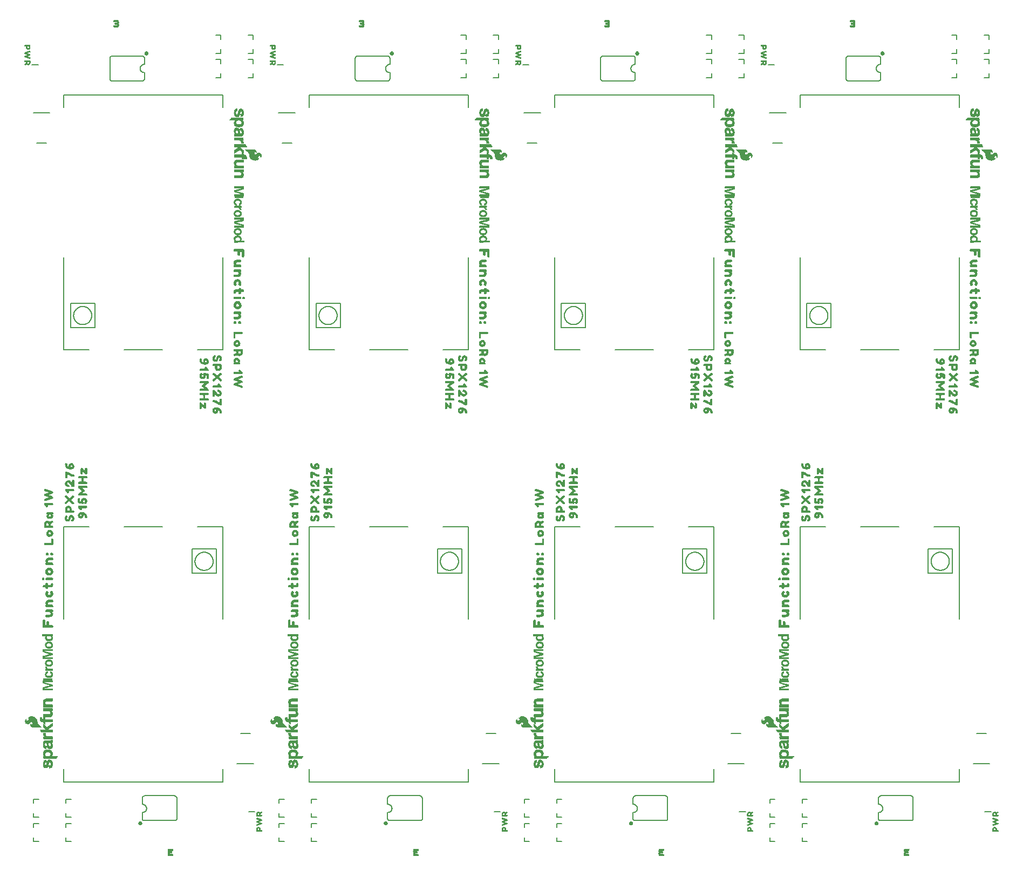
<source format=gto>
G04 EAGLE Gerber RS-274X export*
G75*
%MOMM*%
%FSLAX34Y34*%
%LPD*%
%INSilkscreen Top*%
%IPPOS*%
%AMOC8*
5,1,8,0,0,1.08239X$1,22.5*%
G01*
%ADD10C,0.203200*%
%ADD11R,0.640000X0.040000*%
%ADD12R,0.800000X0.040000*%
%ADD13R,0.840000X0.040000*%
%ADD14R,0.280000X0.040000*%
%ADD15R,0.600000X0.040000*%
%ADD16R,0.680000X0.040000*%
%ADD17R,0.760000X0.040000*%

G36*
X415281Y228251D02*
X415281Y228251D01*
X415332Y228253D01*
X415364Y228271D01*
X415400Y228279D01*
X415440Y228312D01*
X415484Y228336D01*
X415505Y228366D01*
X415534Y228389D01*
X415555Y228436D01*
X415584Y228478D01*
X415592Y228520D01*
X415605Y228548D01*
X415604Y228578D01*
X415612Y228620D01*
X415612Y228720D01*
X415606Y228746D01*
X415608Y228773D01*
X415586Y228830D01*
X415572Y228889D01*
X415555Y228909D01*
X415545Y228935D01*
X415486Y228993D01*
X415462Y229022D01*
X415452Y229027D01*
X415442Y229036D01*
X415174Y229216D01*
X414900Y229489D01*
X414880Y229501D01*
X414860Y229524D01*
X414481Y229808D01*
X414000Y230289D01*
X413987Y230297D01*
X413975Y230312D01*
X413388Y230801D01*
X412800Y231389D01*
X412777Y231403D01*
X412752Y231429D01*
X412078Y231911D01*
X410800Y233189D01*
X410787Y233197D01*
X410775Y233212D01*
X410204Y233688D01*
X409444Y234638D01*
X409195Y235054D01*
X409112Y235551D01*
X409112Y237420D01*
X409106Y237446D01*
X409106Y237483D01*
X408906Y238683D01*
X408900Y238698D01*
X408898Y238720D01*
X408722Y239368D01*
X408618Y239748D01*
X408598Y239820D01*
X408589Y239837D01*
X408584Y239861D01*
X408184Y240861D01*
X408169Y240883D01*
X408157Y240916D01*
X407557Y241916D01*
X407537Y241936D01*
X407518Y241970D01*
X406818Y242770D01*
X406808Y242777D01*
X406800Y242789D01*
X406000Y243589D01*
X405983Y243600D01*
X405965Y243620D01*
X405065Y244320D01*
X405042Y244331D01*
X405016Y244352D01*
X403216Y245352D01*
X403182Y245362D01*
X403133Y245386D01*
X401333Y245886D01*
X401300Y245888D01*
X401253Y245900D01*
X399453Y246000D01*
X399417Y245993D01*
X399361Y245994D01*
X397761Y245694D01*
X397738Y245683D01*
X397704Y245678D01*
X396304Y245178D01*
X396279Y245162D01*
X396240Y245148D01*
X395040Y244448D01*
X395017Y244427D01*
X394979Y244404D01*
X394079Y243604D01*
X394076Y243600D01*
X393991Y243490D01*
X393591Y242690D01*
X393579Y242640D01*
X393558Y242592D01*
X393560Y242557D01*
X393551Y242522D01*
X393563Y242471D01*
X393565Y242419D01*
X393582Y242388D01*
X393590Y242353D01*
X393623Y242313D01*
X393647Y242267D01*
X393677Y242246D01*
X393700Y242219D01*
X393747Y242197D01*
X393789Y242167D01*
X393830Y242159D01*
X393857Y242147D01*
X393889Y242148D01*
X393931Y242140D01*
X394670Y242140D01*
X395087Y242001D01*
X395187Y241852D01*
X395251Y241658D01*
X395251Y241110D01*
X394902Y240411D01*
X394721Y240140D01*
X394427Y239748D01*
X394423Y239739D01*
X394415Y239731D01*
X394236Y239462D01*
X394006Y239233D01*
X393996Y239228D01*
X393661Y239060D01*
X393645Y239047D01*
X393620Y239036D01*
X393375Y238873D01*
X393039Y238789D01*
X393027Y238783D01*
X393011Y238781D01*
X392831Y238721D01*
X392677Y238772D01*
X392501Y238860D01*
X392479Y238866D01*
X392452Y238881D01*
X392200Y238965D01*
X391997Y239100D01*
X391756Y239421D01*
X391594Y239744D01*
X391504Y240195D01*
X391501Y240202D01*
X391500Y240212D01*
X391412Y240567D01*
X391412Y240758D01*
X391492Y241000D01*
X391496Y241037D01*
X391512Y241120D01*
X391512Y241420D01*
X391506Y241445D01*
X391508Y241471D01*
X391486Y241529D01*
X391472Y241589D01*
X391456Y241609D01*
X391447Y241633D01*
X391401Y241675D01*
X391362Y241722D01*
X391338Y241733D01*
X391320Y241750D01*
X391260Y241768D01*
X391204Y241793D01*
X391178Y241792D01*
X391153Y241800D01*
X391092Y241789D01*
X391031Y241787D01*
X391008Y241774D01*
X390983Y241770D01*
X390911Y241722D01*
X390879Y241704D01*
X390873Y241696D01*
X390863Y241689D01*
X390763Y241589D01*
X390750Y241569D01*
X390727Y241548D01*
X390427Y241148D01*
X390416Y241122D01*
X390391Y241090D01*
X390091Y240490D01*
X390087Y240473D01*
X390075Y240454D01*
X389775Y239654D01*
X389775Y239647D01*
X389771Y239640D01*
X389471Y238740D01*
X389467Y238702D01*
X389451Y238620D01*
X389451Y237620D01*
X389458Y237592D01*
X389457Y237552D01*
X389657Y236452D01*
X389672Y236417D01*
X389698Y236338D01*
X390298Y235238D01*
X390321Y235212D01*
X390347Y235167D01*
X391147Y234267D01*
X391175Y234248D01*
X391210Y234211D01*
X391910Y233711D01*
X391947Y233696D01*
X392011Y233659D01*
X392911Y233359D01*
X392949Y233356D01*
X393031Y233340D01*
X393831Y233340D01*
X393864Y233347D01*
X393914Y233349D01*
X394814Y233549D01*
X394849Y233566D01*
X394916Y233588D01*
X395816Y234088D01*
X395841Y234110D01*
X395882Y234134D01*
X396682Y234834D01*
X396683Y234835D01*
X396684Y234836D01*
X397582Y235634D01*
X398337Y236294D01*
X398909Y236540D01*
X399470Y236540D01*
X399947Y236381D01*
X400348Y236060D01*
X400678Y235564D01*
X400851Y234873D01*
X400851Y234158D01*
X400765Y233729D01*
X400593Y233298D01*
X400436Y233062D01*
X400206Y232833D01*
X400068Y232763D01*
X399886Y232672D01*
X399670Y232600D01*
X399493Y232600D01*
X399300Y232665D01*
X399074Y232816D01*
X398764Y233125D01*
X398692Y233340D01*
X398680Y233360D01*
X398672Y233390D01*
X398472Y233790D01*
X398447Y233819D01*
X398400Y233889D01*
X398300Y233989D01*
X398279Y234002D01*
X398263Y234021D01*
X398206Y234047D01*
X398153Y234080D01*
X398128Y234083D01*
X398105Y234093D01*
X398043Y234091D01*
X397981Y234097D01*
X397957Y234088D01*
X397932Y234087D01*
X397877Y234057D01*
X397819Y234035D01*
X397802Y234017D01*
X397780Y234005D01*
X397726Y233935D01*
X397701Y233908D01*
X397698Y233899D01*
X397691Y233890D01*
X397591Y233690D01*
X397588Y233675D01*
X397579Y233662D01*
X397553Y233528D01*
X397551Y233522D01*
X397551Y233521D01*
X397551Y233520D01*
X397551Y233367D01*
X397463Y233012D01*
X397462Y232976D01*
X397451Y232920D01*
X397451Y232120D01*
X397457Y232094D01*
X397456Y232058D01*
X397556Y231458D01*
X397569Y231427D01*
X397578Y231379D01*
X397978Y230379D01*
X398000Y230348D01*
X398027Y230292D01*
X398315Y229908D01*
X398605Y229424D01*
X398620Y229410D01*
X398628Y229391D01*
X398705Y229321D01*
X398726Y229300D01*
X398731Y229298D01*
X398736Y229294D01*
X399236Y228994D01*
X399248Y228990D01*
X399261Y228980D01*
X399861Y228680D01*
X399884Y228674D01*
X399911Y228659D01*
X400511Y228459D01*
X400544Y228456D01*
X400589Y228442D01*
X402389Y228242D01*
X402408Y228244D01*
X402431Y228240D01*
X415231Y228240D01*
X415281Y228251D01*
G37*
G36*
X800345Y228251D02*
X800345Y228251D01*
X800396Y228253D01*
X800428Y228271D01*
X800464Y228279D01*
X800504Y228312D01*
X800548Y228336D01*
X800569Y228366D01*
X800598Y228389D01*
X800619Y228436D01*
X800648Y228478D01*
X800656Y228520D01*
X800669Y228548D01*
X800668Y228578D01*
X800676Y228620D01*
X800676Y228720D01*
X800670Y228746D01*
X800672Y228773D01*
X800650Y228830D01*
X800636Y228889D01*
X800619Y228909D01*
X800609Y228935D01*
X800550Y228993D01*
X800526Y229022D01*
X800516Y229027D01*
X800506Y229036D01*
X800238Y229216D01*
X799964Y229489D01*
X799944Y229501D01*
X799924Y229524D01*
X799545Y229808D01*
X799064Y230289D01*
X799051Y230297D01*
X799039Y230312D01*
X798452Y230801D01*
X797864Y231389D01*
X797841Y231403D01*
X797816Y231429D01*
X797142Y231911D01*
X795864Y233189D01*
X795851Y233197D01*
X795839Y233212D01*
X795268Y233688D01*
X794508Y234638D01*
X794259Y235054D01*
X794176Y235551D01*
X794176Y237420D01*
X794170Y237446D01*
X794170Y237483D01*
X793970Y238683D01*
X793964Y238698D01*
X793962Y238720D01*
X793786Y239368D01*
X793682Y239748D01*
X793662Y239820D01*
X793653Y239837D01*
X793648Y239861D01*
X793248Y240861D01*
X793233Y240883D01*
X793221Y240916D01*
X792621Y241916D01*
X792601Y241936D01*
X792582Y241970D01*
X791882Y242770D01*
X791872Y242777D01*
X791864Y242789D01*
X791064Y243589D01*
X791047Y243600D01*
X791029Y243620D01*
X790129Y244320D01*
X790106Y244331D01*
X790080Y244352D01*
X788280Y245352D01*
X788246Y245362D01*
X788197Y245386D01*
X786397Y245886D01*
X786364Y245888D01*
X786317Y245900D01*
X784517Y246000D01*
X784481Y245993D01*
X784425Y245994D01*
X782825Y245694D01*
X782802Y245683D01*
X782768Y245678D01*
X781368Y245178D01*
X781343Y245162D01*
X781304Y245148D01*
X780104Y244448D01*
X780081Y244427D01*
X780043Y244404D01*
X779143Y243604D01*
X779140Y243600D01*
X779055Y243490D01*
X778655Y242690D01*
X778643Y242640D01*
X778622Y242592D01*
X778624Y242557D01*
X778615Y242522D01*
X778627Y242471D01*
X778629Y242419D01*
X778646Y242388D01*
X778654Y242353D01*
X778687Y242313D01*
X778711Y242267D01*
X778741Y242246D01*
X778764Y242219D01*
X778811Y242197D01*
X778853Y242167D01*
X778894Y242159D01*
X778921Y242147D01*
X778953Y242148D01*
X778995Y242140D01*
X779734Y242140D01*
X780151Y242001D01*
X780251Y241852D01*
X780315Y241658D01*
X780315Y241110D01*
X779966Y240411D01*
X779785Y240140D01*
X779491Y239748D01*
X779487Y239739D01*
X779479Y239731D01*
X779300Y239462D01*
X779070Y239233D01*
X779060Y239228D01*
X778725Y239060D01*
X778709Y239047D01*
X778684Y239036D01*
X778439Y238873D01*
X778103Y238789D01*
X778091Y238783D01*
X778075Y238781D01*
X777895Y238721D01*
X777741Y238772D01*
X777565Y238860D01*
X777543Y238866D01*
X777516Y238881D01*
X777264Y238965D01*
X777061Y239100D01*
X776820Y239421D01*
X776658Y239744D01*
X776568Y240195D01*
X776565Y240202D01*
X776564Y240212D01*
X776476Y240567D01*
X776476Y240758D01*
X776556Y241000D01*
X776560Y241037D01*
X776576Y241120D01*
X776576Y241420D01*
X776570Y241445D01*
X776572Y241471D01*
X776550Y241529D01*
X776536Y241589D01*
X776520Y241609D01*
X776511Y241633D01*
X776465Y241675D01*
X776426Y241722D01*
X776402Y241733D01*
X776384Y241750D01*
X776324Y241768D01*
X776268Y241793D01*
X776242Y241792D01*
X776217Y241800D01*
X776156Y241789D01*
X776095Y241787D01*
X776072Y241774D01*
X776047Y241770D01*
X775975Y241722D01*
X775943Y241704D01*
X775937Y241696D01*
X775927Y241689D01*
X775827Y241589D01*
X775814Y241569D01*
X775791Y241548D01*
X775491Y241148D01*
X775480Y241122D01*
X775455Y241090D01*
X775155Y240490D01*
X775151Y240473D01*
X775139Y240454D01*
X774839Y239654D01*
X774839Y239647D01*
X774835Y239640D01*
X774535Y238740D01*
X774531Y238702D01*
X774515Y238620D01*
X774515Y237620D01*
X774522Y237592D01*
X774521Y237552D01*
X774721Y236452D01*
X774736Y236417D01*
X774762Y236338D01*
X775362Y235238D01*
X775385Y235212D01*
X775411Y235167D01*
X776211Y234267D01*
X776239Y234248D01*
X776274Y234211D01*
X776974Y233711D01*
X777011Y233696D01*
X777075Y233659D01*
X777975Y233359D01*
X778013Y233356D01*
X778095Y233340D01*
X778895Y233340D01*
X778928Y233347D01*
X778978Y233349D01*
X779878Y233549D01*
X779913Y233566D01*
X779980Y233588D01*
X780880Y234088D01*
X780905Y234110D01*
X780946Y234134D01*
X781746Y234834D01*
X781747Y234835D01*
X781748Y234836D01*
X782646Y235634D01*
X783401Y236294D01*
X783973Y236540D01*
X784534Y236540D01*
X785011Y236381D01*
X785412Y236060D01*
X785742Y235564D01*
X785915Y234873D01*
X785915Y234158D01*
X785829Y233729D01*
X785657Y233298D01*
X785500Y233062D01*
X785270Y232833D01*
X785132Y232763D01*
X784950Y232672D01*
X784734Y232600D01*
X784557Y232600D01*
X784364Y232665D01*
X784138Y232816D01*
X783828Y233125D01*
X783756Y233340D01*
X783744Y233360D01*
X783736Y233390D01*
X783536Y233790D01*
X783511Y233819D01*
X783464Y233889D01*
X783364Y233989D01*
X783343Y234002D01*
X783327Y234021D01*
X783270Y234047D01*
X783217Y234080D01*
X783192Y234083D01*
X783169Y234093D01*
X783107Y234091D01*
X783045Y234097D01*
X783021Y234088D01*
X782996Y234087D01*
X782941Y234057D01*
X782883Y234035D01*
X782866Y234017D01*
X782844Y234005D01*
X782790Y233935D01*
X782765Y233908D01*
X782762Y233899D01*
X782755Y233890D01*
X782655Y233690D01*
X782652Y233675D01*
X782643Y233662D01*
X782617Y233528D01*
X782615Y233522D01*
X782615Y233521D01*
X782615Y233520D01*
X782615Y233367D01*
X782527Y233012D01*
X782526Y232976D01*
X782515Y232920D01*
X782515Y232120D01*
X782521Y232094D01*
X782520Y232058D01*
X782620Y231458D01*
X782633Y231427D01*
X782642Y231379D01*
X783042Y230379D01*
X783064Y230348D01*
X783091Y230292D01*
X783379Y229908D01*
X783669Y229424D01*
X783684Y229410D01*
X783692Y229391D01*
X783769Y229321D01*
X783790Y229300D01*
X783795Y229298D01*
X783800Y229294D01*
X784300Y228994D01*
X784312Y228990D01*
X784325Y228980D01*
X784925Y228680D01*
X784948Y228674D01*
X784975Y228659D01*
X785575Y228459D01*
X785608Y228456D01*
X785653Y228442D01*
X787453Y228242D01*
X787472Y228244D01*
X787495Y228240D01*
X800295Y228240D01*
X800345Y228251D01*
G37*
G36*
X30192Y228251D02*
X30192Y228251D01*
X30243Y228253D01*
X30275Y228271D01*
X30311Y228279D01*
X30350Y228312D01*
X30395Y228336D01*
X30416Y228366D01*
X30444Y228389D01*
X30465Y228436D01*
X30495Y228478D01*
X30503Y228520D01*
X30515Y228548D01*
X30514Y228578D01*
X30522Y228620D01*
X30522Y228720D01*
X30516Y228746D01*
X30519Y228773D01*
X30497Y228830D01*
X30483Y228889D01*
X30466Y228909D01*
X30456Y228935D01*
X30397Y228993D01*
X30373Y229022D01*
X30363Y229027D01*
X30353Y229036D01*
X30084Y229216D01*
X29811Y229489D01*
X29791Y229501D01*
X29770Y229524D01*
X29392Y229808D01*
X28911Y230289D01*
X28898Y230297D01*
X28885Y230312D01*
X28299Y230801D01*
X27711Y231389D01*
X27688Y231403D01*
X27663Y231429D01*
X26989Y231911D01*
X25711Y233189D01*
X25698Y233197D01*
X25685Y233212D01*
X25115Y233688D01*
X24355Y234638D01*
X24105Y235054D01*
X24022Y235551D01*
X24022Y237420D01*
X24016Y237446D01*
X24017Y237483D01*
X23817Y238683D01*
X23810Y238698D01*
X23809Y238720D01*
X23632Y239368D01*
X23529Y239748D01*
X23509Y239820D01*
X23500Y239837D01*
X23495Y239861D01*
X23095Y240861D01*
X23080Y240883D01*
X23068Y240916D01*
X22468Y241916D01*
X22448Y241936D01*
X22428Y241970D01*
X21728Y242770D01*
X21719Y242777D01*
X21711Y242789D01*
X20911Y243589D01*
X20893Y243600D01*
X20875Y243620D01*
X19975Y244320D01*
X19952Y244331D01*
X19927Y244352D01*
X18127Y245352D01*
X18092Y245362D01*
X18044Y245386D01*
X16244Y245886D01*
X16210Y245888D01*
X16163Y245900D01*
X14363Y246000D01*
X14328Y245993D01*
X14272Y245994D01*
X12672Y245694D01*
X12648Y245683D01*
X12614Y245678D01*
X11214Y245178D01*
X11189Y245162D01*
X11150Y245148D01*
X9950Y244448D01*
X9928Y244427D01*
X9889Y244404D01*
X8989Y243604D01*
X8986Y243600D01*
X8902Y243490D01*
X8502Y242690D01*
X8490Y242640D01*
X8469Y242592D01*
X8470Y242557D01*
X8462Y242522D01*
X8473Y242471D01*
X8475Y242419D01*
X8493Y242388D01*
X8501Y242353D01*
X8533Y242313D01*
X8558Y242267D01*
X8587Y242246D01*
X8610Y242219D01*
X8657Y242197D01*
X8700Y242167D01*
X8741Y242159D01*
X8768Y242147D01*
X8799Y242148D01*
X8842Y242140D01*
X9580Y242140D01*
X9998Y242001D01*
X10097Y241852D01*
X10162Y241658D01*
X10162Y241110D01*
X9813Y240411D01*
X9631Y240140D01*
X9338Y239748D01*
X9334Y239739D01*
X9326Y239731D01*
X9147Y239462D01*
X8917Y239233D01*
X8907Y239228D01*
X8572Y239060D01*
X8556Y239047D01*
X8531Y239036D01*
X8286Y238873D01*
X7950Y238789D01*
X7938Y238783D01*
X7922Y238781D01*
X7742Y238721D01*
X7588Y238772D01*
X7412Y238860D01*
X7389Y238866D01*
X7362Y238881D01*
X7111Y238965D01*
X6907Y239100D01*
X6667Y239421D01*
X6505Y239744D01*
X6415Y240195D01*
X6411Y240202D01*
X6411Y240212D01*
X6322Y240567D01*
X6322Y240758D01*
X6403Y241000D01*
X6406Y241037D01*
X6422Y241120D01*
X6422Y241420D01*
X6416Y241445D01*
X6419Y241471D01*
X6397Y241529D01*
X6383Y241589D01*
X6366Y241609D01*
X6357Y241633D01*
X6312Y241675D01*
X6273Y241722D01*
X6249Y241733D01*
X6230Y241750D01*
X6171Y241768D01*
X6114Y241793D01*
X6089Y241792D01*
X6064Y241800D01*
X6003Y241789D01*
X5941Y241787D01*
X5919Y241774D01*
X5893Y241770D01*
X5822Y241722D01*
X5789Y241704D01*
X5783Y241696D01*
X5773Y241689D01*
X5673Y241589D01*
X5661Y241569D01*
X5638Y241548D01*
X5338Y241148D01*
X5326Y241122D01*
X5302Y241090D01*
X5002Y240490D01*
X4998Y240473D01*
X4986Y240454D01*
X4686Y239654D01*
X4685Y239647D01*
X4681Y239640D01*
X4381Y238740D01*
X4378Y238702D01*
X4362Y238620D01*
X4362Y237620D01*
X4368Y237592D01*
X4368Y237552D01*
X4568Y236452D01*
X4583Y236417D01*
X4608Y236338D01*
X5208Y235238D01*
X5231Y235212D01*
X5258Y235167D01*
X6058Y234267D01*
X6086Y234248D01*
X6121Y234211D01*
X6821Y233711D01*
X6857Y233696D01*
X6922Y233659D01*
X7822Y233359D01*
X7859Y233356D01*
X7942Y233340D01*
X8742Y233340D01*
X8775Y233347D01*
X8825Y233349D01*
X9725Y233549D01*
X9760Y233566D01*
X9827Y233588D01*
X10727Y234088D01*
X10751Y234110D01*
X10792Y234134D01*
X11592Y234834D01*
X11593Y234835D01*
X11595Y234836D01*
X12492Y235634D01*
X13247Y236294D01*
X13820Y236540D01*
X14380Y236540D01*
X14857Y236381D01*
X15258Y236060D01*
X15589Y235564D01*
X15762Y234873D01*
X15762Y234158D01*
X15676Y233729D01*
X15504Y233298D01*
X15347Y233062D01*
X15117Y232833D01*
X14978Y232763D01*
X14796Y232672D01*
X14580Y232600D01*
X14404Y232600D01*
X14211Y232665D01*
X13984Y232816D01*
X13674Y233125D01*
X13603Y233340D01*
X13590Y233360D01*
X13582Y233390D01*
X13382Y233790D01*
X13358Y233819D01*
X13311Y233889D01*
X13211Y233989D01*
X13190Y234002D01*
X13174Y234021D01*
X13117Y234047D01*
X13064Y234080D01*
X13039Y234083D01*
X13016Y234093D01*
X12953Y234091D01*
X12891Y234097D01*
X12868Y234088D01*
X12843Y234087D01*
X12788Y234057D01*
X12729Y234035D01*
X12712Y234017D01*
X12690Y234005D01*
X12636Y233935D01*
X12612Y233908D01*
X12609Y233899D01*
X12602Y233890D01*
X12502Y233690D01*
X12498Y233675D01*
X12489Y233662D01*
X12463Y233528D01*
X12462Y233522D01*
X12462Y233521D01*
X12462Y233520D01*
X12462Y233367D01*
X12373Y233012D01*
X12373Y232976D01*
X12362Y232920D01*
X12362Y232120D01*
X12368Y232094D01*
X12367Y232058D01*
X12467Y231458D01*
X12480Y231427D01*
X12489Y231379D01*
X12889Y230379D01*
X12911Y230348D01*
X12938Y230292D01*
X13226Y229908D01*
X13516Y229424D01*
X13530Y229410D01*
X13539Y229391D01*
X13616Y229321D01*
X13637Y229300D01*
X13642Y229298D01*
X13646Y229294D01*
X14146Y228994D01*
X14159Y228990D01*
X14172Y228980D01*
X14772Y228680D01*
X14795Y228674D01*
X14822Y228659D01*
X15422Y228459D01*
X15455Y228456D01*
X15500Y228442D01*
X17300Y228242D01*
X17319Y228244D01*
X17342Y228240D01*
X30142Y228240D01*
X30192Y228251D01*
G37*
G36*
X1185434Y228251D02*
X1185434Y228251D01*
X1185486Y228253D01*
X1185518Y228271D01*
X1185554Y228279D01*
X1185593Y228312D01*
X1185638Y228336D01*
X1185659Y228366D01*
X1185687Y228389D01*
X1185708Y228436D01*
X1185737Y228478D01*
X1185746Y228520D01*
X1185758Y228548D01*
X1185757Y228578D01*
X1185765Y228620D01*
X1185765Y228720D01*
X1185759Y228746D01*
X1185761Y228773D01*
X1185739Y228830D01*
X1185726Y228889D01*
X1185708Y228909D01*
X1185699Y228935D01*
X1185640Y228993D01*
X1185615Y229022D01*
X1185605Y229027D01*
X1185596Y229036D01*
X1185327Y229216D01*
X1185054Y229489D01*
X1185034Y229501D01*
X1185013Y229524D01*
X1184635Y229808D01*
X1184154Y230289D01*
X1184141Y230297D01*
X1184128Y230312D01*
X1183541Y230801D01*
X1182954Y231389D01*
X1182931Y231403D01*
X1182906Y231429D01*
X1182231Y231911D01*
X1180954Y233189D01*
X1180941Y233197D01*
X1180928Y233212D01*
X1180358Y233688D01*
X1179598Y234638D01*
X1179348Y235054D01*
X1179265Y235551D01*
X1179265Y237420D01*
X1179259Y237446D01*
X1179260Y237483D01*
X1179060Y238683D01*
X1179053Y238698D01*
X1179052Y238720D01*
X1178875Y239368D01*
X1178771Y239748D01*
X1178752Y239820D01*
X1178743Y239837D01*
X1178738Y239861D01*
X1178338Y240861D01*
X1178323Y240883D01*
X1178311Y240916D01*
X1177711Y241916D01*
X1177691Y241936D01*
X1177671Y241970D01*
X1176971Y242770D01*
X1176962Y242777D01*
X1176954Y242789D01*
X1176154Y243589D01*
X1176136Y243600D01*
X1176118Y243620D01*
X1175218Y244320D01*
X1175195Y244331D01*
X1175169Y244352D01*
X1173369Y245352D01*
X1173335Y245362D01*
X1173287Y245386D01*
X1171487Y245886D01*
X1171453Y245888D01*
X1171406Y245900D01*
X1169606Y246000D01*
X1169570Y245993D01*
X1169515Y245994D01*
X1167915Y245694D01*
X1167891Y245683D01*
X1167857Y245678D01*
X1166457Y245178D01*
X1166432Y245162D01*
X1166393Y245148D01*
X1165193Y244448D01*
X1165170Y244427D01*
X1165132Y244404D01*
X1164232Y243604D01*
X1164229Y243600D01*
X1164145Y243490D01*
X1163745Y242690D01*
X1163733Y242640D01*
X1163712Y242592D01*
X1163713Y242557D01*
X1163705Y242522D01*
X1163716Y242471D01*
X1163718Y242419D01*
X1163735Y242388D01*
X1163743Y242353D01*
X1163776Y242313D01*
X1163801Y242267D01*
X1163830Y242246D01*
X1163853Y242219D01*
X1163900Y242197D01*
X1163943Y242167D01*
X1163983Y242159D01*
X1164011Y242147D01*
X1164042Y242148D01*
X1164085Y242140D01*
X1164823Y242140D01*
X1165241Y242001D01*
X1165340Y241852D01*
X1165405Y241658D01*
X1165405Y241110D01*
X1165055Y240411D01*
X1164874Y240140D01*
X1164581Y239748D01*
X1164577Y239739D01*
X1164568Y239731D01*
X1164389Y239462D01*
X1164160Y239233D01*
X1164150Y239228D01*
X1163815Y239060D01*
X1163799Y239047D01*
X1163774Y239036D01*
X1163529Y238873D01*
X1163193Y238789D01*
X1163181Y238783D01*
X1163165Y238781D01*
X1162985Y238721D01*
X1162831Y238772D01*
X1162655Y238860D01*
X1162632Y238866D01*
X1162605Y238881D01*
X1162353Y238965D01*
X1162150Y239100D01*
X1161910Y239421D01*
X1161748Y239744D01*
X1161658Y240195D01*
X1161654Y240202D01*
X1161654Y240212D01*
X1161565Y240567D01*
X1161565Y240758D01*
X1161646Y241000D01*
X1161649Y241037D01*
X1161665Y241120D01*
X1161665Y241420D01*
X1161659Y241445D01*
X1161662Y241471D01*
X1161640Y241529D01*
X1161626Y241589D01*
X1161609Y241609D01*
X1161600Y241633D01*
X1161555Y241675D01*
X1161515Y241722D01*
X1161492Y241733D01*
X1161473Y241750D01*
X1161414Y241768D01*
X1161357Y241793D01*
X1161332Y241792D01*
X1161307Y241800D01*
X1161246Y241789D01*
X1161184Y241787D01*
X1161161Y241774D01*
X1161136Y241770D01*
X1161065Y241722D01*
X1161032Y241704D01*
X1161026Y241696D01*
X1161016Y241689D01*
X1160916Y241589D01*
X1160904Y241569D01*
X1160881Y241548D01*
X1160581Y241148D01*
X1160569Y241122D01*
X1160545Y241090D01*
X1160245Y240490D01*
X1160241Y240473D01*
X1160229Y240454D01*
X1159929Y239654D01*
X1159928Y239647D01*
X1159924Y239640D01*
X1159624Y238740D01*
X1159621Y238702D01*
X1159605Y238620D01*
X1159605Y237620D01*
X1159611Y237592D01*
X1159611Y237552D01*
X1159811Y236452D01*
X1159826Y236417D01*
X1159851Y236338D01*
X1160451Y235238D01*
X1160474Y235212D01*
X1160501Y235167D01*
X1161301Y234267D01*
X1161329Y234248D01*
X1161364Y234211D01*
X1162064Y233711D01*
X1162100Y233696D01*
X1162165Y233659D01*
X1163065Y233359D01*
X1163102Y233356D01*
X1163185Y233340D01*
X1163985Y233340D01*
X1164018Y233347D01*
X1164067Y233349D01*
X1164967Y233549D01*
X1165003Y233566D01*
X1165069Y233588D01*
X1165969Y234088D01*
X1165994Y234110D01*
X1166035Y234134D01*
X1166835Y234834D01*
X1166836Y234835D01*
X1166837Y234836D01*
X1167735Y235634D01*
X1168490Y236294D01*
X1169063Y236540D01*
X1169623Y236540D01*
X1170100Y236381D01*
X1170501Y236060D01*
X1170832Y235564D01*
X1171005Y234873D01*
X1171005Y234158D01*
X1170919Y233729D01*
X1170746Y233298D01*
X1170589Y233062D01*
X1170360Y232833D01*
X1170221Y232763D01*
X1170039Y232672D01*
X1169823Y232600D01*
X1169647Y232600D01*
X1169453Y232665D01*
X1169227Y232816D01*
X1168917Y233125D01*
X1168846Y233340D01*
X1168833Y233360D01*
X1168825Y233390D01*
X1168625Y233790D01*
X1168601Y233819D01*
X1168554Y233889D01*
X1168454Y233989D01*
X1168432Y234002D01*
X1168417Y234021D01*
X1168360Y234047D01*
X1168306Y234080D01*
X1168282Y234083D01*
X1168259Y234093D01*
X1168196Y234091D01*
X1168134Y234097D01*
X1168111Y234088D01*
X1168086Y234087D01*
X1168031Y234057D01*
X1167972Y234035D01*
X1167955Y234017D01*
X1167933Y234005D01*
X1167879Y233935D01*
X1167854Y233908D01*
X1167852Y233899D01*
X1167845Y233890D01*
X1167745Y233690D01*
X1167741Y233675D01*
X1167732Y233662D01*
X1167706Y233528D01*
X1167705Y233522D01*
X1167705Y233521D01*
X1167705Y233520D01*
X1167705Y233367D01*
X1167616Y233012D01*
X1167615Y232976D01*
X1167605Y232920D01*
X1167605Y232120D01*
X1167611Y232094D01*
X1167610Y232058D01*
X1167710Y231458D01*
X1167723Y231427D01*
X1167732Y231379D01*
X1168132Y230379D01*
X1168154Y230348D01*
X1168181Y230292D01*
X1168469Y229908D01*
X1168759Y229424D01*
X1168773Y229410D01*
X1168781Y229391D01*
X1168859Y229321D01*
X1168879Y229300D01*
X1168884Y229298D01*
X1168889Y229294D01*
X1169389Y228994D01*
X1169402Y228990D01*
X1169415Y228980D01*
X1170015Y228680D01*
X1170038Y228674D01*
X1170065Y228659D01*
X1170665Y228459D01*
X1170697Y228456D01*
X1170743Y228442D01*
X1172543Y228242D01*
X1172561Y228244D01*
X1172585Y228240D01*
X1185385Y228240D01*
X1185434Y228251D01*
G37*
G36*
X1520925Y1117504D02*
X1520925Y1117504D01*
X1520980Y1117504D01*
X1522580Y1117804D01*
X1522604Y1117814D01*
X1522638Y1117819D01*
X1524038Y1118319D01*
X1524063Y1118335D01*
X1524102Y1118349D01*
X1525302Y1119049D01*
X1525325Y1119071D01*
X1525363Y1119093D01*
X1526263Y1119893D01*
X1526266Y1119897D01*
X1526286Y1119923D01*
X1526292Y1119928D01*
X1526295Y1119935D01*
X1526350Y1120007D01*
X1526750Y1120807D01*
X1526762Y1120858D01*
X1526783Y1120905D01*
X1526782Y1120941D01*
X1526790Y1120976D01*
X1526779Y1121026D01*
X1526777Y1121078D01*
X1526760Y1121110D01*
X1526752Y1121145D01*
X1526719Y1121185D01*
X1526694Y1121230D01*
X1526665Y1121251D01*
X1526642Y1121279D01*
X1526595Y1121300D01*
X1526552Y1121330D01*
X1526512Y1121338D01*
X1526484Y1121350D01*
X1526453Y1121349D01*
X1526410Y1121358D01*
X1525672Y1121358D01*
X1525254Y1121497D01*
X1525155Y1121646D01*
X1525090Y1121839D01*
X1525090Y1122388D01*
X1525440Y1123086D01*
X1525621Y1123358D01*
X1525914Y1123749D01*
X1525918Y1123758D01*
X1525927Y1123766D01*
X1526106Y1124035D01*
X1526335Y1124265D01*
X1526568Y1124381D01*
X1526680Y1124437D01*
X1526696Y1124451D01*
X1526721Y1124461D01*
X1526966Y1124624D01*
X1527302Y1124709D01*
X1527314Y1124715D01*
X1527330Y1124717D01*
X1527510Y1124777D01*
X1527664Y1124725D01*
X1527840Y1124637D01*
X1527863Y1124632D01*
X1527890Y1124617D01*
X1528142Y1124533D01*
X1528345Y1124397D01*
X1528585Y1124077D01*
X1528747Y1123753D01*
X1528837Y1123303D01*
X1528841Y1123295D01*
X1528841Y1123285D01*
X1528930Y1122931D01*
X1528930Y1122739D01*
X1528849Y1122498D01*
X1528846Y1122460D01*
X1528830Y1122377D01*
X1528830Y1122077D01*
X1528836Y1122052D01*
X1528833Y1122027D01*
X1528855Y1121969D01*
X1528869Y1121909D01*
X1528886Y1121889D01*
X1528895Y1121865D01*
X1528940Y1121823D01*
X1528980Y1121775D01*
X1529003Y1121764D01*
X1529022Y1121747D01*
X1529081Y1121729D01*
X1529138Y1121704D01*
X1529164Y1121705D01*
X1529188Y1121698D01*
X1529249Y1121708D01*
X1529311Y1121711D01*
X1529334Y1121723D01*
X1529359Y1121727D01*
X1529430Y1121776D01*
X1529463Y1121793D01*
X1529469Y1121802D01*
X1529479Y1121809D01*
X1529579Y1121909D01*
X1529591Y1121929D01*
X1529614Y1121949D01*
X1529914Y1122349D01*
X1529926Y1122376D01*
X1529950Y1122407D01*
X1530250Y1123007D01*
X1530254Y1123025D01*
X1530266Y1123044D01*
X1530566Y1123844D01*
X1530567Y1123850D01*
X1530571Y1123857D01*
X1530871Y1124757D01*
X1530874Y1124795D01*
X1530890Y1124877D01*
X1530890Y1125877D01*
X1530884Y1125906D01*
X1530884Y1125945D01*
X1530684Y1127045D01*
X1530669Y1127080D01*
X1530663Y1127100D01*
X1530663Y1127104D01*
X1530660Y1127109D01*
X1530644Y1127160D01*
X1530044Y1128260D01*
X1530021Y1128286D01*
X1529994Y1128330D01*
X1529935Y1128397D01*
X1529597Y1128777D01*
X1529259Y1129158D01*
X1529194Y1129230D01*
X1529166Y1129250D01*
X1529131Y1129287D01*
X1528431Y1129787D01*
X1528395Y1129802D01*
X1528330Y1129838D01*
X1527430Y1130138D01*
X1527393Y1130142D01*
X1527310Y1130158D01*
X1526510Y1130158D01*
X1526477Y1130150D01*
X1526428Y1130149D01*
X1525528Y1129949D01*
X1525492Y1129932D01*
X1525426Y1129910D01*
X1524526Y1129410D01*
X1524501Y1129388D01*
X1524460Y1129364D01*
X1523660Y1128664D01*
X1523659Y1128662D01*
X1523658Y1128662D01*
X1522760Y1127863D01*
X1522005Y1127203D01*
X1521432Y1126958D01*
X1520872Y1126958D01*
X1520395Y1127117D01*
X1519994Y1127437D01*
X1519663Y1127934D01*
X1519490Y1128624D01*
X1519490Y1129340D01*
X1519576Y1129769D01*
X1519749Y1130199D01*
X1519906Y1130435D01*
X1520135Y1130665D01*
X1520456Y1130825D01*
X1520672Y1130897D01*
X1520848Y1130897D01*
X1521042Y1130833D01*
X1521268Y1130682D01*
X1521578Y1130372D01*
X1521649Y1130157D01*
X1521662Y1130137D01*
X1521670Y1130107D01*
X1521870Y1129707D01*
X1521894Y1129678D01*
X1521941Y1129609D01*
X1522041Y1129509D01*
X1522063Y1129495D01*
X1522078Y1129476D01*
X1522136Y1129450D01*
X1522189Y1129417D01*
X1522213Y1129415D01*
X1522236Y1129404D01*
X1522299Y1129407D01*
X1522361Y1129401D01*
X1522384Y1129410D01*
X1522409Y1129410D01*
X1522464Y1129440D01*
X1522523Y1129462D01*
X1522540Y1129481D01*
X1522562Y1129492D01*
X1522616Y1129562D01*
X1522641Y1129589D01*
X1522643Y1129598D01*
X1522650Y1129607D01*
X1522750Y1129807D01*
X1522754Y1129822D01*
X1522763Y1129835D01*
X1522789Y1129969D01*
X1522790Y1129976D01*
X1522790Y1129977D01*
X1522790Y1130131D01*
X1522879Y1130485D01*
X1522880Y1130522D01*
X1522890Y1130577D01*
X1522890Y1131377D01*
X1522884Y1131404D01*
X1522885Y1131440D01*
X1522785Y1132040D01*
X1522772Y1132071D01*
X1522763Y1132119D01*
X1522363Y1133119D01*
X1522341Y1133150D01*
X1522314Y1133206D01*
X1522026Y1133590D01*
X1521736Y1134073D01*
X1521722Y1134088D01*
X1521714Y1134107D01*
X1521636Y1134176D01*
X1521616Y1134197D01*
X1521611Y1134199D01*
X1521606Y1134203D01*
X1521106Y1134503D01*
X1521093Y1134508D01*
X1521080Y1134518D01*
X1520480Y1134818D01*
X1520457Y1134823D01*
X1520430Y1134838D01*
X1519830Y1135038D01*
X1519798Y1135041D01*
X1519752Y1135055D01*
X1517952Y1135255D01*
X1517934Y1135253D01*
X1517910Y1135258D01*
X1505110Y1135258D01*
X1505061Y1135246D01*
X1505010Y1135244D01*
X1504977Y1135227D01*
X1504941Y1135218D01*
X1504902Y1135186D01*
X1504857Y1135161D01*
X1504836Y1135131D01*
X1504808Y1135108D01*
X1504787Y1135061D01*
X1504758Y1135020D01*
X1504749Y1134978D01*
X1504737Y1134950D01*
X1504738Y1134919D01*
X1504730Y1134877D01*
X1504730Y1134777D01*
X1504736Y1134751D01*
X1504734Y1134724D01*
X1504756Y1134668D01*
X1504769Y1134609D01*
X1504787Y1134588D01*
X1504796Y1134563D01*
X1504855Y1134504D01*
X1504880Y1134475D01*
X1504890Y1134471D01*
X1504899Y1134461D01*
X1505168Y1134282D01*
X1505441Y1134009D01*
X1505461Y1133996D01*
X1505482Y1133973D01*
X1505860Y1133689D01*
X1506341Y1133209D01*
X1506354Y1133200D01*
X1506367Y1133185D01*
X1506954Y1132696D01*
X1507541Y1132109D01*
X1507564Y1132094D01*
X1507589Y1132068D01*
X1508264Y1131586D01*
X1509541Y1130309D01*
X1509554Y1130300D01*
X1509567Y1130285D01*
X1510137Y1129810D01*
X1510897Y1128860D01*
X1511147Y1128444D01*
X1511230Y1127946D01*
X1511230Y1126077D01*
X1511236Y1126051D01*
X1511235Y1126015D01*
X1511435Y1124815D01*
X1511442Y1124799D01*
X1511443Y1124777D01*
X1511486Y1124621D01*
X1511590Y1124241D01*
X1511693Y1123861D01*
X1511743Y1123677D01*
X1511753Y1123660D01*
X1511757Y1123636D01*
X1512157Y1122636D01*
X1512172Y1122615D01*
X1512184Y1122582D01*
X1512784Y1121582D01*
X1512804Y1121561D01*
X1512824Y1121527D01*
X1513524Y1120727D01*
X1513533Y1120720D01*
X1513541Y1120709D01*
X1514341Y1119909D01*
X1514359Y1119898D01*
X1514377Y1119877D01*
X1515277Y1119177D01*
X1515300Y1119167D01*
X1515326Y1119145D01*
X1517126Y1118145D01*
X1517160Y1118135D01*
X1517208Y1118111D01*
X1519008Y1117611D01*
X1519042Y1117610D01*
X1519089Y1117598D01*
X1520889Y1117498D01*
X1520925Y1117504D01*
G37*
G36*
X1135835Y1117504D02*
X1135835Y1117504D01*
X1135891Y1117504D01*
X1137491Y1117804D01*
X1137515Y1117814D01*
X1137549Y1117819D01*
X1138949Y1118319D01*
X1138974Y1118335D01*
X1139012Y1118349D01*
X1140212Y1119049D01*
X1140235Y1119071D01*
X1140273Y1119093D01*
X1141173Y1119893D01*
X1141176Y1119897D01*
X1141196Y1119923D01*
X1141202Y1119928D01*
X1141205Y1119935D01*
X1141261Y1120007D01*
X1141661Y1120807D01*
X1141673Y1120858D01*
X1141694Y1120905D01*
X1141693Y1120941D01*
X1141701Y1120976D01*
X1141689Y1121026D01*
X1141688Y1121078D01*
X1141670Y1121110D01*
X1141662Y1121145D01*
X1141629Y1121185D01*
X1141605Y1121230D01*
X1141575Y1121251D01*
X1141553Y1121279D01*
X1141505Y1121300D01*
X1141463Y1121330D01*
X1141422Y1121338D01*
X1141395Y1121350D01*
X1141364Y1121349D01*
X1141321Y1121358D01*
X1140583Y1121358D01*
X1140165Y1121497D01*
X1140065Y1121646D01*
X1140001Y1121839D01*
X1140001Y1122388D01*
X1140350Y1123086D01*
X1140531Y1123358D01*
X1140825Y1123749D01*
X1140829Y1123758D01*
X1140837Y1123766D01*
X1141016Y1124035D01*
X1141246Y1124265D01*
X1141478Y1124381D01*
X1141479Y1124381D01*
X1141591Y1124437D01*
X1141607Y1124451D01*
X1141632Y1124461D01*
X1141877Y1124624D01*
X1142213Y1124709D01*
X1142225Y1124715D01*
X1142241Y1124717D01*
X1142421Y1124777D01*
X1142575Y1124725D01*
X1142751Y1124637D01*
X1142774Y1124632D01*
X1142801Y1124617D01*
X1143052Y1124533D01*
X1143256Y1124397D01*
X1143496Y1124077D01*
X1143658Y1123753D01*
X1143748Y1123303D01*
X1143751Y1123295D01*
X1143752Y1123285D01*
X1143841Y1122931D01*
X1143841Y1122739D01*
X1143760Y1122498D01*
X1143757Y1122460D01*
X1143741Y1122377D01*
X1143741Y1122077D01*
X1143746Y1122052D01*
X1143744Y1122027D01*
X1143766Y1121969D01*
X1143780Y1121909D01*
X1143796Y1121889D01*
X1143806Y1121865D01*
X1143851Y1121823D01*
X1143890Y1121775D01*
X1143914Y1121764D01*
X1143933Y1121747D01*
X1143992Y1121729D01*
X1144048Y1121704D01*
X1144074Y1121705D01*
X1144099Y1121698D01*
X1144160Y1121708D01*
X1144222Y1121711D01*
X1144244Y1121723D01*
X1144270Y1121727D01*
X1144341Y1121776D01*
X1144374Y1121793D01*
X1144379Y1121802D01*
X1144390Y1121809D01*
X1144490Y1121909D01*
X1144502Y1121929D01*
X1144525Y1121949D01*
X1144825Y1122349D01*
X1144837Y1122376D01*
X1144861Y1122407D01*
X1145161Y1123007D01*
X1145165Y1123025D01*
X1145177Y1123044D01*
X1145477Y1123844D01*
X1145478Y1123850D01*
X1145482Y1123857D01*
X1145782Y1124757D01*
X1145785Y1124795D01*
X1145801Y1124877D01*
X1145801Y1125877D01*
X1145794Y1125906D01*
X1145795Y1125945D01*
X1145595Y1127045D01*
X1145580Y1127080D01*
X1145574Y1127100D01*
X1145573Y1127104D01*
X1145571Y1127109D01*
X1145555Y1127160D01*
X1144955Y1128260D01*
X1144931Y1128286D01*
X1144905Y1128330D01*
X1144845Y1128397D01*
X1144507Y1128777D01*
X1144169Y1129158D01*
X1144105Y1129230D01*
X1144077Y1129250D01*
X1144042Y1129287D01*
X1143342Y1129787D01*
X1143306Y1129802D01*
X1143241Y1129838D01*
X1142341Y1130138D01*
X1142303Y1130142D01*
X1142221Y1130158D01*
X1141421Y1130158D01*
X1141388Y1130150D01*
X1141338Y1130149D01*
X1140438Y1129949D01*
X1140403Y1129932D01*
X1140336Y1129910D01*
X1139436Y1129410D01*
X1139412Y1129388D01*
X1139370Y1129364D01*
X1138570Y1128664D01*
X1138570Y1128662D01*
X1138568Y1128662D01*
X1137670Y1127863D01*
X1136916Y1127203D01*
X1136343Y1126958D01*
X1135783Y1126958D01*
X1135305Y1127117D01*
X1134904Y1127437D01*
X1134574Y1127934D01*
X1134401Y1128624D01*
X1134401Y1129340D01*
X1134487Y1129769D01*
X1134659Y1130199D01*
X1134816Y1130435D01*
X1135046Y1130665D01*
X1135367Y1130825D01*
X1135583Y1130897D01*
X1135759Y1130897D01*
X1135952Y1130833D01*
X1136179Y1130682D01*
X1136488Y1130372D01*
X1136560Y1130157D01*
X1136572Y1130137D01*
X1136581Y1130107D01*
X1136781Y1129707D01*
X1136805Y1129678D01*
X1136852Y1129609D01*
X1136952Y1129509D01*
X1136973Y1129495D01*
X1136989Y1129476D01*
X1137046Y1129450D01*
X1137099Y1129417D01*
X1137124Y1129415D01*
X1137147Y1129404D01*
X1137209Y1129407D01*
X1137272Y1129401D01*
X1137295Y1129410D01*
X1137320Y1129410D01*
X1137375Y1129440D01*
X1137434Y1129462D01*
X1137451Y1129481D01*
X1137473Y1129492D01*
X1137526Y1129562D01*
X1137551Y1129589D01*
X1137554Y1129598D01*
X1137561Y1129607D01*
X1137661Y1129807D01*
X1137665Y1129822D01*
X1137673Y1129835D01*
X1137700Y1129969D01*
X1137701Y1129976D01*
X1137701Y1129977D01*
X1137701Y1130131D01*
X1137790Y1130485D01*
X1137790Y1130522D01*
X1137801Y1130577D01*
X1137801Y1131377D01*
X1137795Y1131404D01*
X1137796Y1131440D01*
X1137696Y1132040D01*
X1137683Y1132071D01*
X1137674Y1132119D01*
X1137274Y1133119D01*
X1137252Y1133150D01*
X1137225Y1133206D01*
X1136937Y1133590D01*
X1136647Y1134073D01*
X1136633Y1134088D01*
X1136624Y1134107D01*
X1136547Y1134176D01*
X1136526Y1134197D01*
X1136521Y1134199D01*
X1136516Y1134203D01*
X1136016Y1134503D01*
X1136004Y1134508D01*
X1135991Y1134518D01*
X1135391Y1134818D01*
X1135368Y1134823D01*
X1135341Y1134838D01*
X1134741Y1135038D01*
X1134708Y1135041D01*
X1134663Y1135055D01*
X1132863Y1135255D01*
X1132844Y1135253D01*
X1132821Y1135258D01*
X1120021Y1135258D01*
X1119971Y1135246D01*
X1119920Y1135244D01*
X1119888Y1135227D01*
X1119852Y1135218D01*
X1119813Y1135186D01*
X1119768Y1135161D01*
X1119747Y1135131D01*
X1119718Y1135108D01*
X1119698Y1135061D01*
X1119668Y1135020D01*
X1119660Y1134978D01*
X1119648Y1134950D01*
X1119649Y1134919D01*
X1119641Y1134877D01*
X1119641Y1134777D01*
X1119647Y1134751D01*
X1119644Y1134724D01*
X1119666Y1134668D01*
X1119680Y1134609D01*
X1119697Y1134588D01*
X1119707Y1134563D01*
X1119766Y1134504D01*
X1119790Y1134475D01*
X1119800Y1134471D01*
X1119810Y1134461D01*
X1120079Y1134282D01*
X1120352Y1134009D01*
X1120372Y1133996D01*
X1120393Y1133973D01*
X1120771Y1133689D01*
X1121252Y1133209D01*
X1121265Y1133200D01*
X1121277Y1133185D01*
X1121864Y1132696D01*
X1122452Y1132109D01*
X1122475Y1132094D01*
X1122500Y1132068D01*
X1123174Y1131586D01*
X1124452Y1130309D01*
X1124465Y1130300D01*
X1124477Y1130285D01*
X1125048Y1129810D01*
X1125808Y1128860D01*
X1126058Y1128444D01*
X1126141Y1127946D01*
X1126141Y1126077D01*
X1126147Y1126051D01*
X1126146Y1126015D01*
X1126346Y1124815D01*
X1126352Y1124799D01*
X1126354Y1124777D01*
X1126397Y1124621D01*
X1126500Y1124241D01*
X1126604Y1123861D01*
X1126654Y1123677D01*
X1126663Y1123660D01*
X1126668Y1123636D01*
X1127068Y1122636D01*
X1127083Y1122615D01*
X1127095Y1122582D01*
X1127695Y1121582D01*
X1127715Y1121561D01*
X1127735Y1121527D01*
X1128435Y1120727D01*
X1128444Y1120720D01*
X1128452Y1120709D01*
X1129252Y1119909D01*
X1129270Y1119898D01*
X1129287Y1119877D01*
X1130187Y1119177D01*
X1130210Y1119167D01*
X1130236Y1119145D01*
X1132036Y1118145D01*
X1132071Y1118135D01*
X1132119Y1118111D01*
X1133919Y1117611D01*
X1133953Y1117610D01*
X1134000Y1117598D01*
X1135800Y1117498D01*
X1135835Y1117504D01*
G37*
G36*
X750746Y1117504D02*
X750746Y1117504D01*
X750801Y1117504D01*
X752401Y1117804D01*
X752425Y1117814D01*
X752459Y1117819D01*
X753859Y1118319D01*
X753884Y1118335D01*
X753923Y1118349D01*
X755123Y1119049D01*
X755146Y1119071D01*
X755184Y1119093D01*
X756084Y1119893D01*
X756087Y1119897D01*
X756107Y1119923D01*
X756113Y1119928D01*
X756116Y1119935D01*
X756172Y1120007D01*
X756572Y1120807D01*
X756584Y1120858D01*
X756605Y1120905D01*
X756603Y1120941D01*
X756612Y1120976D01*
X756600Y1121026D01*
X756598Y1121078D01*
X756581Y1121110D01*
X756573Y1121145D01*
X756540Y1121185D01*
X756515Y1121230D01*
X756486Y1121251D01*
X756463Y1121279D01*
X756416Y1121300D01*
X756374Y1121330D01*
X756333Y1121338D01*
X756305Y1121350D01*
X756274Y1121349D01*
X756231Y1121358D01*
X755493Y1121358D01*
X755075Y1121497D01*
X754976Y1121646D01*
X754912Y1121839D01*
X754912Y1122388D01*
X755261Y1123086D01*
X755442Y1123358D01*
X755736Y1123749D01*
X755739Y1123758D01*
X755748Y1123766D01*
X755927Y1124035D01*
X756157Y1124265D01*
X756389Y1124381D01*
X756501Y1124437D01*
X756518Y1124451D01*
X756542Y1124461D01*
X756788Y1124624D01*
X757124Y1124709D01*
X757135Y1124715D01*
X757152Y1124717D01*
X757331Y1124777D01*
X757486Y1124725D01*
X757661Y1124637D01*
X757684Y1124632D01*
X757711Y1124617D01*
X757963Y1124533D01*
X758166Y1124397D01*
X758407Y1124077D01*
X758569Y1123753D01*
X758659Y1123303D01*
X758662Y1123295D01*
X758663Y1123285D01*
X758751Y1122931D01*
X758751Y1122739D01*
X758671Y1122498D01*
X758667Y1122460D01*
X758651Y1122377D01*
X758651Y1122077D01*
X758657Y1122052D01*
X758655Y1122027D01*
X758677Y1121969D01*
X758691Y1121909D01*
X758707Y1121889D01*
X758716Y1121865D01*
X758762Y1121823D01*
X758801Y1121775D01*
X758824Y1121764D01*
X758843Y1121747D01*
X758903Y1121729D01*
X758959Y1121704D01*
X758985Y1121705D01*
X759009Y1121698D01*
X759070Y1121708D01*
X759132Y1121711D01*
X759155Y1121723D01*
X759180Y1121727D01*
X759252Y1121776D01*
X759284Y1121793D01*
X759290Y1121802D01*
X759300Y1121809D01*
X759400Y1121909D01*
X759413Y1121929D01*
X759436Y1121949D01*
X759736Y1122349D01*
X759747Y1122376D01*
X759772Y1122407D01*
X760072Y1123007D01*
X760076Y1123025D01*
X760087Y1123044D01*
X760387Y1123844D01*
X760388Y1123850D01*
X760392Y1123857D01*
X760692Y1124757D01*
X760696Y1124795D01*
X760712Y1124877D01*
X760712Y1125877D01*
X760705Y1125906D01*
X760706Y1125945D01*
X760506Y1127045D01*
X760490Y1127080D01*
X760484Y1127100D01*
X760484Y1127104D01*
X760481Y1127109D01*
X760465Y1127160D01*
X759865Y1128260D01*
X759842Y1128286D01*
X759816Y1128330D01*
X759756Y1128397D01*
X759418Y1128777D01*
X759080Y1129158D01*
X759016Y1129230D01*
X758988Y1129250D01*
X758952Y1129287D01*
X758252Y1129787D01*
X758216Y1129802D01*
X758152Y1129838D01*
X757252Y1130138D01*
X757214Y1130142D01*
X757131Y1130158D01*
X756331Y1130158D01*
X756298Y1130150D01*
X756249Y1130149D01*
X755349Y1129949D01*
X755314Y1129932D01*
X755247Y1129910D01*
X754347Y1129410D01*
X754322Y1129388D01*
X754281Y1129364D01*
X753481Y1128664D01*
X753480Y1128662D01*
X753479Y1128662D01*
X752581Y1127863D01*
X751826Y1127203D01*
X751253Y1126958D01*
X750693Y1126958D01*
X750216Y1127117D01*
X749815Y1127437D01*
X749484Y1127934D01*
X749312Y1128624D01*
X749312Y1129340D01*
X749397Y1129769D01*
X749570Y1130199D01*
X749727Y1130435D01*
X749957Y1130665D01*
X750277Y1130825D01*
X750493Y1130897D01*
X750670Y1130897D01*
X750863Y1130833D01*
X751089Y1130682D01*
X751399Y1130372D01*
X751471Y1130157D01*
X751483Y1130137D01*
X751491Y1130107D01*
X751691Y1129707D01*
X751715Y1129678D01*
X751763Y1129609D01*
X751863Y1129509D01*
X751884Y1129495D01*
X751900Y1129476D01*
X751957Y1129450D01*
X752010Y1129417D01*
X752035Y1129415D01*
X752057Y1129404D01*
X752120Y1129407D01*
X752182Y1129401D01*
X752206Y1129410D01*
X752231Y1129410D01*
X752286Y1129440D01*
X752344Y1129462D01*
X752361Y1129481D01*
X752383Y1129492D01*
X752437Y1129562D01*
X752462Y1129589D01*
X752465Y1129598D01*
X752472Y1129607D01*
X752572Y1129807D01*
X752575Y1129822D01*
X752584Y1129835D01*
X752610Y1129969D01*
X752612Y1129976D01*
X752612Y1129977D01*
X752612Y1130131D01*
X752700Y1130485D01*
X752701Y1130522D01*
X752712Y1130577D01*
X752712Y1131377D01*
X752706Y1131404D01*
X752706Y1131440D01*
X752606Y1132040D01*
X752594Y1132071D01*
X752584Y1132119D01*
X752184Y1133119D01*
X752163Y1133150D01*
X752136Y1133206D01*
X751847Y1133590D01*
X751557Y1134073D01*
X751543Y1134088D01*
X751535Y1134107D01*
X751458Y1134176D01*
X751437Y1134197D01*
X751432Y1134199D01*
X751427Y1134203D01*
X750927Y1134503D01*
X750914Y1134508D01*
X750901Y1134518D01*
X750301Y1134818D01*
X750279Y1134823D01*
X750252Y1134838D01*
X749652Y1135038D01*
X749619Y1135041D01*
X749573Y1135055D01*
X747773Y1135255D01*
X747755Y1135253D01*
X747731Y1135258D01*
X734931Y1135258D01*
X734882Y1135246D01*
X734831Y1135244D01*
X734798Y1135227D01*
X734763Y1135218D01*
X734723Y1135186D01*
X734679Y1135161D01*
X734657Y1135131D01*
X734629Y1135108D01*
X734608Y1135061D01*
X734579Y1135020D01*
X734571Y1134978D01*
X734558Y1134950D01*
X734559Y1134919D01*
X734551Y1134877D01*
X734551Y1134777D01*
X734557Y1134751D01*
X734555Y1134724D01*
X734577Y1134668D01*
X734591Y1134609D01*
X734608Y1134588D01*
X734617Y1134563D01*
X734677Y1134504D01*
X734701Y1134475D01*
X734711Y1134471D01*
X734720Y1134461D01*
X734989Y1134282D01*
X735263Y1134009D01*
X735283Y1133996D01*
X735303Y1133973D01*
X735682Y1133689D01*
X736163Y1133209D01*
X736176Y1133200D01*
X736188Y1133185D01*
X736775Y1132696D01*
X737363Y1132109D01*
X737385Y1132094D01*
X737410Y1132068D01*
X738085Y1131586D01*
X739363Y1130309D01*
X739376Y1130300D01*
X739388Y1130285D01*
X739959Y1129810D01*
X740719Y1128860D01*
X740968Y1128444D01*
X741051Y1127946D01*
X741051Y1126077D01*
X741057Y1126051D01*
X741056Y1126015D01*
X741256Y1124815D01*
X741263Y1124799D01*
X741265Y1124777D01*
X741307Y1124621D01*
X741411Y1124241D01*
X741515Y1123861D01*
X741565Y1123677D01*
X741574Y1123660D01*
X741578Y1123636D01*
X741978Y1122636D01*
X741993Y1122615D01*
X742005Y1122582D01*
X742605Y1121582D01*
X742625Y1121561D01*
X742645Y1121527D01*
X743345Y1120727D01*
X743355Y1120720D01*
X743363Y1120709D01*
X744163Y1119909D01*
X744180Y1119898D01*
X744198Y1119877D01*
X745098Y1119177D01*
X745121Y1119167D01*
X745147Y1119145D01*
X746947Y1118145D01*
X746981Y1118135D01*
X747030Y1118111D01*
X748830Y1117611D01*
X748863Y1117610D01*
X748910Y1117598D01*
X750710Y1117498D01*
X750746Y1117504D01*
G37*
G36*
X365682Y1117504D02*
X365682Y1117504D01*
X365737Y1117504D01*
X367337Y1117804D01*
X367361Y1117814D01*
X367395Y1117819D01*
X368795Y1118319D01*
X368820Y1118335D01*
X368859Y1118349D01*
X370059Y1119049D01*
X370082Y1119071D01*
X370120Y1119093D01*
X371020Y1119893D01*
X371023Y1119897D01*
X371043Y1119923D01*
X371049Y1119928D01*
X371052Y1119935D01*
X371108Y1120007D01*
X371508Y1120807D01*
X371520Y1120858D01*
X371541Y1120905D01*
X371539Y1120941D01*
X371548Y1120976D01*
X371536Y1121026D01*
X371534Y1121078D01*
X371517Y1121110D01*
X371509Y1121145D01*
X371476Y1121185D01*
X371451Y1121230D01*
X371422Y1121251D01*
X371399Y1121279D01*
X371352Y1121300D01*
X371310Y1121330D01*
X371269Y1121338D01*
X371241Y1121350D01*
X371210Y1121349D01*
X371167Y1121358D01*
X370429Y1121358D01*
X370011Y1121497D01*
X369912Y1121646D01*
X369848Y1121839D01*
X369848Y1122388D01*
X370197Y1123086D01*
X370378Y1123358D01*
X370672Y1123749D01*
X370675Y1123758D01*
X370684Y1123766D01*
X370863Y1124035D01*
X371093Y1124265D01*
X371325Y1124381D01*
X371437Y1124437D01*
X371454Y1124451D01*
X371478Y1124461D01*
X371724Y1124624D01*
X372060Y1124709D01*
X372071Y1124715D01*
X372088Y1124717D01*
X372267Y1124777D01*
X372422Y1124725D01*
X372597Y1124637D01*
X372620Y1124632D01*
X372647Y1124617D01*
X372899Y1124533D01*
X373102Y1124397D01*
X373343Y1124077D01*
X373505Y1123753D01*
X373595Y1123303D01*
X373598Y1123295D01*
X373599Y1123285D01*
X373687Y1122931D01*
X373687Y1122739D01*
X373607Y1122498D01*
X373603Y1122460D01*
X373587Y1122377D01*
X373587Y1122077D01*
X373593Y1122052D01*
X373591Y1122027D01*
X373613Y1121969D01*
X373627Y1121909D01*
X373643Y1121889D01*
X373652Y1121865D01*
X373698Y1121823D01*
X373737Y1121775D01*
X373760Y1121764D01*
X373779Y1121747D01*
X373839Y1121729D01*
X373895Y1121704D01*
X373921Y1121705D01*
X373945Y1121698D01*
X374006Y1121708D01*
X374068Y1121711D01*
X374091Y1121723D01*
X374116Y1121727D01*
X374188Y1121776D01*
X374220Y1121793D01*
X374226Y1121802D01*
X374236Y1121809D01*
X374336Y1121909D01*
X374349Y1121929D01*
X374372Y1121949D01*
X374672Y1122349D01*
X374683Y1122376D01*
X374708Y1122407D01*
X375008Y1123007D01*
X375012Y1123025D01*
X375023Y1123044D01*
X375323Y1123844D01*
X375324Y1123850D01*
X375328Y1123857D01*
X375628Y1124757D01*
X375632Y1124795D01*
X375648Y1124877D01*
X375648Y1125877D01*
X375641Y1125906D01*
X375642Y1125945D01*
X375442Y1127045D01*
X375426Y1127080D01*
X375420Y1127100D01*
X375420Y1127104D01*
X375417Y1127109D01*
X375401Y1127160D01*
X374801Y1128260D01*
X374778Y1128286D01*
X374752Y1128330D01*
X374692Y1128397D01*
X374354Y1128777D01*
X374016Y1129158D01*
X373952Y1129230D01*
X373924Y1129250D01*
X373888Y1129287D01*
X373188Y1129787D01*
X373152Y1129802D01*
X373088Y1129838D01*
X372188Y1130138D01*
X372150Y1130142D01*
X372067Y1130158D01*
X371267Y1130158D01*
X371234Y1130150D01*
X371185Y1130149D01*
X370285Y1129949D01*
X370250Y1129932D01*
X370183Y1129910D01*
X369283Y1129410D01*
X369258Y1129388D01*
X369217Y1129364D01*
X368417Y1128664D01*
X368416Y1128662D01*
X368415Y1128662D01*
X367517Y1127863D01*
X366762Y1127203D01*
X366189Y1126958D01*
X365629Y1126958D01*
X365152Y1127117D01*
X364751Y1127437D01*
X364420Y1127934D01*
X364248Y1128624D01*
X364248Y1129340D01*
X364333Y1129769D01*
X364506Y1130199D01*
X364663Y1130435D01*
X364893Y1130665D01*
X365213Y1130825D01*
X365429Y1130897D01*
X365606Y1130897D01*
X365799Y1130833D01*
X366025Y1130682D01*
X366335Y1130372D01*
X366407Y1130157D01*
X366419Y1130137D01*
X366427Y1130107D01*
X366627Y1129707D01*
X366651Y1129678D01*
X366699Y1129609D01*
X366799Y1129509D01*
X366820Y1129495D01*
X366836Y1129476D01*
X366893Y1129450D01*
X366946Y1129417D01*
X366971Y1129415D01*
X366993Y1129404D01*
X367056Y1129407D01*
X367118Y1129401D01*
X367142Y1129410D01*
X367167Y1129410D01*
X367222Y1129440D01*
X367280Y1129462D01*
X367297Y1129481D01*
X367319Y1129492D01*
X367373Y1129562D01*
X367398Y1129589D01*
X367401Y1129598D01*
X367408Y1129607D01*
X367508Y1129807D01*
X367511Y1129822D01*
X367520Y1129835D01*
X367546Y1129969D01*
X367548Y1129976D01*
X367548Y1129977D01*
X367548Y1130131D01*
X367636Y1130485D01*
X367637Y1130522D01*
X367648Y1130577D01*
X367648Y1131377D01*
X367642Y1131404D01*
X367642Y1131440D01*
X367542Y1132040D01*
X367530Y1132071D01*
X367520Y1132119D01*
X367120Y1133119D01*
X367099Y1133150D01*
X367072Y1133206D01*
X366783Y1133590D01*
X366493Y1134073D01*
X366479Y1134088D01*
X366471Y1134107D01*
X366394Y1134176D01*
X366373Y1134197D01*
X366368Y1134199D01*
X366363Y1134203D01*
X365863Y1134503D01*
X365850Y1134508D01*
X365837Y1134518D01*
X365237Y1134818D01*
X365215Y1134823D01*
X365188Y1134838D01*
X364588Y1135038D01*
X364555Y1135041D01*
X364509Y1135055D01*
X362709Y1135255D01*
X362691Y1135253D01*
X362667Y1135258D01*
X349867Y1135258D01*
X349818Y1135246D01*
X349767Y1135244D01*
X349734Y1135227D01*
X349699Y1135218D01*
X349659Y1135186D01*
X349615Y1135161D01*
X349593Y1135131D01*
X349565Y1135108D01*
X349544Y1135061D01*
X349515Y1135020D01*
X349507Y1134978D01*
X349494Y1134950D01*
X349495Y1134919D01*
X349487Y1134877D01*
X349487Y1134777D01*
X349493Y1134751D01*
X349491Y1134724D01*
X349513Y1134668D01*
X349527Y1134609D01*
X349544Y1134588D01*
X349553Y1134563D01*
X349613Y1134504D01*
X349637Y1134475D01*
X349647Y1134471D01*
X349656Y1134461D01*
X349925Y1134282D01*
X350199Y1134009D01*
X350219Y1133996D01*
X350239Y1133973D01*
X350618Y1133689D01*
X351099Y1133209D01*
X351112Y1133200D01*
X351124Y1133185D01*
X351711Y1132696D01*
X352299Y1132109D01*
X352321Y1132094D01*
X352346Y1132068D01*
X353021Y1131586D01*
X354299Y1130309D01*
X354312Y1130300D01*
X354324Y1130285D01*
X354895Y1129810D01*
X355655Y1128860D01*
X355904Y1128444D01*
X355987Y1127946D01*
X355987Y1126077D01*
X355993Y1126051D01*
X355992Y1126015D01*
X356192Y1124815D01*
X356199Y1124799D01*
X356201Y1124777D01*
X356243Y1124621D01*
X356347Y1124241D01*
X356451Y1123861D01*
X356501Y1123677D01*
X356510Y1123660D01*
X356514Y1123636D01*
X356914Y1122636D01*
X356929Y1122615D01*
X356941Y1122582D01*
X357541Y1121582D01*
X357561Y1121561D01*
X357581Y1121527D01*
X358281Y1120727D01*
X358291Y1120720D01*
X358299Y1120709D01*
X359099Y1119909D01*
X359116Y1119898D01*
X359134Y1119877D01*
X360034Y1119177D01*
X360057Y1119167D01*
X360083Y1119145D01*
X361883Y1118145D01*
X361917Y1118135D01*
X361966Y1118111D01*
X363766Y1117611D01*
X363799Y1117610D01*
X363846Y1117598D01*
X365646Y1117498D01*
X365682Y1117504D01*
G37*
G36*
X1496435Y1169798D02*
X1496435Y1169798D01*
X1496458Y1169805D01*
X1496490Y1169806D01*
X1497890Y1170106D01*
X1497903Y1170112D01*
X1497922Y1170114D01*
X1499222Y1170514D01*
X1499255Y1170533D01*
X1499314Y1170557D01*
X1500414Y1171257D01*
X1500433Y1171276D01*
X1500465Y1171295D01*
X1501465Y1172195D01*
X1501487Y1172226D01*
X1501531Y1172273D01*
X1502231Y1173373D01*
X1502242Y1173406D01*
X1502268Y1173450D01*
X1502768Y1174850D01*
X1502773Y1174888D01*
X1502790Y1174952D01*
X1502890Y1176452D01*
X1502888Y1176463D01*
X1502890Y1176477D01*
X1502890Y1177177D01*
X1502884Y1177204D01*
X1502885Y1177240D01*
X1502685Y1178440D01*
X1502680Y1178451D01*
X1502636Y1178573D01*
X1502036Y1179573D01*
X1502021Y1179589D01*
X1502007Y1179615D01*
X1501607Y1180115D01*
X1501592Y1180127D01*
X1501579Y1180146D01*
X1501428Y1180297D01*
X1502210Y1180297D01*
X1502211Y1180297D01*
X1502212Y1180297D01*
X1502295Y1180317D01*
X1502379Y1180337D01*
X1502380Y1180337D01*
X1502381Y1180338D01*
X1502446Y1180392D01*
X1502513Y1180447D01*
X1502513Y1180448D01*
X1502514Y1180449D01*
X1502548Y1180527D01*
X1502583Y1180605D01*
X1502583Y1180606D01*
X1502584Y1180607D01*
X1502583Y1180752D01*
X1502383Y1181752D01*
X1502380Y1181760D01*
X1502379Y1181770D01*
X1502281Y1182161D01*
X1502183Y1182652D01*
X1502180Y1182660D01*
X1502179Y1182670D01*
X1502090Y1183024D01*
X1502090Y1183477D01*
X1502083Y1183508D01*
X1502083Y1183552D01*
X1501983Y1184052D01*
X1501980Y1184060D01*
X1501979Y1184070D01*
X1501879Y1184470D01*
X1501877Y1184474D01*
X1501877Y1184478D01*
X1501838Y1184550D01*
X1501800Y1184624D01*
X1501796Y1184626D01*
X1501794Y1184630D01*
X1501727Y1184678D01*
X1501661Y1184727D01*
X1501656Y1184727D01*
X1501652Y1184730D01*
X1501510Y1184758D01*
X1483010Y1184758D01*
X1483000Y1184755D01*
X1482990Y1184757D01*
X1482916Y1184736D01*
X1482841Y1184718D01*
X1482834Y1184712D01*
X1482824Y1184709D01*
X1482713Y1184615D01*
X1482326Y1184131D01*
X1481441Y1183246D01*
X1481431Y1183230D01*
X1481413Y1183215D01*
X1480226Y1181731D01*
X1479341Y1180846D01*
X1479328Y1180824D01*
X1479308Y1180808D01*
X1479283Y1180752D01*
X1479250Y1180699D01*
X1479247Y1180673D01*
X1479237Y1180650D01*
X1479239Y1180588D01*
X1479233Y1180527D01*
X1479243Y1180503D01*
X1479244Y1180477D01*
X1479273Y1180422D01*
X1479295Y1180365D01*
X1479314Y1180347D01*
X1479326Y1180325D01*
X1479377Y1180289D01*
X1479422Y1180247D01*
X1479447Y1180240D01*
X1479468Y1180225D01*
X1479553Y1180208D01*
X1479588Y1180198D01*
X1479598Y1180200D01*
X1479610Y1180197D01*
X1488851Y1180197D01*
X1488573Y1179974D01*
X1488555Y1179952D01*
X1488484Y1179873D01*
X1487884Y1178873D01*
X1487880Y1178860D01*
X1487870Y1178847D01*
X1487570Y1178247D01*
X1487561Y1178209D01*
X1487535Y1178140D01*
X1487235Y1176340D01*
X1487238Y1176301D01*
X1487233Y1176227D01*
X1487433Y1174727D01*
X1487444Y1174699D01*
X1487449Y1174657D01*
X1487849Y1173457D01*
X1487870Y1173424D01*
X1487903Y1173354D01*
X1488703Y1172254D01*
X1488722Y1172237D01*
X1488741Y1172209D01*
X1489641Y1171309D01*
X1489674Y1171288D01*
X1489728Y1171244D01*
X1490828Y1170644D01*
X1490845Y1170639D01*
X1490864Y1170626D01*
X1492064Y1170126D01*
X1492091Y1170122D01*
X1492125Y1170107D01*
X1493425Y1169807D01*
X1493450Y1169807D01*
X1493483Y1169798D01*
X1494883Y1169698D01*
X1494906Y1169702D01*
X1494935Y1169698D01*
X1496435Y1169798D01*
G37*
G36*
X726257Y1169798D02*
X726257Y1169798D01*
X726280Y1169805D01*
X726311Y1169806D01*
X727711Y1170106D01*
X727725Y1170112D01*
X727743Y1170114D01*
X729043Y1170514D01*
X729076Y1170533D01*
X729136Y1170557D01*
X730236Y1171257D01*
X730255Y1171276D01*
X730286Y1171295D01*
X731286Y1172195D01*
X731308Y1172226D01*
X731352Y1172273D01*
X732052Y1173373D01*
X732064Y1173406D01*
X732090Y1173450D01*
X732590Y1174850D01*
X732594Y1174888D01*
X732611Y1174952D01*
X732711Y1176452D01*
X732709Y1176463D01*
X732712Y1176477D01*
X732712Y1177177D01*
X732706Y1177204D01*
X732706Y1177240D01*
X732506Y1178440D01*
X732502Y1178451D01*
X732457Y1178573D01*
X731857Y1179573D01*
X731842Y1179589D01*
X731828Y1179615D01*
X731428Y1180115D01*
X731414Y1180127D01*
X731400Y1180146D01*
X731249Y1180297D01*
X732031Y1180297D01*
X732032Y1180297D01*
X732034Y1180297D01*
X732116Y1180317D01*
X732200Y1180337D01*
X732201Y1180337D01*
X732202Y1180338D01*
X732267Y1180392D01*
X732334Y1180447D01*
X732334Y1180448D01*
X732335Y1180449D01*
X732370Y1180527D01*
X732405Y1180605D01*
X732405Y1180606D01*
X732405Y1180607D01*
X732404Y1180752D01*
X732204Y1181752D01*
X732201Y1181760D01*
X732200Y1181770D01*
X732103Y1182161D01*
X732004Y1182652D01*
X732001Y1182660D01*
X732000Y1182670D01*
X731912Y1183024D01*
X731912Y1183477D01*
X731905Y1183508D01*
X731904Y1183552D01*
X731804Y1184052D01*
X731801Y1184060D01*
X731800Y1184070D01*
X731700Y1184470D01*
X731698Y1184474D01*
X731698Y1184478D01*
X731659Y1184550D01*
X731621Y1184624D01*
X731617Y1184626D01*
X731615Y1184630D01*
X731548Y1184678D01*
X731482Y1184727D01*
X731477Y1184727D01*
X731474Y1184730D01*
X731331Y1184758D01*
X712831Y1184758D01*
X712821Y1184755D01*
X712811Y1184757D01*
X712738Y1184736D01*
X712663Y1184718D01*
X712655Y1184712D01*
X712645Y1184709D01*
X712534Y1184615D01*
X712148Y1184131D01*
X711263Y1183246D01*
X711253Y1183230D01*
X711234Y1183215D01*
X710048Y1181731D01*
X709163Y1180846D01*
X709149Y1180824D01*
X709129Y1180808D01*
X709104Y1180752D01*
X709071Y1180699D01*
X709069Y1180673D01*
X709058Y1180650D01*
X709060Y1180588D01*
X709055Y1180527D01*
X709064Y1180503D01*
X709065Y1180477D01*
X709094Y1180422D01*
X709116Y1180365D01*
X709135Y1180347D01*
X709147Y1180325D01*
X709198Y1180289D01*
X709243Y1180247D01*
X709268Y1180240D01*
X709289Y1180225D01*
X709374Y1180208D01*
X709409Y1180198D01*
X709419Y1180200D01*
X709431Y1180197D01*
X718672Y1180197D01*
X718394Y1179974D01*
X718376Y1179952D01*
X718305Y1179873D01*
X717705Y1178873D01*
X717701Y1178860D01*
X717691Y1178847D01*
X717391Y1178247D01*
X717382Y1178209D01*
X717356Y1178140D01*
X717056Y1176340D01*
X717059Y1176301D01*
X717055Y1176227D01*
X717255Y1174727D01*
X717265Y1174699D01*
X717271Y1174657D01*
X717671Y1173457D01*
X717691Y1173424D01*
X717724Y1173354D01*
X718524Y1172254D01*
X718543Y1172237D01*
X718563Y1172209D01*
X719463Y1171309D01*
X719496Y1171288D01*
X719549Y1171244D01*
X720649Y1170644D01*
X720666Y1170639D01*
X720685Y1170626D01*
X721885Y1170126D01*
X721912Y1170122D01*
X721946Y1170107D01*
X723246Y1169807D01*
X723271Y1169807D01*
X723304Y1169798D01*
X724704Y1169698D01*
X724727Y1169702D01*
X724757Y1169698D01*
X726257Y1169798D01*
G37*
G36*
X341193Y1169798D02*
X341193Y1169798D01*
X341216Y1169805D01*
X341247Y1169806D01*
X342647Y1170106D01*
X342661Y1170112D01*
X342679Y1170114D01*
X343979Y1170514D01*
X344012Y1170533D01*
X344072Y1170557D01*
X345172Y1171257D01*
X345191Y1171276D01*
X345222Y1171295D01*
X346222Y1172195D01*
X346244Y1172226D01*
X346288Y1172273D01*
X346988Y1173373D01*
X347000Y1173406D01*
X347026Y1173450D01*
X347526Y1174850D01*
X347530Y1174888D01*
X347547Y1174952D01*
X347647Y1176452D01*
X347645Y1176463D01*
X347648Y1176477D01*
X347648Y1177177D01*
X347642Y1177204D01*
X347642Y1177240D01*
X347442Y1178440D01*
X347438Y1178451D01*
X347393Y1178573D01*
X346793Y1179573D01*
X346778Y1179589D01*
X346764Y1179615D01*
X346364Y1180115D01*
X346350Y1180127D01*
X346336Y1180146D01*
X346185Y1180297D01*
X346967Y1180297D01*
X346968Y1180297D01*
X346970Y1180297D01*
X347052Y1180317D01*
X347136Y1180337D01*
X347137Y1180337D01*
X347138Y1180338D01*
X347203Y1180392D01*
X347270Y1180447D01*
X347270Y1180448D01*
X347271Y1180449D01*
X347306Y1180527D01*
X347341Y1180605D01*
X347341Y1180606D01*
X347341Y1180607D01*
X347340Y1180752D01*
X347140Y1181752D01*
X347137Y1181760D01*
X347136Y1181770D01*
X347039Y1182161D01*
X346940Y1182652D01*
X346937Y1182660D01*
X346936Y1182670D01*
X346848Y1183024D01*
X346848Y1183477D01*
X346841Y1183508D01*
X346840Y1183552D01*
X346740Y1184052D01*
X346737Y1184060D01*
X346736Y1184070D01*
X346636Y1184470D01*
X346634Y1184474D01*
X346634Y1184478D01*
X346595Y1184550D01*
X346557Y1184624D01*
X346553Y1184626D01*
X346551Y1184630D01*
X346484Y1184678D01*
X346418Y1184727D01*
X346413Y1184727D01*
X346410Y1184730D01*
X346267Y1184758D01*
X327767Y1184758D01*
X327757Y1184755D01*
X327747Y1184757D01*
X327674Y1184736D01*
X327599Y1184718D01*
X327591Y1184712D01*
X327581Y1184709D01*
X327470Y1184615D01*
X327084Y1184131D01*
X326199Y1183246D01*
X326189Y1183230D01*
X326170Y1183215D01*
X324984Y1181731D01*
X324099Y1180846D01*
X324085Y1180824D01*
X324065Y1180808D01*
X324040Y1180752D01*
X324007Y1180699D01*
X324005Y1180673D01*
X323994Y1180650D01*
X323996Y1180588D01*
X323991Y1180527D01*
X324000Y1180503D01*
X324001Y1180477D01*
X324030Y1180422D01*
X324052Y1180365D01*
X324071Y1180347D01*
X324083Y1180325D01*
X324134Y1180289D01*
X324179Y1180247D01*
X324204Y1180240D01*
X324225Y1180225D01*
X324310Y1180208D01*
X324345Y1180198D01*
X324355Y1180200D01*
X324367Y1180197D01*
X333608Y1180197D01*
X333330Y1179974D01*
X333312Y1179952D01*
X333241Y1179873D01*
X332641Y1178873D01*
X332637Y1178860D01*
X332627Y1178847D01*
X332327Y1178247D01*
X332318Y1178209D01*
X332292Y1178140D01*
X331992Y1176340D01*
X331995Y1176301D01*
X331991Y1176227D01*
X332191Y1174727D01*
X332201Y1174699D01*
X332207Y1174657D01*
X332607Y1173457D01*
X332627Y1173424D01*
X332660Y1173354D01*
X333460Y1172254D01*
X333479Y1172237D01*
X333499Y1172209D01*
X334399Y1171309D01*
X334432Y1171288D01*
X334485Y1171244D01*
X335585Y1170644D01*
X335602Y1170639D01*
X335621Y1170626D01*
X336821Y1170126D01*
X336848Y1170122D01*
X336882Y1170107D01*
X338182Y1169807D01*
X338207Y1169807D01*
X338240Y1169798D01*
X339640Y1169698D01*
X339663Y1169702D01*
X339693Y1169698D01*
X341193Y1169798D01*
G37*
G36*
X1111346Y1169798D02*
X1111346Y1169798D01*
X1111369Y1169805D01*
X1111401Y1169806D01*
X1112801Y1170106D01*
X1112814Y1170112D01*
X1112833Y1170114D01*
X1114133Y1170514D01*
X1114166Y1170533D01*
X1114225Y1170557D01*
X1115325Y1171257D01*
X1115344Y1171276D01*
X1115375Y1171295D01*
X1116375Y1172195D01*
X1116397Y1172226D01*
X1116442Y1172273D01*
X1117142Y1173373D01*
X1117153Y1173406D01*
X1117179Y1173450D01*
X1117679Y1174850D01*
X1117683Y1174888D01*
X1117700Y1174952D01*
X1117800Y1176452D01*
X1117798Y1176463D01*
X1117801Y1176477D01*
X1117801Y1177177D01*
X1117795Y1177204D01*
X1117796Y1177240D01*
X1117596Y1178440D01*
X1117591Y1178451D01*
X1117547Y1178573D01*
X1116947Y1179573D01*
X1116931Y1179589D01*
X1116918Y1179615D01*
X1116518Y1180115D01*
X1116503Y1180127D01*
X1116490Y1180146D01*
X1116339Y1180297D01*
X1117121Y1180297D01*
X1117122Y1180297D01*
X1117123Y1180297D01*
X1117206Y1180317D01*
X1117290Y1180337D01*
X1117291Y1180338D01*
X1117356Y1180392D01*
X1117423Y1180447D01*
X1117424Y1180448D01*
X1117425Y1180449D01*
X1117459Y1180527D01*
X1117494Y1180605D01*
X1117494Y1180606D01*
X1117495Y1180607D01*
X1117494Y1180752D01*
X1117294Y1181752D01*
X1117290Y1181760D01*
X1117290Y1181770D01*
X1117192Y1182161D01*
X1117094Y1182652D01*
X1117090Y1182660D01*
X1117090Y1182670D01*
X1117001Y1183024D01*
X1117001Y1183477D01*
X1116994Y1183508D01*
X1116994Y1183552D01*
X1116894Y1184052D01*
X1116890Y1184060D01*
X1116890Y1184070D01*
X1116790Y1184470D01*
X1116788Y1184474D01*
X1116788Y1184478D01*
X1116748Y1184550D01*
X1116711Y1184624D01*
X1116707Y1184626D01*
X1116705Y1184630D01*
X1116638Y1184678D01*
X1116571Y1184727D01*
X1116567Y1184727D01*
X1116563Y1184730D01*
X1116421Y1184758D01*
X1097921Y1184758D01*
X1097911Y1184755D01*
X1097901Y1184757D01*
X1097827Y1184736D01*
X1097752Y1184718D01*
X1097744Y1184712D01*
X1097734Y1184709D01*
X1097624Y1184615D01*
X1097237Y1184131D01*
X1096352Y1183246D01*
X1096342Y1183230D01*
X1096324Y1183215D01*
X1095137Y1181731D01*
X1094252Y1180846D01*
X1094238Y1180824D01*
X1094218Y1180808D01*
X1094193Y1180752D01*
X1094161Y1180699D01*
X1094158Y1180673D01*
X1094148Y1180650D01*
X1094150Y1180588D01*
X1094144Y1180527D01*
X1094153Y1180503D01*
X1094154Y1180477D01*
X1094184Y1180422D01*
X1094206Y1180365D01*
X1094225Y1180347D01*
X1094237Y1180325D01*
X1094287Y1180289D01*
X1094333Y1180247D01*
X1094358Y1180240D01*
X1094379Y1180225D01*
X1094463Y1180208D01*
X1094499Y1180198D01*
X1094509Y1180200D01*
X1094521Y1180197D01*
X1103762Y1180197D01*
X1103483Y1179974D01*
X1103466Y1179952D01*
X1103395Y1179873D01*
X1102795Y1178873D01*
X1102791Y1178860D01*
X1102781Y1178847D01*
X1102481Y1178247D01*
X1102472Y1178209D01*
X1102446Y1178140D01*
X1102146Y1176340D01*
X1102148Y1176301D01*
X1102144Y1176227D01*
X1102344Y1174727D01*
X1102355Y1174699D01*
X1102360Y1174657D01*
X1102760Y1173457D01*
X1102780Y1173424D01*
X1102813Y1173354D01*
X1103613Y1172254D01*
X1103633Y1172237D01*
X1103652Y1172209D01*
X1104552Y1171309D01*
X1104585Y1171288D01*
X1104639Y1171244D01*
X1105739Y1170644D01*
X1105756Y1170639D01*
X1105775Y1170626D01*
X1106975Y1170126D01*
X1107002Y1170122D01*
X1107035Y1170107D01*
X1108335Y1169807D01*
X1108361Y1169807D01*
X1108394Y1169798D01*
X1109794Y1169698D01*
X1109816Y1169702D01*
X1109846Y1169698D01*
X1111346Y1169798D01*
G37*
G36*
X437341Y178742D02*
X437341Y178742D01*
X437352Y178740D01*
X437425Y178762D01*
X437500Y178779D01*
X437508Y178786D01*
X437518Y178789D01*
X437628Y178882D01*
X438015Y179366D01*
X438900Y180251D01*
X438910Y180267D01*
X438928Y180282D01*
X440115Y181766D01*
X441000Y182651D01*
X441014Y182673D01*
X441034Y182689D01*
X441059Y182746D01*
X441092Y182798D01*
X441094Y182824D01*
X441105Y182848D01*
X441102Y182909D01*
X441108Y182971D01*
X441099Y182995D01*
X441098Y183021D01*
X441069Y183075D01*
X441047Y183133D01*
X441028Y183150D01*
X441015Y183173D01*
X440965Y183208D01*
X440920Y183250D01*
X440895Y183258D01*
X440874Y183273D01*
X440789Y183289D01*
X440753Y183300D01*
X440743Y183298D01*
X440731Y183300D01*
X431490Y183300D01*
X431769Y183523D01*
X431787Y183546D01*
X431857Y183624D01*
X432457Y184624D01*
X432462Y184637D01*
X432472Y184650D01*
X432772Y185250D01*
X432781Y185288D01*
X432806Y185358D01*
X433106Y187158D01*
X433104Y187196D01*
X433108Y187270D01*
X432908Y188770D01*
X432898Y188798D01*
X432892Y188840D01*
X432492Y190040D01*
X432472Y190073D01*
X432439Y190144D01*
X431639Y191244D01*
X431619Y191261D01*
X431600Y191289D01*
X430700Y192189D01*
X430667Y192209D01*
X430614Y192254D01*
X429514Y192854D01*
X429496Y192859D01*
X429478Y192871D01*
X428278Y193371D01*
X428251Y193376D01*
X428217Y193391D01*
X426917Y193691D01*
X426891Y193690D01*
X426859Y193699D01*
X425459Y193799D01*
X425436Y193796D01*
X425406Y193799D01*
X423906Y193699D01*
X423883Y193692D01*
X423852Y193692D01*
X422452Y193392D01*
X422438Y193385D01*
X422420Y193383D01*
X421120Y192983D01*
X421087Y192964D01*
X421027Y192941D01*
X419927Y192241D01*
X419908Y192221D01*
X419877Y192203D01*
X418877Y191303D01*
X418855Y191271D01*
X418811Y191224D01*
X418111Y190124D01*
X418099Y190092D01*
X418073Y190048D01*
X417573Y188648D01*
X417569Y188609D01*
X417552Y188545D01*
X417452Y187045D01*
X417454Y187034D01*
X417451Y187020D01*
X417451Y186320D01*
X417457Y186294D01*
X417456Y186258D01*
X417656Y185058D01*
X417661Y185046D01*
X417705Y184924D01*
X418305Y183924D01*
X418321Y183908D01*
X418334Y183882D01*
X418734Y183382D01*
X418749Y183371D01*
X418763Y183351D01*
X418913Y183200D01*
X418131Y183200D01*
X418130Y183200D01*
X418129Y183200D01*
X418047Y183180D01*
X417963Y183161D01*
X417962Y183160D01*
X417961Y183160D01*
X417896Y183106D01*
X417829Y183051D01*
X417829Y183050D01*
X417828Y183049D01*
X417793Y182970D01*
X417758Y182892D01*
X417758Y182891D01*
X417758Y182890D01*
X417759Y182745D01*
X417959Y181745D01*
X417962Y181738D01*
X417963Y181728D01*
X418060Y181337D01*
X418159Y180845D01*
X418162Y180838D01*
X418163Y180828D01*
X418251Y180473D01*
X418251Y180020D01*
X418258Y179990D01*
X418259Y179945D01*
X418359Y179445D01*
X418362Y179438D01*
X418363Y179428D01*
X418463Y179028D01*
X418465Y179024D01*
X418465Y179019D01*
X418504Y178947D01*
X418542Y178874D01*
X418545Y178871D01*
X418547Y178867D01*
X418615Y178820D01*
X418681Y178771D01*
X418686Y178770D01*
X418689Y178767D01*
X418831Y178740D01*
X437331Y178740D01*
X437341Y178742D01*
G37*
G36*
X1207495Y178742D02*
X1207495Y178742D01*
X1207505Y178740D01*
X1207579Y178762D01*
X1207654Y178779D01*
X1207661Y178786D01*
X1207671Y178789D01*
X1207782Y178882D01*
X1208169Y179366D01*
X1209054Y180251D01*
X1209064Y180267D01*
X1209082Y180282D01*
X1210269Y181766D01*
X1211154Y182651D01*
X1211167Y182673D01*
X1211187Y182689D01*
X1211213Y182746D01*
X1211245Y182798D01*
X1211248Y182824D01*
X1211258Y182848D01*
X1211256Y182909D01*
X1211262Y182971D01*
X1211252Y182995D01*
X1211252Y183021D01*
X1211222Y183075D01*
X1211200Y183133D01*
X1211181Y183150D01*
X1211169Y183173D01*
X1211118Y183208D01*
X1211073Y183250D01*
X1211048Y183258D01*
X1211027Y183273D01*
X1210943Y183289D01*
X1210907Y183300D01*
X1210897Y183298D01*
X1210885Y183300D01*
X1201644Y183300D01*
X1201922Y183523D01*
X1201940Y183546D01*
X1202011Y183624D01*
X1202611Y184624D01*
X1202615Y184637D01*
X1202625Y184650D01*
X1202925Y185250D01*
X1202934Y185288D01*
X1202960Y185358D01*
X1203260Y187158D01*
X1203257Y187196D01*
X1203262Y187270D01*
X1203062Y188770D01*
X1203051Y188798D01*
X1203046Y188840D01*
X1202646Y190040D01*
X1202625Y190073D01*
X1202592Y190144D01*
X1201792Y191244D01*
X1201773Y191261D01*
X1201754Y191289D01*
X1200854Y192189D01*
X1200821Y192209D01*
X1200767Y192254D01*
X1199667Y192854D01*
X1199650Y192859D01*
X1199631Y192871D01*
X1198431Y193371D01*
X1198404Y193376D01*
X1198370Y193391D01*
X1197070Y193691D01*
X1197045Y193690D01*
X1197012Y193699D01*
X1195612Y193799D01*
X1195589Y193796D01*
X1195560Y193799D01*
X1194060Y193699D01*
X1194037Y193692D01*
X1194005Y193692D01*
X1192605Y193392D01*
X1192592Y193385D01*
X1192573Y193383D01*
X1191273Y192983D01*
X1191240Y192964D01*
X1191181Y192941D01*
X1190081Y192241D01*
X1190062Y192221D01*
X1190030Y192203D01*
X1189030Y191303D01*
X1189008Y191271D01*
X1188964Y191224D01*
X1188264Y190124D01*
X1188253Y190092D01*
X1188227Y190048D01*
X1187727Y188648D01*
X1187722Y188609D01*
X1187705Y188545D01*
X1187605Y187045D01*
X1187607Y187034D01*
X1187605Y187020D01*
X1187605Y186320D01*
X1187611Y186294D01*
X1187610Y186258D01*
X1187810Y185058D01*
X1187815Y185046D01*
X1187859Y184924D01*
X1188459Y183924D01*
X1188474Y183908D01*
X1188488Y183882D01*
X1188888Y183382D01*
X1188903Y183371D01*
X1188916Y183351D01*
X1189067Y183200D01*
X1188285Y183200D01*
X1188284Y183200D01*
X1188283Y183200D01*
X1188200Y183180D01*
X1188116Y183161D01*
X1188115Y183160D01*
X1188114Y183160D01*
X1188049Y183106D01*
X1187982Y183051D01*
X1187982Y183050D01*
X1187981Y183049D01*
X1187946Y182970D01*
X1187912Y182892D01*
X1187912Y182891D01*
X1187911Y182890D01*
X1187912Y182745D01*
X1188112Y181745D01*
X1188115Y181738D01*
X1188116Y181728D01*
X1188214Y181337D01*
X1188312Y180845D01*
X1188315Y180838D01*
X1188316Y180828D01*
X1188405Y180473D01*
X1188405Y180020D01*
X1188412Y179990D01*
X1188412Y179945D01*
X1188512Y179445D01*
X1188515Y179438D01*
X1188516Y179428D01*
X1188616Y179028D01*
X1188618Y179024D01*
X1188618Y179019D01*
X1188657Y178947D01*
X1188695Y178874D01*
X1188699Y178871D01*
X1188701Y178867D01*
X1188768Y178820D01*
X1188835Y178771D01*
X1188839Y178770D01*
X1188843Y178767D01*
X1188985Y178740D01*
X1207485Y178740D01*
X1207495Y178742D01*
G37*
G36*
X52252Y178742D02*
X52252Y178742D01*
X52262Y178740D01*
X52336Y178762D01*
X52411Y178779D01*
X52419Y178786D01*
X52429Y178789D01*
X52539Y178882D01*
X52926Y179366D01*
X53811Y180251D01*
X53821Y180267D01*
X53839Y180282D01*
X55026Y181766D01*
X55911Y182651D01*
X55924Y182673D01*
X55944Y182689D01*
X55970Y182746D01*
X56002Y182798D01*
X56005Y182824D01*
X56015Y182848D01*
X56013Y182909D01*
X56019Y182971D01*
X56010Y182995D01*
X56009Y183021D01*
X55979Y183075D01*
X55957Y183133D01*
X55938Y183150D01*
X55926Y183173D01*
X55876Y183208D01*
X55830Y183250D01*
X55805Y183258D01*
X55784Y183273D01*
X55700Y183289D01*
X55664Y183300D01*
X55654Y183298D01*
X55642Y183300D01*
X46401Y183300D01*
X46680Y183523D01*
X46697Y183546D01*
X46768Y183624D01*
X47368Y184624D01*
X47372Y184637D01*
X47382Y184650D01*
X47682Y185250D01*
X47691Y185288D01*
X47717Y185358D01*
X48017Y187158D01*
X48015Y187196D01*
X48019Y187270D01*
X47819Y188770D01*
X47808Y188798D01*
X47803Y188840D01*
X47403Y190040D01*
X47382Y190073D01*
X47350Y190144D01*
X46550Y191244D01*
X46530Y191261D01*
X46511Y191289D01*
X45611Y192189D01*
X45578Y192209D01*
X45524Y192254D01*
X44424Y192854D01*
X44407Y192859D01*
X44388Y192871D01*
X43188Y193371D01*
X43161Y193376D01*
X43128Y193391D01*
X41828Y193691D01*
X41802Y193690D01*
X41769Y193699D01*
X40369Y193799D01*
X40346Y193796D01*
X40317Y193799D01*
X38817Y193699D01*
X38794Y193692D01*
X38762Y193692D01*
X37362Y193392D01*
X37349Y193385D01*
X37330Y193383D01*
X36030Y192983D01*
X35997Y192964D01*
X35938Y192941D01*
X34838Y192241D01*
X34819Y192221D01*
X34788Y192203D01*
X33788Y191303D01*
X33766Y191271D01*
X33721Y191224D01*
X33021Y190124D01*
X33010Y190092D01*
X32984Y190048D01*
X32484Y188648D01*
X32480Y188609D01*
X32463Y188545D01*
X32363Y187045D01*
X32364Y187034D01*
X32362Y187020D01*
X32362Y186320D01*
X32368Y186294D01*
X32367Y186258D01*
X32567Y185058D01*
X32572Y185046D01*
X32616Y184924D01*
X33216Y183924D01*
X33232Y183908D01*
X33245Y183882D01*
X33645Y183382D01*
X33660Y183371D01*
X33673Y183351D01*
X33824Y183200D01*
X33042Y183200D01*
X33041Y183200D01*
X33040Y183200D01*
X32957Y183180D01*
X32873Y183161D01*
X32872Y183160D01*
X32871Y183160D01*
X32807Y183106D01*
X32740Y183051D01*
X32739Y183050D01*
X32738Y183049D01*
X32703Y182970D01*
X32669Y182892D01*
X32669Y182891D01*
X32668Y182890D01*
X32669Y182745D01*
X32869Y181745D01*
X32873Y181738D01*
X32873Y181728D01*
X32971Y181337D01*
X33069Y180845D01*
X33073Y180838D01*
X33073Y180828D01*
X33162Y180473D01*
X33162Y180020D01*
X33169Y179990D01*
X33169Y179945D01*
X33269Y179445D01*
X33273Y179438D01*
X33273Y179428D01*
X33373Y179028D01*
X33375Y179024D01*
X33375Y179019D01*
X33415Y178947D01*
X33452Y178874D01*
X33456Y178871D01*
X33458Y178867D01*
X33525Y178820D01*
X33592Y178771D01*
X33596Y178770D01*
X33600Y178767D01*
X33742Y178740D01*
X52242Y178740D01*
X52252Y178742D01*
G37*
G36*
X822405Y178742D02*
X822405Y178742D01*
X822416Y178740D01*
X822489Y178762D01*
X822564Y178779D01*
X822572Y178786D01*
X822582Y178789D01*
X822692Y178882D01*
X823079Y179366D01*
X823964Y180251D01*
X823974Y180267D01*
X823992Y180282D01*
X825179Y181766D01*
X826064Y182651D01*
X826078Y182673D01*
X826098Y182689D01*
X826123Y182746D01*
X826156Y182798D01*
X826158Y182824D01*
X826169Y182848D01*
X826166Y182909D01*
X826172Y182971D01*
X826163Y182995D01*
X826162Y183021D01*
X826133Y183075D01*
X826111Y183133D01*
X826092Y183150D01*
X826079Y183173D01*
X826029Y183208D01*
X825984Y183250D01*
X825959Y183258D01*
X825938Y183273D01*
X825853Y183289D01*
X825817Y183300D01*
X825807Y183298D01*
X825795Y183300D01*
X816554Y183300D01*
X816833Y183523D01*
X816851Y183546D01*
X816921Y183624D01*
X817521Y184624D01*
X817526Y184637D01*
X817536Y184650D01*
X817836Y185250D01*
X817845Y185288D01*
X817870Y185358D01*
X818170Y187158D01*
X818168Y187196D01*
X818172Y187270D01*
X817972Y188770D01*
X817962Y188798D01*
X817956Y188840D01*
X817556Y190040D01*
X817536Y190073D01*
X817503Y190144D01*
X816703Y191244D01*
X816683Y191261D01*
X816664Y191289D01*
X815764Y192189D01*
X815731Y192209D01*
X815678Y192254D01*
X814578Y192854D01*
X814560Y192859D01*
X814542Y192871D01*
X813342Y193371D01*
X813315Y193376D01*
X813281Y193391D01*
X811981Y193691D01*
X811955Y193690D01*
X811923Y193699D01*
X810523Y193799D01*
X810500Y193796D01*
X810470Y193799D01*
X808970Y193699D01*
X808947Y193692D01*
X808916Y193692D01*
X807516Y193392D01*
X807502Y193385D01*
X807484Y193383D01*
X806184Y192983D01*
X806151Y192964D01*
X806091Y192941D01*
X804991Y192241D01*
X804972Y192221D01*
X804941Y192203D01*
X803941Y191303D01*
X803919Y191271D01*
X803875Y191224D01*
X803175Y190124D01*
X803163Y190092D01*
X803137Y190048D01*
X802637Y188648D01*
X802633Y188609D01*
X802616Y188545D01*
X802516Y187045D01*
X802518Y187034D01*
X802515Y187020D01*
X802515Y186320D01*
X802521Y186294D01*
X802520Y186258D01*
X802720Y185058D01*
X802725Y185046D01*
X802769Y184924D01*
X803369Y183924D01*
X803385Y183908D01*
X803398Y183882D01*
X803798Y183382D01*
X803813Y183371D01*
X803827Y183351D01*
X803977Y183200D01*
X803195Y183200D01*
X803194Y183200D01*
X803193Y183200D01*
X803111Y183180D01*
X803027Y183161D01*
X803026Y183160D01*
X803025Y183160D01*
X802960Y183106D01*
X802893Y183051D01*
X802893Y183050D01*
X802892Y183049D01*
X802857Y182970D01*
X802822Y182892D01*
X802822Y182891D01*
X802822Y182890D01*
X802823Y182745D01*
X803023Y181745D01*
X803026Y181738D01*
X803027Y181728D01*
X803124Y181337D01*
X803223Y180845D01*
X803226Y180838D01*
X803227Y180828D01*
X803315Y180473D01*
X803315Y180020D01*
X803322Y179990D01*
X803323Y179945D01*
X803423Y179445D01*
X803426Y179438D01*
X803427Y179428D01*
X803527Y179028D01*
X803529Y179024D01*
X803529Y179019D01*
X803568Y178947D01*
X803606Y178874D01*
X803609Y178871D01*
X803611Y178867D01*
X803679Y178820D01*
X803745Y178771D01*
X803750Y178770D01*
X803753Y178767D01*
X803895Y178740D01*
X822395Y178740D01*
X822405Y178742D01*
G37*
G36*
X340451Y1058271D02*
X340451Y1058271D01*
X340979Y1058284D01*
X340987Y1058290D01*
X340989Y1058287D01*
X340995Y1058292D01*
X341000Y1058286D01*
X343284Y1058290D01*
X343298Y1058301D01*
X343307Y1058296D01*
X343761Y1058539D01*
X343770Y1058559D01*
X343781Y1058567D01*
X343785Y1058568D01*
X343938Y1059062D01*
X343934Y1059072D01*
X343940Y1059076D01*
X343950Y1061162D01*
X344325Y1061378D01*
X344748Y1061243D01*
X344794Y1060759D01*
X344794Y1059175D01*
X344798Y1059170D01*
X344795Y1059166D01*
X344891Y1058655D01*
X344910Y1058638D01*
X344910Y1058624D01*
X345323Y1058317D01*
X345344Y1058317D01*
X345351Y1058307D01*
X346407Y1058285D01*
X346419Y1058294D01*
X346427Y1058289D01*
X346902Y1058489D01*
X346915Y1058511D01*
X346916Y1058512D01*
X346929Y1058515D01*
X347125Y1058992D01*
X347122Y1059005D01*
X347129Y1059010D01*
X347130Y1061102D01*
X347466Y1061390D01*
X347915Y1061612D01*
X347929Y1061642D01*
X347941Y1061648D01*
X348035Y1062156D01*
X348032Y1062161D01*
X348034Y1062163D01*
X348036Y1062165D01*
X348036Y1065337D01*
X348034Y1065339D01*
X348036Y1065340D01*
X348000Y1065864D01*
X347982Y1065885D01*
X347982Y1065899D01*
X347591Y1066226D01*
X347577Y1066227D01*
X347574Y1066235D01*
X344547Y1067183D01*
X344546Y1067183D01*
X342017Y1067951D01*
X342014Y1067950D01*
X342013Y1067952D01*
X341550Y1068054D01*
X341549Y1068053D01*
X341549Y1068054D01*
X341039Y1068154D01*
X341010Y1068140D01*
X340994Y1068160D01*
X340993Y1068165D01*
X340503Y1068330D01*
X340501Y1068329D01*
X340501Y1068330D01*
X338451Y1068900D01*
X338450Y1068899D01*
X338450Y1068900D01*
X337419Y1069159D01*
X337417Y1069158D01*
X337417Y1069159D01*
X336597Y1069332D01*
X339447Y1069979D01*
X339447Y1069980D01*
X339448Y1069979D01*
X340481Y1070232D01*
X340482Y1070234D01*
X340483Y1070233D01*
X340992Y1070385D01*
X341009Y1070408D01*
X341010Y1070409D01*
X341013Y1070407D01*
X341022Y1070416D01*
X341032Y1070408D01*
X343747Y1071120D01*
X343748Y1071120D01*
X346304Y1071835D01*
X346305Y1071835D01*
X347323Y1072136D01*
X347327Y1072141D01*
X347331Y1072139D01*
X347797Y1072372D01*
X347810Y1072399D01*
X347822Y1072404D01*
X347946Y1072904D01*
X347943Y1072912D01*
X347948Y1072916D01*
X347944Y1076632D01*
X347933Y1076646D01*
X347938Y1076657D01*
X347682Y1077094D01*
X347652Y1077106D01*
X347646Y1077118D01*
X347127Y1077187D01*
X347123Y1077185D01*
X347121Y1077188D01*
X340992Y1077185D01*
X340991Y1077186D01*
X340990Y1077185D01*
X340980Y1077185D01*
X340978Y1077188D01*
X332595Y1077181D01*
X332577Y1077167D01*
X332565Y1077170D01*
X332171Y1076860D01*
X332164Y1076833D01*
X332153Y1076825D01*
X332110Y1076307D01*
X332112Y1076304D01*
X332110Y1076303D01*
X332110Y1074731D01*
X332120Y1074718D01*
X332116Y1074709D01*
X332345Y1074261D01*
X332373Y1074247D01*
X332379Y1074235D01*
X332884Y1074141D01*
X332890Y1074144D01*
X332893Y1074140D01*
X338657Y1074142D01*
X338657Y1074143D01*
X338657Y1074142D01*
X340753Y1074167D01*
X340763Y1074175D01*
X340771Y1074166D01*
X341468Y1074183D01*
X343060Y1074228D01*
X343061Y1074228D01*
X344652Y1074293D01*
X344652Y1074294D01*
X344653Y1074294D01*
X345492Y1074346D01*
X345316Y1074249D01*
X343767Y1073912D01*
X343766Y1073912D01*
X341181Y1073311D01*
X341164Y1073291D01*
X341163Y1073290D01*
X341150Y1073289D01*
X341149Y1073291D01*
X341141Y1073291D01*
X341137Y1073293D01*
X340553Y1073146D01*
X336939Y1072256D01*
X336938Y1072256D01*
X333848Y1071464D01*
X333847Y1071464D01*
X332819Y1071193D01*
X332817Y1071189D01*
X332814Y1071191D01*
X332323Y1071003D01*
X332308Y1070978D01*
X332295Y1070975D01*
X332112Y1070497D01*
X332113Y1070497D01*
X332112Y1070497D01*
X332113Y1070496D01*
X332116Y1070485D01*
X332109Y1070480D01*
X332109Y1068884D01*
X332111Y1068882D01*
X332109Y1068880D01*
X332153Y1068355D01*
X332172Y1068334D01*
X332172Y1068320D01*
X332578Y1068006D01*
X332591Y1068006D01*
X332594Y1067997D01*
X336674Y1066793D01*
X340774Y1065659D01*
X340778Y1065660D01*
X343680Y1064930D01*
X343680Y1064929D01*
X345221Y1064568D01*
X345458Y1064476D01*
X345201Y1064457D01*
X343090Y1064510D01*
X343089Y1064510D01*
X340979Y1064537D01*
X340976Y1064535D01*
X332848Y1064558D01*
X332841Y1064553D01*
X332836Y1064557D01*
X332336Y1064434D01*
X332315Y1064408D01*
X332302Y1064404D01*
X332112Y1063932D01*
X332116Y1063919D01*
X332108Y1063914D01*
X332108Y1062326D01*
X332109Y1062325D01*
X332108Y1062324D01*
X332129Y1061797D01*
X332145Y1061777D01*
X332143Y1061764D01*
X332500Y1061404D01*
X332520Y1061401D01*
X332525Y1061390D01*
X333000Y1061293D01*
X333109Y1060837D01*
X333109Y1059255D01*
X333111Y1059252D01*
X333109Y1059250D01*
X333163Y1058728D01*
X333179Y1058711D01*
X333177Y1058698D01*
X333543Y1058336D01*
X333566Y1058333D01*
X333573Y1058322D01*
X334096Y1058271D01*
X334099Y1058273D01*
X334101Y1058271D01*
X340450Y1058271D01*
X340451Y1058271D01*
G37*
G36*
X1495694Y1058271D02*
X1495694Y1058271D01*
X1496222Y1058284D01*
X1496230Y1058290D01*
X1496232Y1058287D01*
X1496238Y1058292D01*
X1496242Y1058286D01*
X1498527Y1058290D01*
X1498541Y1058301D01*
X1498550Y1058296D01*
X1499004Y1058539D01*
X1499013Y1058559D01*
X1499023Y1058567D01*
X1499028Y1058568D01*
X1499181Y1059062D01*
X1499177Y1059072D01*
X1499183Y1059076D01*
X1499193Y1061162D01*
X1499567Y1061378D01*
X1499991Y1061243D01*
X1500037Y1060759D01*
X1500037Y1059175D01*
X1500041Y1059170D01*
X1500038Y1059166D01*
X1500134Y1058655D01*
X1500153Y1058638D01*
X1500153Y1058624D01*
X1500566Y1058317D01*
X1500587Y1058317D01*
X1500594Y1058307D01*
X1501650Y1058285D01*
X1501661Y1058294D01*
X1501670Y1058289D01*
X1502145Y1058489D01*
X1502158Y1058511D01*
X1502159Y1058512D01*
X1502171Y1058515D01*
X1502368Y1058992D01*
X1502365Y1059005D01*
X1502372Y1059010D01*
X1502373Y1061102D01*
X1502709Y1061390D01*
X1503158Y1061612D01*
X1503172Y1061642D01*
X1503184Y1061648D01*
X1503278Y1062156D01*
X1503275Y1062161D01*
X1503277Y1062163D01*
X1503276Y1062163D01*
X1503279Y1062165D01*
X1503279Y1065337D01*
X1503277Y1065339D01*
X1503279Y1065340D01*
X1503243Y1065864D01*
X1503224Y1065885D01*
X1503225Y1065899D01*
X1502833Y1066226D01*
X1502820Y1066227D01*
X1502816Y1066235D01*
X1499789Y1067183D01*
X1497260Y1067951D01*
X1497257Y1067950D01*
X1497256Y1067952D01*
X1496793Y1068054D01*
X1496792Y1068053D01*
X1496792Y1068054D01*
X1496282Y1068154D01*
X1496253Y1068140D01*
X1496237Y1068160D01*
X1496235Y1068165D01*
X1495746Y1068330D01*
X1495744Y1068329D01*
X1495743Y1068330D01*
X1493694Y1068900D01*
X1493693Y1068899D01*
X1493693Y1068900D01*
X1492661Y1069159D01*
X1492660Y1069158D01*
X1492660Y1069159D01*
X1491839Y1069332D01*
X1494690Y1069979D01*
X1494690Y1069980D01*
X1494691Y1069979D01*
X1495724Y1070232D01*
X1495725Y1070234D01*
X1495726Y1070233D01*
X1496235Y1070385D01*
X1496252Y1070408D01*
X1496253Y1070409D01*
X1496255Y1070407D01*
X1496265Y1070416D01*
X1496275Y1070408D01*
X1498990Y1071120D01*
X1498991Y1071120D01*
X1501547Y1071835D01*
X1502566Y1072136D01*
X1502569Y1072141D01*
X1502574Y1072139D01*
X1503039Y1072372D01*
X1503053Y1072399D01*
X1503065Y1072404D01*
X1503189Y1072904D01*
X1503186Y1072912D01*
X1503191Y1072916D01*
X1503187Y1076632D01*
X1503176Y1076646D01*
X1503180Y1076657D01*
X1502924Y1077094D01*
X1502895Y1077106D01*
X1502888Y1077118D01*
X1502370Y1077187D01*
X1502366Y1077185D01*
X1502364Y1077188D01*
X1496235Y1077185D01*
X1496234Y1077186D01*
X1496233Y1077185D01*
X1496223Y1077185D01*
X1496221Y1077188D01*
X1487838Y1077181D01*
X1487820Y1077167D01*
X1487808Y1077170D01*
X1487414Y1076860D01*
X1487407Y1076833D01*
X1487395Y1076825D01*
X1487353Y1076307D01*
X1487355Y1076304D01*
X1487353Y1076303D01*
X1487353Y1074731D01*
X1487363Y1074718D01*
X1487358Y1074709D01*
X1487587Y1074261D01*
X1487616Y1074247D01*
X1487622Y1074235D01*
X1488127Y1074141D01*
X1488133Y1074144D01*
X1488136Y1074140D01*
X1493899Y1074142D01*
X1493900Y1074143D01*
X1493900Y1074142D01*
X1495996Y1074167D01*
X1496006Y1074175D01*
X1496013Y1074166D01*
X1496711Y1074183D01*
X1498303Y1074228D01*
X1499895Y1074293D01*
X1499895Y1074294D01*
X1499896Y1074294D01*
X1500735Y1074346D01*
X1500559Y1074249D01*
X1499010Y1073912D01*
X1499009Y1073912D01*
X1496424Y1073311D01*
X1496407Y1073291D01*
X1496406Y1073290D01*
X1496393Y1073289D01*
X1496392Y1073291D01*
X1496384Y1073291D01*
X1496380Y1073293D01*
X1495796Y1073146D01*
X1492182Y1072256D01*
X1492181Y1072256D01*
X1489091Y1071464D01*
X1489090Y1071464D01*
X1488062Y1071193D01*
X1488059Y1071189D01*
X1488057Y1071191D01*
X1487566Y1071003D01*
X1487551Y1070978D01*
X1487538Y1070975D01*
X1487355Y1070497D01*
X1487355Y1070496D01*
X1487359Y1070485D01*
X1487352Y1070480D01*
X1487352Y1068884D01*
X1487354Y1068882D01*
X1487352Y1068880D01*
X1487396Y1068355D01*
X1487415Y1068334D01*
X1487415Y1068320D01*
X1487820Y1068006D01*
X1487834Y1068006D01*
X1487837Y1067997D01*
X1491916Y1066793D01*
X1491917Y1066793D01*
X1496017Y1065659D01*
X1496021Y1065660D01*
X1498922Y1064930D01*
X1498923Y1064930D01*
X1498923Y1064929D01*
X1500464Y1064568D01*
X1500700Y1064476D01*
X1500444Y1064457D01*
X1498332Y1064510D01*
X1496222Y1064537D01*
X1496219Y1064535D01*
X1488091Y1064558D01*
X1488084Y1064553D01*
X1488079Y1064557D01*
X1487579Y1064434D01*
X1487558Y1064408D01*
X1487545Y1064404D01*
X1487355Y1063932D01*
X1487358Y1063919D01*
X1487351Y1063914D01*
X1487351Y1062326D01*
X1487352Y1062325D01*
X1487351Y1062324D01*
X1487372Y1061797D01*
X1487388Y1061777D01*
X1487386Y1061764D01*
X1487743Y1061404D01*
X1487763Y1061401D01*
X1487768Y1061390D01*
X1488243Y1061293D01*
X1488351Y1060837D01*
X1488351Y1059255D01*
X1488354Y1059252D01*
X1488352Y1059250D01*
X1488405Y1058728D01*
X1488421Y1058711D01*
X1488420Y1058698D01*
X1488786Y1058336D01*
X1488809Y1058333D01*
X1488816Y1058322D01*
X1489339Y1058271D01*
X1489342Y1058273D01*
X1489343Y1058271D01*
X1495693Y1058271D01*
X1495694Y1058271D01*
G37*
G36*
X725515Y1058271D02*
X725515Y1058271D01*
X726043Y1058284D01*
X726051Y1058290D01*
X726053Y1058287D01*
X726059Y1058292D01*
X726064Y1058286D01*
X728348Y1058290D01*
X728362Y1058301D01*
X728371Y1058296D01*
X728825Y1058539D01*
X728834Y1058559D01*
X728845Y1058567D01*
X728849Y1058568D01*
X729002Y1059062D01*
X728998Y1059072D01*
X729004Y1059076D01*
X729014Y1061162D01*
X729389Y1061378D01*
X729812Y1061243D01*
X729858Y1060759D01*
X729858Y1059175D01*
X729862Y1059170D01*
X729859Y1059166D01*
X729955Y1058655D01*
X729974Y1058638D01*
X729974Y1058624D01*
X730387Y1058317D01*
X730408Y1058317D01*
X730415Y1058307D01*
X731471Y1058285D01*
X731483Y1058294D01*
X731491Y1058289D01*
X731966Y1058489D01*
X731979Y1058511D01*
X731980Y1058512D01*
X731993Y1058515D01*
X732189Y1058992D01*
X732186Y1059005D01*
X732193Y1059010D01*
X732194Y1061102D01*
X732530Y1061390D01*
X732979Y1061612D01*
X732993Y1061642D01*
X733005Y1061648D01*
X733099Y1062156D01*
X733096Y1062161D01*
X733098Y1062163D01*
X733100Y1062165D01*
X733100Y1065337D01*
X733098Y1065339D01*
X733100Y1065340D01*
X733064Y1065864D01*
X733046Y1065885D01*
X733046Y1065899D01*
X732655Y1066226D01*
X732641Y1066227D01*
X732638Y1066235D01*
X729611Y1067183D01*
X729610Y1067183D01*
X727081Y1067951D01*
X727078Y1067950D01*
X727077Y1067952D01*
X726614Y1068054D01*
X726613Y1068053D01*
X726613Y1068054D01*
X726103Y1068154D01*
X726074Y1068140D01*
X726058Y1068160D01*
X726057Y1068165D01*
X725567Y1068330D01*
X725565Y1068329D01*
X725565Y1068330D01*
X723515Y1068900D01*
X723514Y1068899D01*
X723514Y1068900D01*
X722483Y1069159D01*
X722481Y1069158D01*
X722481Y1069159D01*
X721661Y1069332D01*
X724511Y1069979D01*
X724511Y1069980D01*
X724512Y1069979D01*
X725545Y1070232D01*
X725546Y1070234D01*
X725547Y1070233D01*
X726056Y1070385D01*
X726073Y1070408D01*
X726074Y1070409D01*
X726077Y1070407D01*
X726086Y1070416D01*
X726096Y1070408D01*
X728811Y1071120D01*
X728812Y1071120D01*
X731368Y1071835D01*
X731369Y1071835D01*
X732387Y1072136D01*
X732391Y1072141D01*
X732395Y1072139D01*
X732861Y1072372D01*
X732874Y1072399D01*
X732886Y1072404D01*
X733010Y1072904D01*
X733007Y1072912D01*
X733012Y1072916D01*
X733008Y1076632D01*
X732997Y1076646D01*
X733002Y1076657D01*
X732746Y1077094D01*
X732716Y1077106D01*
X732710Y1077118D01*
X732191Y1077187D01*
X732187Y1077185D01*
X732185Y1077188D01*
X726056Y1077185D01*
X726055Y1077186D01*
X726054Y1077185D01*
X726044Y1077185D01*
X726042Y1077188D01*
X717659Y1077181D01*
X717641Y1077167D01*
X717629Y1077170D01*
X717235Y1076860D01*
X717228Y1076833D01*
X717217Y1076825D01*
X717174Y1076307D01*
X717176Y1076304D01*
X717174Y1076303D01*
X717174Y1074731D01*
X717184Y1074718D01*
X717180Y1074709D01*
X717409Y1074261D01*
X717437Y1074247D01*
X717443Y1074235D01*
X717948Y1074141D01*
X717954Y1074144D01*
X717957Y1074140D01*
X723721Y1074142D01*
X723721Y1074143D01*
X723721Y1074142D01*
X725817Y1074167D01*
X725827Y1074175D01*
X725835Y1074166D01*
X726532Y1074183D01*
X728124Y1074228D01*
X728125Y1074228D01*
X729716Y1074293D01*
X729716Y1074294D01*
X729717Y1074294D01*
X730556Y1074346D01*
X730380Y1074249D01*
X728831Y1073912D01*
X728830Y1073912D01*
X726245Y1073311D01*
X726228Y1073291D01*
X726227Y1073290D01*
X726214Y1073289D01*
X726213Y1073291D01*
X726205Y1073291D01*
X726201Y1073293D01*
X725617Y1073146D01*
X722003Y1072256D01*
X722002Y1072256D01*
X718912Y1071464D01*
X718911Y1071464D01*
X717883Y1071193D01*
X717881Y1071189D01*
X717878Y1071191D01*
X717387Y1071003D01*
X717372Y1070978D01*
X717359Y1070975D01*
X717176Y1070497D01*
X717177Y1070497D01*
X717176Y1070497D01*
X717177Y1070496D01*
X717180Y1070485D01*
X717173Y1070480D01*
X717173Y1068884D01*
X717175Y1068882D01*
X717173Y1068880D01*
X717217Y1068355D01*
X717236Y1068334D01*
X717236Y1068320D01*
X717642Y1068006D01*
X717655Y1068006D01*
X717658Y1067997D01*
X721738Y1066793D01*
X725838Y1065659D01*
X725842Y1065660D01*
X728744Y1064930D01*
X728744Y1064929D01*
X730285Y1064568D01*
X730522Y1064476D01*
X730265Y1064457D01*
X728154Y1064510D01*
X728153Y1064510D01*
X726043Y1064537D01*
X726040Y1064535D01*
X717912Y1064558D01*
X717905Y1064553D01*
X717900Y1064557D01*
X717400Y1064434D01*
X717379Y1064408D01*
X717366Y1064404D01*
X717176Y1063932D01*
X717180Y1063919D01*
X717172Y1063914D01*
X717172Y1062326D01*
X717173Y1062325D01*
X717172Y1062324D01*
X717193Y1061797D01*
X717209Y1061777D01*
X717207Y1061764D01*
X717564Y1061404D01*
X717584Y1061401D01*
X717589Y1061390D01*
X718064Y1061293D01*
X718173Y1060837D01*
X718173Y1059255D01*
X718175Y1059252D01*
X718173Y1059250D01*
X718227Y1058728D01*
X718243Y1058711D01*
X718241Y1058698D01*
X718607Y1058336D01*
X718630Y1058333D01*
X718637Y1058322D01*
X719160Y1058271D01*
X719163Y1058273D01*
X719165Y1058271D01*
X725514Y1058271D01*
X725515Y1058271D01*
G37*
G36*
X1110604Y1058271D02*
X1110604Y1058271D01*
X1110605Y1058271D01*
X1111133Y1058284D01*
X1111140Y1058290D01*
X1111143Y1058287D01*
X1111148Y1058292D01*
X1111153Y1058286D01*
X1113438Y1058290D01*
X1113451Y1058301D01*
X1113461Y1058296D01*
X1113915Y1058539D01*
X1113924Y1058559D01*
X1113934Y1058567D01*
X1113939Y1058568D01*
X1114091Y1059062D01*
X1114088Y1059072D01*
X1114094Y1059076D01*
X1114104Y1061162D01*
X1114478Y1061378D01*
X1114901Y1061243D01*
X1114948Y1060759D01*
X1114948Y1059175D01*
X1114952Y1059170D01*
X1114948Y1059166D01*
X1115045Y1058655D01*
X1115063Y1058638D01*
X1115063Y1058624D01*
X1115476Y1058317D01*
X1115497Y1058317D01*
X1115505Y1058307D01*
X1116560Y1058285D01*
X1116572Y1058294D01*
X1116580Y1058289D01*
X1117056Y1058489D01*
X1117069Y1058511D01*
X1117070Y1058512D01*
X1117082Y1058515D01*
X1117279Y1058992D01*
X1117275Y1059005D01*
X1117282Y1059010D01*
X1117283Y1061102D01*
X1117619Y1061390D01*
X1118068Y1061612D01*
X1118083Y1061642D01*
X1118095Y1061648D01*
X1118189Y1062156D01*
X1118186Y1062161D01*
X1118188Y1062163D01*
X1118187Y1062163D01*
X1118189Y1062165D01*
X1118189Y1065337D01*
X1118188Y1065339D01*
X1118189Y1065340D01*
X1118153Y1065864D01*
X1118135Y1065885D01*
X1118136Y1065899D01*
X1117744Y1066226D01*
X1117730Y1066227D01*
X1117727Y1066235D01*
X1114700Y1067183D01*
X1112170Y1067951D01*
X1112168Y1067950D01*
X1112167Y1067952D01*
X1111703Y1068054D01*
X1111703Y1068053D01*
X1111702Y1068054D01*
X1111192Y1068154D01*
X1111163Y1068140D01*
X1111147Y1068160D01*
X1111146Y1068165D01*
X1110657Y1068330D01*
X1110655Y1068329D01*
X1110654Y1068330D01*
X1108605Y1068900D01*
X1108604Y1068899D01*
X1108604Y1068900D01*
X1107572Y1069159D01*
X1107571Y1069158D01*
X1107570Y1069159D01*
X1106750Y1069332D01*
X1109600Y1069979D01*
X1109601Y1069980D01*
X1109601Y1069979D01*
X1110634Y1070232D01*
X1110635Y1070234D01*
X1110637Y1070233D01*
X1111146Y1070385D01*
X1111163Y1070408D01*
X1111164Y1070409D01*
X1111166Y1070407D01*
X1111175Y1070416D01*
X1111185Y1070408D01*
X1113900Y1071120D01*
X1113901Y1071120D01*
X1116457Y1071835D01*
X1116458Y1071835D01*
X1117476Y1072136D01*
X1117480Y1072141D01*
X1117484Y1072139D01*
X1117950Y1072372D01*
X1117963Y1072399D01*
X1117976Y1072404D01*
X1118100Y1072904D01*
X1118096Y1072912D01*
X1118101Y1072916D01*
X1118098Y1076632D01*
X1118087Y1076646D01*
X1118091Y1076657D01*
X1117835Y1077094D01*
X1117806Y1077106D01*
X1117799Y1077118D01*
X1117281Y1077187D01*
X1117276Y1077185D01*
X1117274Y1077188D01*
X1111146Y1077185D01*
X1111145Y1077186D01*
X1111143Y1077185D01*
X1111134Y1077185D01*
X1111131Y1077188D01*
X1102749Y1077181D01*
X1102730Y1077167D01*
X1102718Y1077170D01*
X1102325Y1076860D01*
X1102317Y1076833D01*
X1102306Y1076825D01*
X1102264Y1076307D01*
X1102265Y1076304D01*
X1102264Y1076303D01*
X1102264Y1074731D01*
X1102274Y1074718D01*
X1102269Y1074709D01*
X1102498Y1074261D01*
X1102527Y1074247D01*
X1102533Y1074235D01*
X1103038Y1074141D01*
X1103044Y1074144D01*
X1103047Y1074140D01*
X1108810Y1074142D01*
X1108810Y1074143D01*
X1108811Y1074142D01*
X1110906Y1074167D01*
X1110917Y1074175D01*
X1110924Y1074166D01*
X1111621Y1074183D01*
X1111622Y1074183D01*
X1113213Y1074228D01*
X1113214Y1074228D01*
X1114805Y1074293D01*
X1114806Y1074294D01*
X1115646Y1074346D01*
X1115470Y1074249D01*
X1113920Y1073912D01*
X1111334Y1073311D01*
X1111317Y1073291D01*
X1111316Y1073290D01*
X1111304Y1073289D01*
X1111303Y1073291D01*
X1111294Y1073291D01*
X1111291Y1073293D01*
X1110706Y1073146D01*
X1107092Y1072256D01*
X1104001Y1071464D01*
X1102973Y1071193D01*
X1102970Y1071189D01*
X1102968Y1071191D01*
X1102477Y1071003D01*
X1102462Y1070978D01*
X1102448Y1070975D01*
X1102266Y1070497D01*
X1102266Y1070496D01*
X1102269Y1070485D01*
X1102262Y1070480D01*
X1102262Y1068884D01*
X1102264Y1068882D01*
X1102263Y1068880D01*
X1102306Y1068355D01*
X1102325Y1068334D01*
X1102325Y1068320D01*
X1102731Y1068006D01*
X1102744Y1068006D01*
X1102747Y1067997D01*
X1106827Y1066793D01*
X1106828Y1066793D01*
X1110928Y1065659D01*
X1110931Y1065660D01*
X1113833Y1064930D01*
X1113834Y1064930D01*
X1113834Y1064929D01*
X1115374Y1064568D01*
X1115611Y1064476D01*
X1115355Y1064457D01*
X1113243Y1064510D01*
X1113242Y1064510D01*
X1111132Y1064537D01*
X1111130Y1064535D01*
X1103002Y1064558D01*
X1102995Y1064553D01*
X1102990Y1064557D01*
X1102490Y1064434D01*
X1102469Y1064408D01*
X1102456Y1064404D01*
X1102265Y1063932D01*
X1102269Y1063919D01*
X1102262Y1063914D01*
X1102262Y1062326D01*
X1102263Y1062325D01*
X1102262Y1062324D01*
X1102283Y1061797D01*
X1102299Y1061777D01*
X1102297Y1061764D01*
X1102653Y1061404D01*
X1102673Y1061401D01*
X1102678Y1061390D01*
X1103153Y1061293D01*
X1103262Y1060837D01*
X1103262Y1059255D01*
X1103264Y1059252D01*
X1103262Y1059250D01*
X1103316Y1058728D01*
X1103332Y1058711D01*
X1103330Y1058698D01*
X1103697Y1058336D01*
X1103720Y1058333D01*
X1103727Y1058322D01*
X1104249Y1058271D01*
X1104252Y1058273D01*
X1104254Y1058271D01*
X1110603Y1058271D01*
X1110604Y1058271D01*
G37*
G36*
X39017Y286313D02*
X39017Y286313D01*
X39018Y286312D01*
X39019Y286313D01*
X39029Y286313D01*
X39031Y286310D01*
X47414Y286316D01*
X47432Y286330D01*
X47445Y286327D01*
X47838Y286637D01*
X47845Y286665D01*
X47857Y286672D01*
X47899Y287190D01*
X47897Y287193D01*
X47899Y287194D01*
X47899Y288766D01*
X47889Y288779D01*
X47894Y288789D01*
X47665Y289236D01*
X47636Y289250D01*
X47630Y289262D01*
X47125Y289356D01*
X47119Y289353D01*
X47116Y289357D01*
X41353Y289355D01*
X41352Y289355D01*
X39257Y289330D01*
X39246Y289322D01*
X39239Y289331D01*
X38541Y289314D01*
X36949Y289269D01*
X35358Y289204D01*
X35357Y289203D01*
X35357Y289204D01*
X34517Y289152D01*
X34693Y289248D01*
X36242Y289585D01*
X36243Y289586D01*
X36243Y289585D01*
X38828Y290186D01*
X38845Y290207D01*
X38847Y290207D01*
X38859Y290209D01*
X38862Y290212D01*
X38872Y290204D01*
X39457Y290351D01*
X43071Y291241D01*
X46162Y292033D01*
X47190Y292305D01*
X47193Y292308D01*
X47195Y292307D01*
X47686Y292495D01*
X47701Y292519D01*
X47714Y292523D01*
X47897Y293000D01*
X47893Y293013D01*
X47900Y293018D01*
X47900Y294613D01*
X47898Y294615D01*
X47900Y294617D01*
X47857Y295142D01*
X47838Y295164D01*
X47838Y295177D01*
X47432Y295492D01*
X47419Y295492D01*
X47416Y295500D01*
X43336Y296705D01*
X43335Y296704D01*
X43335Y296705D01*
X39235Y297839D01*
X39231Y297837D01*
X36330Y298568D01*
X36329Y298568D01*
X34788Y298929D01*
X34552Y299022D01*
X34808Y299040D01*
X36920Y298988D01*
X39031Y298961D01*
X39033Y298963D01*
X47161Y298939D01*
X47168Y298945D01*
X47173Y298941D01*
X47673Y299064D01*
X47694Y299090D01*
X47707Y299093D01*
X47897Y299565D01*
X47897Y299566D01*
X47894Y299579D01*
X47901Y299584D01*
X47901Y301171D01*
X47900Y301172D01*
X47901Y301173D01*
X47880Y301700D01*
X47864Y301720D01*
X47866Y301733D01*
X47510Y302094D01*
X47490Y302097D01*
X47484Y302108D01*
X47009Y302204D01*
X46901Y302661D01*
X46901Y304242D01*
X46898Y304246D01*
X46901Y304247D01*
X46847Y304770D01*
X46831Y304787D01*
X46833Y304800D01*
X46466Y305162D01*
X46443Y305165D01*
X46436Y305176D01*
X45914Y305227D01*
X45911Y305225D01*
X45909Y305227D01*
X39559Y305227D01*
X39559Y305226D01*
X39558Y305227D01*
X39030Y305213D01*
X39023Y305207D01*
X39020Y305210D01*
X39015Y305205D01*
X39010Y305211D01*
X36725Y305207D01*
X36712Y305197D01*
X36702Y305201D01*
X36248Y304958D01*
X36237Y304934D01*
X36224Y304929D01*
X36071Y304436D01*
X36075Y304426D01*
X36069Y304421D01*
X36059Y302336D01*
X35685Y302119D01*
X35261Y302254D01*
X35215Y302739D01*
X35215Y304322D01*
X35211Y304328D01*
X35214Y304331D01*
X35118Y304843D01*
X35099Y304860D01*
X35099Y304873D01*
X34687Y305181D01*
X34665Y305181D01*
X34658Y305191D01*
X33603Y305212D01*
X33591Y305204D01*
X33583Y305208D01*
X33107Y305009D01*
X33094Y304986D01*
X33081Y304982D01*
X32884Y304506D01*
X32888Y304492D01*
X32880Y304487D01*
X32879Y302395D01*
X32544Y302107D01*
X32095Y301885D01*
X32084Y301864D01*
X32075Y301857D01*
X32077Y301854D01*
X32068Y301850D01*
X31974Y301341D01*
X31977Y301335D01*
X31973Y301332D01*
X31973Y298160D01*
X31975Y298158D01*
X31974Y298157D01*
X32010Y297633D01*
X32028Y297612D01*
X32027Y297599D01*
X32419Y297271D01*
X32433Y297271D01*
X32436Y297262D01*
X35463Y296315D01*
X35463Y296314D01*
X37992Y295546D01*
X37995Y295547D01*
X37996Y295545D01*
X38460Y295444D01*
X38461Y295444D01*
X38971Y295344D01*
X39000Y295358D01*
X39015Y295337D01*
X39017Y295333D01*
X39506Y295168D01*
X39508Y295169D01*
X39509Y295167D01*
X41558Y294598D01*
X41559Y294598D01*
X42591Y294339D01*
X42592Y294339D01*
X42593Y294338D01*
X43413Y294165D01*
X40563Y293518D01*
X40562Y293518D01*
X39529Y293265D01*
X39527Y293264D01*
X39526Y293265D01*
X39017Y293112D01*
X39000Y293088D01*
X38997Y293091D01*
X38988Y293082D01*
X38978Y293090D01*
X36262Y292378D01*
X36262Y292377D01*
X33706Y291663D01*
X33705Y291662D01*
X32687Y291362D01*
X32683Y291357D01*
X32679Y291359D01*
X32213Y291126D01*
X32202Y291103D01*
X32198Y291100D01*
X32199Y291099D01*
X32187Y291093D01*
X32063Y290593D01*
X32067Y290585D01*
X32062Y290582D01*
X32065Y286866D01*
X32076Y286851D01*
X32072Y286841D01*
X32328Y286403D01*
X32357Y286391D01*
X32364Y286379D01*
X32882Y286310D01*
X32886Y286312D01*
X32889Y286310D01*
X39017Y286313D01*
G37*
G36*
X424107Y286313D02*
X424107Y286313D01*
X424107Y286312D01*
X424109Y286313D01*
X424119Y286313D01*
X424121Y286310D01*
X432504Y286316D01*
X432522Y286330D01*
X432534Y286327D01*
X432928Y286637D01*
X432935Y286665D01*
X432946Y286672D01*
X432988Y287190D01*
X432987Y287193D01*
X432989Y287194D01*
X432989Y288766D01*
X432979Y288779D01*
X432983Y288789D01*
X432754Y289236D01*
X432726Y289250D01*
X432719Y289262D01*
X432215Y289356D01*
X432209Y289353D01*
X432206Y289357D01*
X426442Y289355D01*
X424346Y289330D01*
X424336Y289322D01*
X424328Y289331D01*
X423631Y289314D01*
X422039Y289269D01*
X422038Y289269D01*
X420447Y289204D01*
X420446Y289203D01*
X420446Y289204D01*
X419607Y289152D01*
X419783Y289248D01*
X421332Y289585D01*
X421332Y289586D01*
X421333Y289585D01*
X423918Y290186D01*
X423935Y290207D01*
X423936Y290207D01*
X423949Y290209D01*
X423951Y290212D01*
X423961Y290204D01*
X424546Y290351D01*
X428160Y291241D01*
X431251Y292033D01*
X432280Y292305D01*
X432282Y292308D01*
X432285Y292307D01*
X432775Y292495D01*
X432791Y292519D01*
X432804Y292523D01*
X432987Y293000D01*
X432983Y293013D01*
X432990Y293018D01*
X432990Y294613D01*
X432988Y294615D01*
X432990Y294617D01*
X432946Y295142D01*
X432927Y295164D01*
X432927Y295177D01*
X432521Y295492D01*
X432508Y295492D01*
X432505Y295500D01*
X428425Y296705D01*
X428425Y296704D01*
X428424Y296705D01*
X424324Y297839D01*
X424321Y297837D01*
X421419Y298568D01*
X419878Y298929D01*
X419641Y299022D01*
X419898Y299040D01*
X422009Y298988D01*
X422010Y298988D01*
X424120Y298961D01*
X424123Y298963D01*
X432250Y298939D01*
X432258Y298945D01*
X432262Y298941D01*
X432763Y299064D01*
X432784Y299090D01*
X432797Y299093D01*
X432987Y299565D01*
X432987Y299566D01*
X432983Y299579D01*
X432990Y299584D01*
X432990Y301171D01*
X432990Y301172D01*
X432990Y301173D01*
X432970Y301700D01*
X432954Y301720D01*
X432955Y301733D01*
X432599Y302094D01*
X432579Y302097D01*
X432574Y302108D01*
X432099Y302204D01*
X431990Y302661D01*
X431990Y304242D01*
X431988Y304246D01*
X431990Y304247D01*
X431936Y304770D01*
X431920Y304787D01*
X431922Y304800D01*
X431555Y305162D01*
X431532Y305165D01*
X431526Y305176D01*
X431003Y305227D01*
X431000Y305225D01*
X430998Y305227D01*
X424649Y305227D01*
X424648Y305226D01*
X424648Y305227D01*
X424120Y305213D01*
X424112Y305207D01*
X424110Y305210D01*
X424104Y305205D01*
X424099Y305211D01*
X421815Y305207D01*
X421801Y305197D01*
X421791Y305201D01*
X421337Y304958D01*
X421326Y304934D01*
X421314Y304929D01*
X421161Y304436D01*
X421164Y304426D01*
X421159Y304421D01*
X421149Y302336D01*
X420774Y302119D01*
X420351Y302254D01*
X420305Y302739D01*
X420305Y304322D01*
X420300Y304328D01*
X420304Y304331D01*
X420208Y304843D01*
X420189Y304860D01*
X420189Y304873D01*
X419776Y305181D01*
X419755Y305181D01*
X419748Y305191D01*
X418692Y305212D01*
X418680Y305204D01*
X418672Y305208D01*
X418197Y305009D01*
X418183Y304986D01*
X418170Y304982D01*
X417974Y304506D01*
X417977Y304492D01*
X417970Y304487D01*
X417969Y302395D01*
X417633Y302107D01*
X417184Y301885D01*
X417174Y301864D01*
X417164Y301857D01*
X417166Y301854D01*
X417157Y301850D01*
X417064Y301341D01*
X417067Y301335D01*
X417063Y301332D01*
X417063Y298160D01*
X417064Y298158D01*
X417063Y298157D01*
X417099Y297633D01*
X417117Y297612D01*
X417116Y297599D01*
X417508Y297271D01*
X417522Y297271D01*
X417525Y297262D01*
X420552Y296315D01*
X420553Y296315D01*
X420553Y296314D01*
X423082Y295546D01*
X423085Y295547D01*
X423086Y295545D01*
X423549Y295444D01*
X423550Y295444D01*
X424060Y295344D01*
X424089Y295358D01*
X424105Y295337D01*
X424106Y295333D01*
X424596Y295168D01*
X424598Y295169D01*
X424598Y295167D01*
X426648Y294598D01*
X426649Y294598D01*
X427680Y294339D01*
X427682Y294339D01*
X427682Y294338D01*
X428502Y294165D01*
X425652Y293518D01*
X425651Y293518D01*
X424618Y293265D01*
X424617Y293264D01*
X424616Y293265D01*
X424107Y293112D01*
X424089Y293088D01*
X424086Y293091D01*
X424077Y293082D01*
X424067Y293090D01*
X421352Y292378D01*
X421351Y292377D01*
X418795Y291663D01*
X418795Y291662D01*
X418794Y291662D01*
X417776Y291362D01*
X417772Y291357D01*
X417768Y291359D01*
X417302Y291126D01*
X417291Y291103D01*
X417287Y291100D01*
X417289Y291099D01*
X417276Y291093D01*
X417152Y290593D01*
X417156Y290585D01*
X417151Y290582D01*
X417154Y286866D01*
X417165Y286851D01*
X417161Y286841D01*
X417417Y286403D01*
X417447Y286391D01*
X417453Y286379D01*
X417971Y286310D01*
X417976Y286312D01*
X417978Y286310D01*
X424107Y286313D01*
G37*
G36*
X809171Y286313D02*
X809171Y286313D01*
X809171Y286312D01*
X809173Y286313D01*
X809183Y286313D01*
X809185Y286310D01*
X817568Y286316D01*
X817586Y286330D01*
X817598Y286327D01*
X817992Y286637D01*
X817999Y286665D01*
X818010Y286672D01*
X818052Y287190D01*
X818051Y287193D01*
X818053Y287194D01*
X818053Y288766D01*
X818043Y288779D01*
X818047Y288789D01*
X817818Y289236D01*
X817790Y289250D01*
X817783Y289262D01*
X817279Y289356D01*
X817273Y289353D01*
X817270Y289357D01*
X811506Y289355D01*
X809410Y289330D01*
X809400Y289322D01*
X809392Y289331D01*
X808695Y289314D01*
X807103Y289269D01*
X807102Y289269D01*
X805511Y289204D01*
X805510Y289203D01*
X805510Y289204D01*
X804671Y289152D01*
X804847Y289248D01*
X806396Y289585D01*
X806396Y289586D01*
X806397Y289585D01*
X808982Y290186D01*
X808999Y290207D01*
X809000Y290207D01*
X809013Y290209D01*
X809015Y290212D01*
X809025Y290204D01*
X809610Y290351D01*
X813224Y291241D01*
X816315Y292033D01*
X817344Y292305D01*
X817346Y292308D01*
X817349Y292307D01*
X817839Y292495D01*
X817855Y292519D01*
X817868Y292523D01*
X818051Y293000D01*
X818047Y293013D01*
X818054Y293018D01*
X818054Y294613D01*
X818052Y294615D01*
X818054Y294617D01*
X818010Y295142D01*
X817991Y295164D01*
X817991Y295177D01*
X817585Y295492D01*
X817572Y295492D01*
X817569Y295500D01*
X813489Y296705D01*
X813489Y296704D01*
X813488Y296705D01*
X809388Y297839D01*
X809385Y297837D01*
X806483Y298568D01*
X804942Y298929D01*
X804705Y299022D01*
X804962Y299040D01*
X807073Y298988D01*
X807074Y298988D01*
X809184Y298961D01*
X809187Y298963D01*
X817314Y298939D01*
X817322Y298945D01*
X817326Y298941D01*
X817827Y299064D01*
X817848Y299090D01*
X817861Y299093D01*
X818051Y299565D01*
X818051Y299566D01*
X818047Y299579D01*
X818054Y299584D01*
X818054Y301171D01*
X818054Y301172D01*
X818054Y301173D01*
X818034Y301700D01*
X818018Y301720D01*
X818019Y301733D01*
X817663Y302094D01*
X817643Y302097D01*
X817638Y302108D01*
X817163Y302204D01*
X817054Y302661D01*
X817054Y304242D01*
X817052Y304246D01*
X817054Y304247D01*
X817000Y304770D01*
X816984Y304787D01*
X816986Y304800D01*
X816619Y305162D01*
X816596Y305165D01*
X816590Y305176D01*
X816067Y305227D01*
X816064Y305225D01*
X816062Y305227D01*
X809713Y305227D01*
X809712Y305226D01*
X809712Y305227D01*
X809184Y305213D01*
X809176Y305207D01*
X809174Y305210D01*
X809168Y305205D01*
X809163Y305211D01*
X806879Y305207D01*
X806865Y305197D01*
X806855Y305201D01*
X806401Y304958D01*
X806390Y304934D01*
X806378Y304929D01*
X806225Y304436D01*
X806228Y304426D01*
X806223Y304421D01*
X806213Y302336D01*
X805838Y302119D01*
X805415Y302254D01*
X805369Y302739D01*
X805369Y304322D01*
X805364Y304328D01*
X805368Y304331D01*
X805272Y304843D01*
X805253Y304860D01*
X805253Y304873D01*
X804840Y305181D01*
X804819Y305181D01*
X804812Y305191D01*
X803756Y305212D01*
X803744Y305204D01*
X803736Y305208D01*
X803261Y305009D01*
X803247Y304986D01*
X803234Y304982D01*
X803038Y304506D01*
X803041Y304492D01*
X803034Y304487D01*
X803033Y302395D01*
X802697Y302107D01*
X802248Y301885D01*
X802238Y301864D01*
X802228Y301857D01*
X802230Y301854D01*
X802221Y301850D01*
X802128Y301341D01*
X802131Y301335D01*
X802127Y301332D01*
X802127Y298160D01*
X802128Y298158D01*
X802127Y298157D01*
X802163Y297633D01*
X802181Y297612D01*
X802180Y297599D01*
X802572Y297271D01*
X802586Y297271D01*
X802589Y297262D01*
X805616Y296315D01*
X805617Y296315D01*
X805617Y296314D01*
X808146Y295546D01*
X808149Y295547D01*
X808150Y295545D01*
X808613Y295444D01*
X808614Y295444D01*
X809124Y295344D01*
X809153Y295358D01*
X809169Y295337D01*
X809170Y295333D01*
X809660Y295168D01*
X809662Y295169D01*
X809662Y295167D01*
X811712Y294598D01*
X811713Y294598D01*
X812744Y294339D01*
X812746Y294339D01*
X812746Y294338D01*
X813566Y294165D01*
X810716Y293518D01*
X810715Y293518D01*
X809682Y293265D01*
X809681Y293264D01*
X809680Y293265D01*
X809171Y293112D01*
X809153Y293088D01*
X809150Y293091D01*
X809141Y293082D01*
X809131Y293090D01*
X806416Y292378D01*
X806415Y292377D01*
X803859Y291663D01*
X803859Y291662D01*
X803858Y291662D01*
X802840Y291362D01*
X802836Y291357D01*
X802832Y291359D01*
X802366Y291126D01*
X802355Y291103D01*
X802351Y291100D01*
X802353Y291099D01*
X802340Y291093D01*
X802216Y290593D01*
X802220Y290585D01*
X802215Y290582D01*
X802218Y286866D01*
X802229Y286851D01*
X802225Y286841D01*
X802481Y286403D01*
X802511Y286391D01*
X802517Y286379D01*
X803035Y286310D01*
X803040Y286312D01*
X803042Y286310D01*
X809171Y286313D01*
G37*
G36*
X1194260Y286313D02*
X1194260Y286313D01*
X1194261Y286312D01*
X1194262Y286313D01*
X1194272Y286313D01*
X1194274Y286310D01*
X1202657Y286316D01*
X1202675Y286330D01*
X1202688Y286327D01*
X1203081Y286637D01*
X1203088Y286665D01*
X1203100Y286672D01*
X1203142Y287190D01*
X1203140Y287193D01*
X1203142Y287194D01*
X1203142Y288766D01*
X1203132Y288779D01*
X1203137Y288789D01*
X1202908Y289236D01*
X1202879Y289250D01*
X1202873Y289262D01*
X1202368Y289356D01*
X1202362Y289353D01*
X1202359Y289357D01*
X1196596Y289355D01*
X1196595Y289355D01*
X1194499Y289330D01*
X1194489Y289322D01*
X1194482Y289331D01*
X1193784Y289314D01*
X1192192Y289269D01*
X1190600Y289204D01*
X1190600Y289203D01*
X1190599Y289204D01*
X1189760Y289152D01*
X1189936Y289248D01*
X1191485Y289585D01*
X1191486Y289586D01*
X1191486Y289585D01*
X1194071Y290186D01*
X1194088Y290207D01*
X1194089Y290207D01*
X1194102Y290209D01*
X1194105Y290212D01*
X1194115Y290204D01*
X1194699Y290351D01*
X1198313Y291241D01*
X1198314Y291241D01*
X1201404Y292033D01*
X1201405Y292033D01*
X1202433Y292305D01*
X1202436Y292308D01*
X1202438Y292307D01*
X1202929Y292495D01*
X1202944Y292519D01*
X1202957Y292523D01*
X1203140Y293000D01*
X1203136Y293013D01*
X1203143Y293018D01*
X1203143Y294613D01*
X1203141Y294615D01*
X1203143Y294617D01*
X1203099Y295142D01*
X1203080Y295164D01*
X1203080Y295177D01*
X1202675Y295492D01*
X1202661Y295492D01*
X1202658Y295500D01*
X1198579Y296705D01*
X1198578Y296704D01*
X1198578Y296705D01*
X1194478Y297839D01*
X1194474Y297837D01*
X1191573Y298568D01*
X1191572Y298568D01*
X1190031Y298929D01*
X1189795Y299022D01*
X1190051Y299040D01*
X1192163Y298988D01*
X1194273Y298961D01*
X1194276Y298963D01*
X1202404Y298939D01*
X1202411Y298945D01*
X1202416Y298941D01*
X1202916Y299064D01*
X1202937Y299090D01*
X1202950Y299093D01*
X1203140Y299565D01*
X1203140Y299566D01*
X1203137Y299579D01*
X1203144Y299584D01*
X1203144Y301171D01*
X1203143Y301172D01*
X1203144Y301173D01*
X1203123Y301700D01*
X1203107Y301720D01*
X1203109Y301733D01*
X1202752Y302094D01*
X1202732Y302097D01*
X1202727Y302108D01*
X1202252Y302204D01*
X1202144Y302661D01*
X1202144Y304242D01*
X1202141Y304246D01*
X1202143Y304247D01*
X1202090Y304770D01*
X1202074Y304787D01*
X1202075Y304800D01*
X1201709Y305162D01*
X1201686Y305165D01*
X1201679Y305176D01*
X1201157Y305227D01*
X1201153Y305225D01*
X1201152Y305227D01*
X1194802Y305227D01*
X1194801Y305226D01*
X1194801Y305227D01*
X1194273Y305213D01*
X1194265Y305207D01*
X1194263Y305210D01*
X1194257Y305205D01*
X1194253Y305211D01*
X1191968Y305207D01*
X1191955Y305197D01*
X1191945Y305201D01*
X1191491Y304958D01*
X1191480Y304934D01*
X1191467Y304929D01*
X1191314Y304436D01*
X1191318Y304426D01*
X1191312Y304421D01*
X1191302Y302336D01*
X1190928Y302119D01*
X1190504Y302254D01*
X1190458Y302739D01*
X1190458Y304322D01*
X1190454Y304328D01*
X1190457Y304331D01*
X1190361Y304843D01*
X1190342Y304860D01*
X1190342Y304873D01*
X1189929Y305181D01*
X1189908Y305181D01*
X1189901Y305191D01*
X1188845Y305212D01*
X1188834Y305204D01*
X1188825Y305208D01*
X1188350Y305009D01*
X1188337Y304986D01*
X1188324Y304982D01*
X1188127Y304506D01*
X1188130Y304492D01*
X1188123Y304487D01*
X1188122Y302395D01*
X1187786Y302107D01*
X1187337Y301885D01*
X1187327Y301864D01*
X1187318Y301857D01*
X1187320Y301854D01*
X1187311Y301850D01*
X1187217Y301341D01*
X1187220Y301335D01*
X1187216Y301332D01*
X1187216Y298160D01*
X1187218Y298158D01*
X1187216Y298157D01*
X1187252Y297633D01*
X1187271Y297612D01*
X1187270Y297599D01*
X1187662Y297271D01*
X1187675Y297271D01*
X1187679Y297262D01*
X1190706Y296315D01*
X1190706Y296314D01*
X1193235Y295546D01*
X1193238Y295547D01*
X1193239Y295545D01*
X1193702Y295444D01*
X1193703Y295444D01*
X1194213Y295344D01*
X1194242Y295358D01*
X1194258Y295337D01*
X1194260Y295333D01*
X1194749Y295168D01*
X1194751Y295169D01*
X1194752Y295167D01*
X1196801Y294598D01*
X1196802Y294598D01*
X1197834Y294339D01*
X1197835Y294339D01*
X1197835Y294338D01*
X1198656Y294165D01*
X1195805Y293518D01*
X1194772Y293265D01*
X1194770Y293264D01*
X1194769Y293265D01*
X1194260Y293112D01*
X1194242Y293088D01*
X1194240Y293091D01*
X1194231Y293082D01*
X1194220Y293090D01*
X1191505Y292378D01*
X1191505Y292377D01*
X1188948Y291663D01*
X1188948Y291662D01*
X1187929Y291362D01*
X1187926Y291357D01*
X1187921Y291359D01*
X1187456Y291126D01*
X1187444Y291103D01*
X1187441Y291100D01*
X1187442Y291099D01*
X1187430Y291093D01*
X1187306Y290593D01*
X1187309Y290585D01*
X1187304Y290582D01*
X1187308Y286866D01*
X1187319Y286851D01*
X1187315Y286841D01*
X1187571Y286403D01*
X1187600Y286391D01*
X1187607Y286379D01*
X1188125Y286310D01*
X1188129Y286312D01*
X1188131Y286310D01*
X1194260Y286313D01*
G37*
G36*
X1488184Y1154814D02*
X1488184Y1154814D01*
X1488259Y1154827D01*
X1488269Y1154834D01*
X1488279Y1154837D01*
X1488308Y1154860D01*
X1488379Y1154909D01*
X1488435Y1154965D01*
X1488500Y1154997D01*
X1488710Y1154997D01*
X1488725Y1155001D01*
X1488741Y1154998D01*
X1488872Y1155035D01*
X1488879Y1155037D01*
X1488880Y1155037D01*
X1489000Y1155097D01*
X1489110Y1155097D01*
X1489125Y1155101D01*
X1489141Y1155098D01*
X1489272Y1155135D01*
X1489279Y1155137D01*
X1489280Y1155137D01*
X1489400Y1155197D01*
X1490210Y1155197D01*
X1490225Y1155201D01*
X1490241Y1155198D01*
X1490372Y1155235D01*
X1490379Y1155237D01*
X1490380Y1155237D01*
X1490500Y1155297D01*
X1499110Y1155297D01*
X1499141Y1155304D01*
X1499185Y1155305D01*
X1499685Y1155405D01*
X1499712Y1155417D01*
X1499751Y1155424D01*
X1500251Y1155624D01*
X1500263Y1155633D01*
X1500280Y1155637D01*
X1500680Y1155837D01*
X1500703Y1155856D01*
X1500738Y1155873D01*
X1501138Y1156173D01*
X1501163Y1156203D01*
X1501214Y1156249D01*
X1502114Y1157449D01*
X1502130Y1157484D01*
X1502163Y1157536D01*
X1502363Y1158036D01*
X1502368Y1158065D01*
X1502383Y1158103D01*
X1502476Y1158569D01*
X1502663Y1159036D01*
X1502668Y1159065D01*
X1502683Y1159103D01*
X1502783Y1159603D01*
X1502782Y1159634D01*
X1502790Y1159677D01*
X1502790Y1160240D01*
X1502883Y1160703D01*
X1502882Y1160734D01*
X1502890Y1160777D01*
X1502890Y1163077D01*
X1502883Y1163108D01*
X1502883Y1163152D01*
X1502784Y1163647D01*
X1502685Y1164240D01*
X1502675Y1164264D01*
X1502671Y1164298D01*
X1502478Y1164875D01*
X1502383Y1165352D01*
X1502371Y1165379D01*
X1502363Y1165419D01*
X1502163Y1165919D01*
X1502148Y1165940D01*
X1502136Y1165973D01*
X1501536Y1166973D01*
X1501524Y1166986D01*
X1501514Y1167006D01*
X1501214Y1167406D01*
X1501184Y1167431D01*
X1501138Y1167482D01*
X1500738Y1167782D01*
X1500722Y1167789D01*
X1500706Y1167803D01*
X1500223Y1168093D01*
X1499838Y1168382D01*
X1499804Y1168397D01*
X1499730Y1168438D01*
X1499130Y1168638D01*
X1499105Y1168641D01*
X1499073Y1168652D01*
X1497873Y1168852D01*
X1497792Y1168847D01*
X1497710Y1168844D01*
X1497705Y1168842D01*
X1497700Y1168841D01*
X1497629Y1168800D01*
X1497557Y1168761D01*
X1497554Y1168757D01*
X1497550Y1168755D01*
X1497504Y1168686D01*
X1497458Y1168620D01*
X1497457Y1168614D01*
X1497454Y1168610D01*
X1497450Y1168583D01*
X1497430Y1168477D01*
X1497430Y1164577D01*
X1497442Y1164528D01*
X1497444Y1164477D01*
X1497461Y1164444D01*
X1497469Y1164409D01*
X1497502Y1164369D01*
X1497526Y1164325D01*
X1497556Y1164303D01*
X1497580Y1164275D01*
X1497626Y1164254D01*
X1497668Y1164225D01*
X1497710Y1164217D01*
X1497738Y1164204D01*
X1497768Y1164205D01*
X1497810Y1164197D01*
X1498220Y1164197D01*
X1498340Y1164137D01*
X1498363Y1164132D01*
X1498390Y1164117D01*
X1498664Y1164025D01*
X1498785Y1163965D01*
X1499098Y1163652D01*
X1499530Y1162788D01*
X1499530Y1161167D01*
X1499470Y1161047D01*
X1499467Y1161032D01*
X1499458Y1161020D01*
X1499449Y1160977D01*
X1499439Y1160954D01*
X1499440Y1160928D01*
X1499432Y1160886D01*
X1499430Y1160879D01*
X1499430Y1160878D01*
X1499430Y1160877D01*
X1499430Y1160767D01*
X1499227Y1160361D01*
X1499140Y1160318D01*
X1499111Y1160293D01*
X1499041Y1160246D01*
X1498985Y1160190D01*
X1498768Y1160081D01*
X1498767Y1160081D01*
X1498520Y1159958D01*
X1497637Y1159958D01*
X1497398Y1160137D01*
X1497158Y1160537D01*
X1496974Y1161090D01*
X1496783Y1161757D01*
X1496688Y1162425D01*
X1496488Y1164219D01*
X1496388Y1165119D01*
X1496381Y1165141D01*
X1496379Y1165170D01*
X1496179Y1165970D01*
X1496170Y1165987D01*
X1496166Y1166011D01*
X1495866Y1166811D01*
X1495852Y1166833D01*
X1495840Y1166866D01*
X1495440Y1167566D01*
X1495420Y1167588D01*
X1495399Y1167625D01*
X1494799Y1168325D01*
X1494772Y1168345D01*
X1494699Y1168408D01*
X1493999Y1168808D01*
X1493969Y1168817D01*
X1493930Y1168838D01*
X1493030Y1169138D01*
X1493007Y1169140D01*
X1492978Y1169152D01*
X1491878Y1169352D01*
X1491868Y1169351D01*
X1491736Y1169350D01*
X1491273Y1169258D01*
X1490810Y1169258D01*
X1490795Y1169254D01*
X1490780Y1169256D01*
X1490648Y1169220D01*
X1490641Y1169218D01*
X1490640Y1169218D01*
X1490620Y1169207D01*
X1490619Y1169207D01*
X1490286Y1169040D01*
X1489836Y1168950D01*
X1489834Y1168950D01*
X1489833Y1168950D01*
X1489699Y1168894D01*
X1489399Y1168694D01*
X1489393Y1168687D01*
X1489382Y1168682D01*
X1488991Y1168388D01*
X1488699Y1168194D01*
X1488678Y1168171D01*
X1488641Y1168146D01*
X1488341Y1167846D01*
X1488321Y1167814D01*
X1488270Y1167747D01*
X1488081Y1167369D01*
X1487894Y1167088D01*
X1487887Y1167069D01*
X1487870Y1167047D01*
X1487670Y1166647D01*
X1487667Y1166634D01*
X1487657Y1166619D01*
X1487457Y1166119D01*
X1487454Y1166096D01*
X1487441Y1166070D01*
X1487341Y1165670D01*
X1487341Y1165633D01*
X1487330Y1165577D01*
X1487330Y1165115D01*
X1487237Y1164652D01*
X1487238Y1164621D01*
X1487230Y1164577D01*
X1487230Y1163477D01*
X1487239Y1163441D01*
X1487249Y1163357D01*
X1487330Y1163116D01*
X1487330Y1162777D01*
X1487339Y1162741D01*
X1487342Y1162711D01*
X1487344Y1162682D01*
X1487347Y1162675D01*
X1487349Y1162657D01*
X1487430Y1162416D01*
X1487430Y1162177D01*
X1487439Y1162141D01*
X1487449Y1162057D01*
X1487849Y1160857D01*
X1487870Y1160825D01*
X1487894Y1160766D01*
X1488066Y1160509D01*
X1488149Y1160257D01*
X1488170Y1160225D01*
X1488194Y1160166D01*
X1488394Y1159866D01*
X1488417Y1159845D01*
X1488441Y1159809D01*
X1488578Y1159671D01*
X1488558Y1159658D01*
X1488410Y1159658D01*
X1488336Y1159640D01*
X1488261Y1159627D01*
X1488251Y1159620D01*
X1488241Y1159618D01*
X1488213Y1159594D01*
X1488141Y1159546D01*
X1488135Y1159540D01*
X1488061Y1159527D01*
X1488051Y1159520D01*
X1488041Y1159518D01*
X1488013Y1159494D01*
X1487941Y1159446D01*
X1487940Y1159445D01*
X1487910Y1159444D01*
X1487877Y1159427D01*
X1487841Y1159418D01*
X1487802Y1159386D01*
X1487757Y1159361D01*
X1487736Y1159331D01*
X1487708Y1159308D01*
X1487687Y1159261D01*
X1487658Y1159220D01*
X1487649Y1159178D01*
X1487637Y1159150D01*
X1487638Y1159119D01*
X1487630Y1159077D01*
X1487630Y1155177D01*
X1487642Y1155128D01*
X1487644Y1155077D01*
X1487661Y1155044D01*
X1487669Y1155009D01*
X1487702Y1154969D01*
X1487726Y1154925D01*
X1487756Y1154903D01*
X1487780Y1154875D01*
X1487826Y1154854D01*
X1487868Y1154825D01*
X1487910Y1154817D01*
X1487938Y1154804D01*
X1487968Y1154805D01*
X1488010Y1154797D01*
X1488110Y1154797D01*
X1488184Y1154814D01*
G37*
G36*
X1103095Y1154814D02*
X1103095Y1154814D01*
X1103170Y1154827D01*
X1103180Y1154834D01*
X1103190Y1154837D01*
X1103218Y1154860D01*
X1103290Y1154909D01*
X1103346Y1154965D01*
X1103411Y1154997D01*
X1103621Y1154997D01*
X1103636Y1155001D01*
X1103651Y1154998D01*
X1103783Y1155035D01*
X1103790Y1155037D01*
X1103791Y1155037D01*
X1103911Y1155097D01*
X1104021Y1155097D01*
X1104036Y1155101D01*
X1104051Y1155098D01*
X1104183Y1155135D01*
X1104190Y1155137D01*
X1104191Y1155137D01*
X1104311Y1155197D01*
X1105121Y1155197D01*
X1105136Y1155201D01*
X1105151Y1155198D01*
X1105283Y1155235D01*
X1105290Y1155237D01*
X1105291Y1155237D01*
X1105411Y1155297D01*
X1114021Y1155297D01*
X1114051Y1155304D01*
X1114095Y1155305D01*
X1114595Y1155405D01*
X1114622Y1155417D01*
X1114662Y1155424D01*
X1115162Y1155624D01*
X1115174Y1155633D01*
X1115191Y1155637D01*
X1115591Y1155837D01*
X1115613Y1155856D01*
X1115649Y1155873D01*
X1116049Y1156173D01*
X1116074Y1156203D01*
X1116125Y1156249D01*
X1117025Y1157449D01*
X1117040Y1157484D01*
X1117074Y1157536D01*
X1117274Y1158036D01*
X1117278Y1158065D01*
X1117294Y1158103D01*
X1117387Y1158569D01*
X1117574Y1159036D01*
X1117578Y1159065D01*
X1117594Y1159103D01*
X1117694Y1159603D01*
X1117693Y1159634D01*
X1117701Y1159677D01*
X1117701Y1160240D01*
X1117794Y1160703D01*
X1117793Y1160734D01*
X1117801Y1160777D01*
X1117801Y1163077D01*
X1117794Y1163108D01*
X1117794Y1163152D01*
X1117695Y1163647D01*
X1117596Y1164240D01*
X1117586Y1164264D01*
X1117582Y1164298D01*
X1117389Y1164875D01*
X1117294Y1165352D01*
X1117282Y1165379D01*
X1117274Y1165419D01*
X1117074Y1165919D01*
X1117059Y1165940D01*
X1117047Y1165973D01*
X1116447Y1166973D01*
X1116435Y1166986D01*
X1116425Y1167006D01*
X1116125Y1167406D01*
X1116095Y1167431D01*
X1116049Y1167482D01*
X1115649Y1167782D01*
X1115633Y1167789D01*
X1115616Y1167803D01*
X1115133Y1168093D01*
X1114749Y1168382D01*
X1114715Y1168397D01*
X1114641Y1168438D01*
X1114041Y1168638D01*
X1114015Y1168641D01*
X1113983Y1168652D01*
X1112783Y1168852D01*
X1112702Y1168847D01*
X1112620Y1168844D01*
X1112616Y1168842D01*
X1112610Y1168841D01*
X1112540Y1168800D01*
X1112468Y1168761D01*
X1112465Y1168757D01*
X1112460Y1168755D01*
X1112415Y1168686D01*
X1112368Y1168620D01*
X1112367Y1168614D01*
X1112365Y1168610D01*
X1112361Y1168583D01*
X1112341Y1168477D01*
X1112341Y1164577D01*
X1112352Y1164528D01*
X1112354Y1164477D01*
X1112372Y1164444D01*
X1112380Y1164409D01*
X1112413Y1164369D01*
X1112437Y1164325D01*
X1112467Y1164303D01*
X1112490Y1164275D01*
X1112537Y1164254D01*
X1112579Y1164225D01*
X1112620Y1164217D01*
X1112648Y1164204D01*
X1112679Y1164205D01*
X1112721Y1164197D01*
X1113131Y1164197D01*
X1113251Y1164137D01*
X1113274Y1164132D01*
X1113301Y1164117D01*
X1113575Y1164025D01*
X1113696Y1163965D01*
X1114008Y1163652D01*
X1114441Y1162788D01*
X1114441Y1161167D01*
X1114381Y1161047D01*
X1114377Y1161032D01*
X1114368Y1161020D01*
X1114360Y1160977D01*
X1114349Y1160954D01*
X1114350Y1160928D01*
X1114342Y1160886D01*
X1114341Y1160879D01*
X1114341Y1160878D01*
X1114341Y1160877D01*
X1114341Y1160767D01*
X1114137Y1160361D01*
X1114051Y1160318D01*
X1114022Y1160293D01*
X1113952Y1160246D01*
X1113896Y1160190D01*
X1113678Y1160081D01*
X1113431Y1159958D01*
X1112548Y1159958D01*
X1112309Y1160137D01*
X1112068Y1160537D01*
X1111884Y1161090D01*
X1111694Y1161757D01*
X1111598Y1162425D01*
X1111399Y1164219D01*
X1111299Y1165119D01*
X1111291Y1165141D01*
X1111290Y1165170D01*
X1111090Y1165970D01*
X1111081Y1165987D01*
X1111077Y1166011D01*
X1110777Y1166811D01*
X1110762Y1166833D01*
X1110751Y1166866D01*
X1110351Y1167566D01*
X1110330Y1167588D01*
X1110310Y1167625D01*
X1109710Y1168325D01*
X1109682Y1168345D01*
X1109609Y1168408D01*
X1108909Y1168808D01*
X1108879Y1168817D01*
X1108841Y1168838D01*
X1107941Y1169138D01*
X1107918Y1169140D01*
X1107889Y1169152D01*
X1106789Y1169352D01*
X1106779Y1169351D01*
X1106646Y1169350D01*
X1106183Y1169258D01*
X1105721Y1169258D01*
X1105706Y1169254D01*
X1105690Y1169256D01*
X1105559Y1169220D01*
X1105552Y1169218D01*
X1105551Y1169218D01*
X1105530Y1169207D01*
X1105196Y1169040D01*
X1104746Y1168950D01*
X1104745Y1168950D01*
X1104744Y1168950D01*
X1104610Y1168894D01*
X1104310Y1168694D01*
X1104303Y1168687D01*
X1104293Y1168682D01*
X1103901Y1168388D01*
X1103610Y1168194D01*
X1103588Y1168171D01*
X1103552Y1168146D01*
X1103252Y1167846D01*
X1103232Y1167814D01*
X1103181Y1167747D01*
X1102991Y1167369D01*
X1102804Y1167088D01*
X1102797Y1167069D01*
X1102781Y1167047D01*
X1102581Y1166647D01*
X1102577Y1166634D01*
X1102568Y1166619D01*
X1102368Y1166119D01*
X1102364Y1166096D01*
X1102352Y1166070D01*
X1102252Y1165670D01*
X1102251Y1165633D01*
X1102241Y1165577D01*
X1102241Y1165115D01*
X1102148Y1164652D01*
X1102149Y1164621D01*
X1102141Y1164577D01*
X1102141Y1163477D01*
X1102149Y1163441D01*
X1102160Y1163357D01*
X1102241Y1163116D01*
X1102241Y1162777D01*
X1102249Y1162741D01*
X1102253Y1162711D01*
X1102254Y1162682D01*
X1102258Y1162675D01*
X1102260Y1162657D01*
X1102341Y1162416D01*
X1102341Y1162177D01*
X1102349Y1162141D01*
X1102360Y1162057D01*
X1102760Y1160857D01*
X1102780Y1160825D01*
X1102804Y1160766D01*
X1102976Y1160509D01*
X1103060Y1160257D01*
X1103080Y1160225D01*
X1103104Y1160166D01*
X1103304Y1159866D01*
X1103327Y1159845D01*
X1103352Y1159809D01*
X1103489Y1159671D01*
X1103469Y1159658D01*
X1103321Y1159658D01*
X1103247Y1159640D01*
X1103172Y1159627D01*
X1103162Y1159620D01*
X1103152Y1159618D01*
X1103123Y1159594D01*
X1103052Y1159546D01*
X1103046Y1159540D01*
X1102972Y1159527D01*
X1102962Y1159520D01*
X1102952Y1159518D01*
X1102923Y1159494D01*
X1102852Y1159446D01*
X1102851Y1159445D01*
X1102820Y1159444D01*
X1102788Y1159427D01*
X1102752Y1159418D01*
X1102713Y1159386D01*
X1102668Y1159361D01*
X1102647Y1159331D01*
X1102618Y1159308D01*
X1102598Y1159261D01*
X1102568Y1159220D01*
X1102560Y1159178D01*
X1102548Y1159150D01*
X1102549Y1159119D01*
X1102541Y1159077D01*
X1102541Y1155177D01*
X1102552Y1155128D01*
X1102554Y1155077D01*
X1102572Y1155044D01*
X1102580Y1155009D01*
X1102613Y1154969D01*
X1102637Y1154925D01*
X1102667Y1154903D01*
X1102690Y1154875D01*
X1102737Y1154854D01*
X1102779Y1154825D01*
X1102820Y1154817D01*
X1102848Y1154804D01*
X1102879Y1154805D01*
X1102921Y1154797D01*
X1103021Y1154797D01*
X1103095Y1154814D01*
G37*
G36*
X332941Y1154814D02*
X332941Y1154814D01*
X333016Y1154827D01*
X333026Y1154834D01*
X333036Y1154837D01*
X333065Y1154860D01*
X333136Y1154909D01*
X333193Y1154965D01*
X333257Y1154997D01*
X333467Y1154997D01*
X333483Y1155001D01*
X333498Y1154998D01*
X333629Y1155035D01*
X333636Y1155037D01*
X333637Y1155037D01*
X333757Y1155097D01*
X333867Y1155097D01*
X333883Y1155101D01*
X333898Y1155098D01*
X334029Y1155135D01*
X334036Y1155137D01*
X334037Y1155137D01*
X334157Y1155197D01*
X334967Y1155197D01*
X334983Y1155201D01*
X334998Y1155198D01*
X335129Y1155235D01*
X335136Y1155237D01*
X335137Y1155237D01*
X335257Y1155297D01*
X343867Y1155297D01*
X343898Y1155304D01*
X343942Y1155305D01*
X344442Y1155405D01*
X344469Y1155417D01*
X344509Y1155424D01*
X345009Y1155624D01*
X345020Y1155633D01*
X345037Y1155637D01*
X345437Y1155837D01*
X345460Y1155856D01*
X345496Y1155873D01*
X345896Y1156173D01*
X345921Y1156203D01*
X345972Y1156249D01*
X346872Y1157449D01*
X346887Y1157484D01*
X346920Y1157536D01*
X347120Y1158036D01*
X347125Y1158065D01*
X347140Y1158103D01*
X347233Y1158569D01*
X347420Y1159036D01*
X347425Y1159065D01*
X347440Y1159103D01*
X347540Y1159603D01*
X347539Y1159634D01*
X347548Y1159677D01*
X347548Y1160240D01*
X347640Y1160703D01*
X347639Y1160734D01*
X347648Y1160777D01*
X347648Y1163077D01*
X347641Y1163108D01*
X347640Y1163152D01*
X347541Y1163647D01*
X347442Y1164240D01*
X347433Y1164264D01*
X347428Y1164298D01*
X347236Y1164875D01*
X347140Y1165352D01*
X347128Y1165379D01*
X347120Y1165419D01*
X346920Y1165919D01*
X346905Y1165940D01*
X346893Y1165973D01*
X346293Y1166973D01*
X346281Y1166986D01*
X346272Y1167006D01*
X345972Y1167406D01*
X345942Y1167431D01*
X345896Y1167482D01*
X345496Y1167782D01*
X345480Y1167789D01*
X345463Y1167803D01*
X344980Y1168093D01*
X344596Y1168382D01*
X344561Y1168397D01*
X344488Y1168438D01*
X343888Y1168638D01*
X343862Y1168641D01*
X343830Y1168652D01*
X342630Y1168852D01*
X342549Y1168847D01*
X342467Y1168844D01*
X342462Y1168842D01*
X342457Y1168841D01*
X342386Y1168800D01*
X342315Y1168761D01*
X342312Y1168757D01*
X342307Y1168755D01*
X342262Y1168686D01*
X342215Y1168620D01*
X342214Y1168614D01*
X342211Y1168610D01*
X342208Y1168583D01*
X342187Y1168477D01*
X342187Y1164577D01*
X342199Y1164528D01*
X342201Y1164477D01*
X342218Y1164444D01*
X342227Y1164409D01*
X342259Y1164369D01*
X342283Y1164325D01*
X342313Y1164303D01*
X342337Y1164275D01*
X342383Y1164254D01*
X342425Y1164225D01*
X342467Y1164217D01*
X342495Y1164204D01*
X342526Y1164205D01*
X342567Y1164197D01*
X342978Y1164197D01*
X343097Y1164137D01*
X343120Y1164132D01*
X343147Y1164117D01*
X343422Y1164025D01*
X343542Y1163965D01*
X343855Y1163652D01*
X344287Y1162788D01*
X344287Y1161167D01*
X344227Y1161047D01*
X344224Y1161032D01*
X344215Y1161020D01*
X344207Y1160977D01*
X344196Y1160954D01*
X344197Y1160928D01*
X344189Y1160886D01*
X344187Y1160879D01*
X344187Y1160878D01*
X344187Y1160877D01*
X344187Y1160767D01*
X343984Y1160361D01*
X343897Y1160318D01*
X343868Y1160293D01*
X343799Y1160246D01*
X343742Y1160190D01*
X343525Y1160081D01*
X343278Y1159958D01*
X342394Y1159958D01*
X342155Y1160137D01*
X341915Y1160537D01*
X341731Y1161090D01*
X341540Y1161757D01*
X341445Y1162425D01*
X341245Y1164219D01*
X341145Y1165119D01*
X341138Y1165141D01*
X341136Y1165170D01*
X340936Y1165970D01*
X340928Y1165987D01*
X340923Y1166011D01*
X340623Y1166811D01*
X340609Y1166833D01*
X340598Y1166866D01*
X340198Y1167566D01*
X340177Y1167588D01*
X340156Y1167625D01*
X339556Y1168325D01*
X339529Y1168345D01*
X339456Y1168408D01*
X338756Y1168808D01*
X338726Y1168817D01*
X338688Y1168838D01*
X337788Y1169138D01*
X337764Y1169140D01*
X337735Y1169152D01*
X336635Y1169352D01*
X336625Y1169351D01*
X336493Y1169350D01*
X336030Y1169258D01*
X335567Y1169258D01*
X335552Y1169254D01*
X335537Y1169256D01*
X335406Y1169220D01*
X335399Y1169218D01*
X335398Y1169218D01*
X335397Y1169218D01*
X335377Y1169207D01*
X335043Y1169040D01*
X334593Y1168950D01*
X334592Y1168950D01*
X334590Y1168950D01*
X334456Y1168894D01*
X334156Y1168694D01*
X334150Y1168687D01*
X334139Y1168682D01*
X333748Y1168388D01*
X333456Y1168194D01*
X333435Y1168171D01*
X333399Y1168146D01*
X333099Y1167846D01*
X333079Y1167814D01*
X333027Y1167747D01*
X332838Y1167369D01*
X332651Y1167088D01*
X332644Y1167069D01*
X332627Y1167047D01*
X332427Y1166647D01*
X332424Y1166634D01*
X332414Y1166619D01*
X332214Y1166119D01*
X332211Y1166096D01*
X332199Y1166070D01*
X332099Y1165670D01*
X332098Y1165633D01*
X332087Y1165577D01*
X332087Y1165115D01*
X331995Y1164652D01*
X331996Y1164621D01*
X331987Y1164577D01*
X331987Y1163477D01*
X331996Y1163441D01*
X332007Y1163357D01*
X332087Y1163116D01*
X332087Y1162777D01*
X332096Y1162741D01*
X332100Y1162711D01*
X332101Y1162682D01*
X332104Y1162675D01*
X332107Y1162657D01*
X332187Y1162416D01*
X332187Y1162177D01*
X332196Y1162141D01*
X332207Y1162057D01*
X332607Y1160857D01*
X332627Y1160825D01*
X332651Y1160766D01*
X332823Y1160509D01*
X332907Y1160257D01*
X332927Y1160225D01*
X332951Y1160166D01*
X333151Y1159866D01*
X333174Y1159845D01*
X333199Y1159809D01*
X333336Y1159671D01*
X333315Y1159658D01*
X333167Y1159658D01*
X333093Y1159640D01*
X333019Y1159627D01*
X333008Y1159620D01*
X332999Y1159618D01*
X332970Y1159594D01*
X332899Y1159546D01*
X332892Y1159540D01*
X332819Y1159527D01*
X332808Y1159520D01*
X332799Y1159518D01*
X332770Y1159494D01*
X332699Y1159446D01*
X332698Y1159445D01*
X332667Y1159444D01*
X332634Y1159427D01*
X332599Y1159418D01*
X332559Y1159386D01*
X332515Y1159361D01*
X332493Y1159331D01*
X332465Y1159308D01*
X332444Y1159261D01*
X332415Y1159220D01*
X332407Y1159178D01*
X332394Y1159150D01*
X332395Y1159119D01*
X332387Y1159077D01*
X332387Y1155177D01*
X332399Y1155128D01*
X332401Y1155077D01*
X332418Y1155044D01*
X332427Y1155009D01*
X332459Y1154969D01*
X332483Y1154925D01*
X332513Y1154903D01*
X332537Y1154875D01*
X332583Y1154854D01*
X332625Y1154825D01*
X332667Y1154817D01*
X332695Y1154804D01*
X332726Y1154805D01*
X332767Y1154797D01*
X332867Y1154797D01*
X332941Y1154814D01*
G37*
G36*
X718005Y1154814D02*
X718005Y1154814D01*
X718080Y1154827D01*
X718090Y1154834D01*
X718100Y1154837D01*
X718129Y1154860D01*
X718200Y1154909D01*
X718257Y1154965D01*
X718321Y1154997D01*
X718531Y1154997D01*
X718547Y1155001D01*
X718562Y1154998D01*
X718693Y1155035D01*
X718700Y1155037D01*
X718701Y1155037D01*
X718821Y1155097D01*
X718931Y1155097D01*
X718947Y1155101D01*
X718962Y1155098D01*
X719093Y1155135D01*
X719100Y1155137D01*
X719101Y1155137D01*
X719221Y1155197D01*
X720031Y1155197D01*
X720047Y1155201D01*
X720062Y1155198D01*
X720193Y1155235D01*
X720200Y1155237D01*
X720201Y1155237D01*
X720321Y1155297D01*
X728931Y1155297D01*
X728962Y1155304D01*
X729006Y1155305D01*
X729506Y1155405D01*
X729533Y1155417D01*
X729573Y1155424D01*
X730073Y1155624D01*
X730084Y1155633D01*
X730101Y1155637D01*
X730501Y1155837D01*
X730524Y1155856D01*
X730560Y1155873D01*
X730960Y1156173D01*
X730985Y1156203D01*
X731036Y1156249D01*
X731936Y1157449D01*
X731951Y1157484D01*
X731984Y1157536D01*
X732184Y1158036D01*
X732189Y1158065D01*
X732204Y1158103D01*
X732297Y1158569D01*
X732484Y1159036D01*
X732489Y1159065D01*
X732504Y1159103D01*
X732604Y1159603D01*
X732603Y1159634D01*
X732612Y1159677D01*
X732612Y1160240D01*
X732704Y1160703D01*
X732703Y1160734D01*
X732712Y1160777D01*
X732712Y1163077D01*
X732705Y1163108D01*
X732704Y1163152D01*
X732605Y1163647D01*
X732506Y1164240D01*
X732497Y1164264D01*
X732492Y1164298D01*
X732300Y1164875D01*
X732204Y1165352D01*
X732192Y1165379D01*
X732184Y1165419D01*
X731984Y1165919D01*
X731969Y1165940D01*
X731957Y1165973D01*
X731357Y1166973D01*
X731345Y1166986D01*
X731336Y1167006D01*
X731036Y1167406D01*
X731006Y1167431D01*
X730960Y1167482D01*
X730560Y1167782D01*
X730544Y1167789D01*
X730527Y1167803D01*
X730044Y1168093D01*
X729660Y1168382D01*
X729625Y1168397D01*
X729552Y1168438D01*
X728952Y1168638D01*
X728926Y1168641D01*
X728894Y1168652D01*
X727694Y1168852D01*
X727613Y1168847D01*
X727531Y1168844D01*
X727526Y1168842D01*
X727521Y1168841D01*
X727450Y1168800D01*
X727379Y1168761D01*
X727376Y1168757D01*
X727371Y1168755D01*
X727326Y1168686D01*
X727279Y1168620D01*
X727278Y1168614D01*
X727275Y1168610D01*
X727272Y1168583D01*
X727251Y1168477D01*
X727251Y1164577D01*
X727263Y1164528D01*
X727265Y1164477D01*
X727282Y1164444D01*
X727291Y1164409D01*
X727323Y1164369D01*
X727347Y1164325D01*
X727377Y1164303D01*
X727401Y1164275D01*
X727447Y1164254D01*
X727489Y1164225D01*
X727531Y1164217D01*
X727559Y1164204D01*
X727590Y1164205D01*
X727631Y1164197D01*
X728042Y1164197D01*
X728161Y1164137D01*
X728184Y1164132D01*
X728211Y1164117D01*
X728486Y1164025D01*
X728606Y1163965D01*
X728919Y1163652D01*
X729351Y1162788D01*
X729351Y1161167D01*
X729291Y1161047D01*
X729288Y1161032D01*
X729279Y1161020D01*
X729271Y1160977D01*
X729260Y1160954D01*
X729261Y1160928D01*
X729253Y1160886D01*
X729251Y1160879D01*
X729251Y1160878D01*
X729251Y1160877D01*
X729251Y1160767D01*
X729048Y1160361D01*
X728961Y1160318D01*
X728932Y1160293D01*
X728863Y1160246D01*
X728806Y1160190D01*
X728589Y1160081D01*
X728342Y1159958D01*
X727458Y1159958D01*
X727219Y1160137D01*
X726979Y1160537D01*
X726795Y1161090D01*
X726604Y1161757D01*
X726509Y1162425D01*
X726309Y1164219D01*
X726209Y1165119D01*
X726202Y1165141D01*
X726200Y1165170D01*
X726000Y1165970D01*
X725992Y1165987D01*
X725987Y1166011D01*
X725687Y1166811D01*
X725673Y1166833D01*
X725662Y1166866D01*
X725262Y1167566D01*
X725241Y1167588D01*
X725220Y1167625D01*
X724620Y1168325D01*
X724593Y1168345D01*
X724520Y1168408D01*
X723820Y1168808D01*
X723790Y1168817D01*
X723752Y1168838D01*
X722852Y1169138D01*
X722828Y1169140D01*
X722799Y1169152D01*
X721699Y1169352D01*
X721689Y1169351D01*
X721557Y1169350D01*
X721094Y1169258D01*
X720631Y1169258D01*
X720616Y1169254D01*
X720601Y1169256D01*
X720470Y1169220D01*
X720463Y1169218D01*
X720462Y1169218D01*
X720461Y1169218D01*
X720441Y1169207D01*
X720107Y1169040D01*
X719657Y1168950D01*
X719656Y1168950D01*
X719654Y1168950D01*
X719520Y1168894D01*
X719220Y1168694D01*
X719214Y1168687D01*
X719203Y1168682D01*
X718812Y1168388D01*
X718520Y1168194D01*
X718499Y1168171D01*
X718463Y1168146D01*
X718163Y1167846D01*
X718143Y1167814D01*
X718091Y1167747D01*
X717902Y1167369D01*
X717715Y1167088D01*
X717708Y1167069D01*
X717691Y1167047D01*
X717491Y1166647D01*
X717488Y1166634D01*
X717478Y1166619D01*
X717278Y1166119D01*
X717275Y1166096D01*
X717263Y1166070D01*
X717163Y1165670D01*
X717162Y1165633D01*
X717151Y1165577D01*
X717151Y1165115D01*
X717059Y1164652D01*
X717060Y1164621D01*
X717051Y1164577D01*
X717051Y1163477D01*
X717060Y1163441D01*
X717071Y1163357D01*
X717151Y1163116D01*
X717151Y1162777D01*
X717160Y1162741D01*
X717164Y1162711D01*
X717165Y1162682D01*
X717168Y1162675D01*
X717171Y1162657D01*
X717251Y1162416D01*
X717251Y1162177D01*
X717260Y1162141D01*
X717271Y1162057D01*
X717671Y1160857D01*
X717691Y1160825D01*
X717715Y1160766D01*
X717887Y1160509D01*
X717971Y1160257D01*
X717991Y1160225D01*
X718015Y1160166D01*
X718215Y1159866D01*
X718238Y1159845D01*
X718263Y1159809D01*
X718400Y1159671D01*
X718379Y1159658D01*
X718231Y1159658D01*
X718157Y1159640D01*
X718083Y1159627D01*
X718072Y1159620D01*
X718063Y1159618D01*
X718034Y1159594D01*
X717963Y1159546D01*
X717956Y1159540D01*
X717883Y1159527D01*
X717872Y1159520D01*
X717863Y1159518D01*
X717834Y1159494D01*
X717763Y1159446D01*
X717762Y1159445D01*
X717731Y1159444D01*
X717698Y1159427D01*
X717663Y1159418D01*
X717623Y1159386D01*
X717579Y1159361D01*
X717557Y1159331D01*
X717529Y1159308D01*
X717508Y1159261D01*
X717479Y1159220D01*
X717471Y1159178D01*
X717458Y1159150D01*
X717459Y1159119D01*
X717451Y1159077D01*
X717451Y1155177D01*
X717463Y1155128D01*
X717465Y1155077D01*
X717482Y1155044D01*
X717491Y1155009D01*
X717523Y1154969D01*
X717547Y1154925D01*
X717577Y1154903D01*
X717601Y1154875D01*
X717647Y1154854D01*
X717689Y1154825D01*
X717731Y1154817D01*
X717759Y1154804D01*
X717790Y1154805D01*
X717831Y1154797D01*
X717931Y1154797D01*
X718005Y1154814D01*
G37*
G36*
X43384Y194146D02*
X43384Y194146D01*
X43517Y194147D01*
X43980Y194240D01*
X44442Y194240D01*
X44457Y194243D01*
X44472Y194241D01*
X44604Y194278D01*
X44611Y194279D01*
X44611Y194280D01*
X44612Y194280D01*
X44966Y194457D01*
X45417Y194547D01*
X45418Y194548D01*
X45419Y194548D01*
X45553Y194604D01*
X45853Y194804D01*
X45860Y194811D01*
X45870Y194816D01*
X46262Y195109D01*
X46553Y195304D01*
X46574Y195327D01*
X46611Y195351D01*
X46911Y195651D01*
X46931Y195683D01*
X46982Y195750D01*
X47172Y196129D01*
X47358Y196409D01*
X47366Y196429D01*
X47382Y196450D01*
X47582Y196850D01*
X47585Y196864D01*
X47595Y196879D01*
X47795Y197379D01*
X47798Y197401D01*
X47811Y197428D01*
X47911Y197828D01*
X47911Y197861D01*
X47915Y197870D01*
X47915Y197882D01*
X47922Y197920D01*
X47922Y198382D01*
X48015Y198845D01*
X48014Y198877D01*
X48022Y198920D01*
X48022Y200020D01*
X48014Y200057D01*
X48003Y200140D01*
X47922Y200382D01*
X47922Y200720D01*
X47914Y200757D01*
X47903Y200840D01*
X47822Y201082D01*
X47822Y201320D01*
X47814Y201357D01*
X47803Y201440D01*
X47403Y202640D01*
X47383Y202673D01*
X47358Y202731D01*
X47187Y202989D01*
X47103Y203240D01*
X47083Y203273D01*
X47058Y203331D01*
X46858Y203631D01*
X46836Y203652D01*
X46811Y203689D01*
X46674Y203826D01*
X46694Y203840D01*
X46842Y203840D01*
X46916Y203857D01*
X46991Y203870D01*
X47001Y203877D01*
X47011Y203879D01*
X47040Y203903D01*
X47111Y203951D01*
X47117Y203957D01*
X47191Y203970D01*
X47201Y203977D01*
X47211Y203979D01*
X47240Y204003D01*
X47311Y204051D01*
X47312Y204052D01*
X47343Y204053D01*
X47375Y204071D01*
X47411Y204079D01*
X47450Y204112D01*
X47495Y204136D01*
X47516Y204166D01*
X47544Y204189D01*
X47565Y204236D01*
X47595Y204278D01*
X47603Y204320D01*
X47615Y204348D01*
X47614Y204378D01*
X47622Y204420D01*
X47622Y208320D01*
X47611Y208370D01*
X47609Y208421D01*
X47591Y208453D01*
X47583Y208489D01*
X47550Y208528D01*
X47526Y208573D01*
X47496Y208594D01*
X47473Y208622D01*
X47426Y208643D01*
X47384Y208673D01*
X47342Y208681D01*
X47314Y208693D01*
X47284Y208692D01*
X47242Y208700D01*
X47142Y208700D01*
X47068Y208683D01*
X46993Y208670D01*
X46983Y208663D01*
X46973Y208661D01*
X46944Y208637D01*
X46873Y208589D01*
X46817Y208533D01*
X46752Y208500D01*
X46542Y208500D01*
X46527Y208497D01*
X46512Y208499D01*
X46380Y208462D01*
X46373Y208461D01*
X46373Y208460D01*
X46372Y208460D01*
X46252Y208400D01*
X46142Y208400D01*
X46127Y208397D01*
X46112Y208399D01*
X45980Y208362D01*
X45973Y208361D01*
X45973Y208360D01*
X45972Y208360D01*
X45852Y208300D01*
X45042Y208300D01*
X45027Y208297D01*
X45012Y208299D01*
X44880Y208262D01*
X44873Y208261D01*
X44873Y208260D01*
X44872Y208260D01*
X44752Y208200D01*
X36142Y208200D01*
X36112Y208193D01*
X36067Y208193D01*
X35567Y208093D01*
X35541Y208081D01*
X35501Y208073D01*
X35001Y207873D01*
X34989Y207865D01*
X34972Y207860D01*
X34830Y207789D01*
X34572Y207660D01*
X34550Y207642D01*
X34514Y207624D01*
X34114Y207324D01*
X34089Y207294D01*
X34038Y207248D01*
X33138Y206048D01*
X33123Y206013D01*
X33089Y205961D01*
X32889Y205461D01*
X32885Y205432D01*
X32869Y205395D01*
X32776Y204929D01*
X32589Y204461D01*
X32585Y204432D01*
X32569Y204395D01*
X32469Y203895D01*
X32470Y203863D01*
X32462Y203820D01*
X32462Y203258D01*
X32369Y202795D01*
X32370Y202763D01*
X32362Y202720D01*
X32362Y200420D01*
X32369Y200390D01*
X32369Y200345D01*
X32468Y199851D01*
X32567Y199258D01*
X32577Y199234D01*
X32581Y199200D01*
X32774Y198622D01*
X32869Y198145D01*
X32881Y198119D01*
X32889Y198079D01*
X33089Y197579D01*
X33104Y197557D01*
X33116Y197524D01*
X33716Y196524D01*
X33728Y196512D01*
X33738Y196492D01*
X34038Y196092D01*
X34068Y196067D01*
X34114Y196016D01*
X34514Y195716D01*
X34530Y195709D01*
X34546Y195694D01*
X35030Y195404D01*
X35414Y195116D01*
X35448Y195101D01*
X35522Y195059D01*
X36122Y194859D01*
X36147Y194857D01*
X36180Y194845D01*
X37380Y194645D01*
X37461Y194650D01*
X37543Y194653D01*
X37547Y194656D01*
X37552Y194656D01*
X37623Y194697D01*
X37695Y194736D01*
X37698Y194740D01*
X37702Y194743D01*
X37748Y194811D01*
X37795Y194878D01*
X37796Y194883D01*
X37798Y194887D01*
X37802Y194915D01*
X37822Y195020D01*
X37822Y198920D01*
X37811Y198970D01*
X37809Y199021D01*
X37791Y199053D01*
X37783Y199089D01*
X37750Y199128D01*
X37726Y199173D01*
X37696Y199194D01*
X37673Y199222D01*
X37626Y199243D01*
X37584Y199273D01*
X37542Y199281D01*
X37514Y199293D01*
X37484Y199292D01*
X37442Y199300D01*
X37032Y199300D01*
X36912Y199360D01*
X36889Y199366D01*
X36862Y199381D01*
X36588Y199472D01*
X36467Y199533D01*
X36155Y199845D01*
X35722Y200710D01*
X35722Y202330D01*
X35782Y202450D01*
X35786Y202465D01*
X35795Y202478D01*
X35821Y202612D01*
X35822Y202619D01*
X35822Y202620D01*
X35822Y202730D01*
X36025Y203137D01*
X36112Y203180D01*
X36141Y203204D01*
X36211Y203251D01*
X36267Y203308D01*
X36732Y203540D01*
X37615Y203540D01*
X37854Y203361D01*
X38094Y202960D01*
X38279Y202407D01*
X38469Y201741D01*
X38565Y201072D01*
X38764Y199278D01*
X38864Y198378D01*
X38872Y198357D01*
X38873Y198328D01*
X39073Y197528D01*
X39082Y197511D01*
X39086Y197487D01*
X39386Y196687D01*
X39401Y196665D01*
X39412Y196631D01*
X39812Y195931D01*
X39832Y195909D01*
X39853Y195873D01*
X40453Y195173D01*
X40480Y195153D01*
X40553Y195090D01*
X41253Y194690D01*
X41283Y194681D01*
X41322Y194659D01*
X42222Y194359D01*
X42245Y194357D01*
X42274Y194346D01*
X43374Y194146D01*
X43384Y194146D01*
G37*
G36*
X813538Y194146D02*
X813538Y194146D01*
X813670Y194147D01*
X814133Y194240D01*
X814595Y194240D01*
X814611Y194243D01*
X814626Y194241D01*
X814757Y194278D01*
X814764Y194279D01*
X814765Y194280D01*
X815120Y194457D01*
X815570Y194547D01*
X815571Y194548D01*
X815573Y194548D01*
X815706Y194604D01*
X816006Y194804D01*
X816013Y194811D01*
X816024Y194816D01*
X816415Y195109D01*
X816706Y195304D01*
X816728Y195327D01*
X816764Y195351D01*
X817064Y195651D01*
X817084Y195683D01*
X817136Y195750D01*
X817325Y196129D01*
X817512Y196409D01*
X817519Y196429D01*
X817536Y196450D01*
X817736Y196850D01*
X817739Y196864D01*
X817748Y196879D01*
X817948Y197379D01*
X817952Y197401D01*
X817964Y197428D01*
X818064Y197828D01*
X818065Y197861D01*
X818069Y197870D01*
X818068Y197882D01*
X818076Y197920D01*
X818076Y198382D01*
X818168Y198845D01*
X818167Y198877D01*
X818176Y198920D01*
X818176Y200020D01*
X818167Y200057D01*
X818156Y200140D01*
X818076Y200382D01*
X818076Y200720D01*
X818067Y200757D01*
X818056Y200840D01*
X817976Y201082D01*
X817976Y201320D01*
X817967Y201357D01*
X817956Y201440D01*
X817556Y202640D01*
X817536Y202673D01*
X817512Y202731D01*
X817340Y202989D01*
X817256Y203240D01*
X817236Y203273D01*
X817212Y203331D01*
X817012Y203631D01*
X816989Y203652D01*
X816964Y203689D01*
X816827Y203826D01*
X816847Y203840D01*
X816995Y203840D01*
X817069Y203857D01*
X817144Y203870D01*
X817154Y203877D01*
X817164Y203879D01*
X817193Y203903D01*
X817264Y203951D01*
X817270Y203957D01*
X817344Y203970D01*
X817354Y203977D01*
X817364Y203979D01*
X817393Y204003D01*
X817464Y204051D01*
X817465Y204052D01*
X817496Y204053D01*
X817528Y204071D01*
X817564Y204079D01*
X817604Y204112D01*
X817648Y204136D01*
X817669Y204166D01*
X817698Y204189D01*
X817719Y204236D01*
X817748Y204278D01*
X817756Y204320D01*
X817769Y204348D01*
X817768Y204378D01*
X817776Y204420D01*
X817776Y208320D01*
X817764Y208370D01*
X817762Y208421D01*
X817745Y208453D01*
X817736Y208489D01*
X817704Y208528D01*
X817679Y208573D01*
X817649Y208594D01*
X817626Y208622D01*
X817579Y208643D01*
X817538Y208673D01*
X817496Y208681D01*
X817468Y208693D01*
X817437Y208692D01*
X817395Y208700D01*
X817295Y208700D01*
X817221Y208683D01*
X817147Y208670D01*
X817136Y208663D01*
X817127Y208661D01*
X817098Y208637D01*
X817027Y208589D01*
X816970Y208533D01*
X816906Y208500D01*
X816695Y208500D01*
X816680Y208497D01*
X816665Y208499D01*
X816534Y208462D01*
X816527Y208461D01*
X816526Y208460D01*
X816525Y208460D01*
X816406Y208400D01*
X816295Y208400D01*
X816280Y208397D01*
X816265Y208399D01*
X816134Y208362D01*
X816127Y208361D01*
X816126Y208360D01*
X816125Y208360D01*
X816006Y208300D01*
X815195Y208300D01*
X815180Y208297D01*
X815165Y208299D01*
X815034Y208262D01*
X815027Y208261D01*
X815026Y208260D01*
X815025Y208260D01*
X814906Y208200D01*
X806295Y208200D01*
X806265Y208193D01*
X806221Y208193D01*
X805721Y208093D01*
X805694Y208081D01*
X805654Y208073D01*
X805154Y207873D01*
X805142Y207865D01*
X805125Y207860D01*
X804984Y207789D01*
X804725Y207660D01*
X804703Y207642D01*
X804667Y207624D01*
X804267Y207324D01*
X804242Y207294D01*
X804191Y207248D01*
X803291Y206048D01*
X803276Y206013D01*
X803242Y205961D01*
X803042Y205461D01*
X803038Y205432D01*
X803023Y205395D01*
X802929Y204929D01*
X802742Y204461D01*
X802738Y204432D01*
X802723Y204395D01*
X802623Y203895D01*
X802624Y203863D01*
X802615Y203820D01*
X802615Y203258D01*
X802523Y202795D01*
X802524Y202763D01*
X802515Y202720D01*
X802515Y200420D01*
X802522Y200390D01*
X802523Y200345D01*
X802621Y199851D01*
X802720Y199258D01*
X802730Y199234D01*
X802735Y199200D01*
X802927Y198622D01*
X803023Y198145D01*
X803035Y198119D01*
X803042Y198079D01*
X803242Y197579D01*
X803257Y197557D01*
X803269Y197524D01*
X803869Y196524D01*
X803882Y196512D01*
X803891Y196492D01*
X804191Y196092D01*
X804221Y196067D01*
X804267Y196016D01*
X804667Y195716D01*
X804683Y195709D01*
X804700Y195694D01*
X805183Y195404D01*
X805567Y195116D01*
X805602Y195101D01*
X805675Y195059D01*
X806275Y194859D01*
X806301Y194857D01*
X806333Y194845D01*
X807533Y194645D01*
X807614Y194650D01*
X807696Y194653D01*
X807701Y194656D01*
X807706Y194656D01*
X807776Y194697D01*
X807848Y194736D01*
X807851Y194740D01*
X807856Y194743D01*
X807901Y194811D01*
X807948Y194878D01*
X807949Y194883D01*
X807952Y194887D01*
X807955Y194915D01*
X807976Y195020D01*
X807976Y198920D01*
X807964Y198970D01*
X807962Y199021D01*
X807945Y199053D01*
X807936Y199089D01*
X807904Y199128D01*
X807879Y199173D01*
X807849Y199194D01*
X807826Y199222D01*
X807779Y199243D01*
X807738Y199273D01*
X807696Y199281D01*
X807668Y199293D01*
X807637Y199292D01*
X807595Y199300D01*
X807185Y199300D01*
X807065Y199360D01*
X807043Y199366D01*
X807016Y199381D01*
X806741Y199472D01*
X806621Y199533D01*
X806308Y199845D01*
X805876Y200710D01*
X805876Y202330D01*
X805936Y202450D01*
X805939Y202465D01*
X805948Y202478D01*
X805974Y202612D01*
X805976Y202619D01*
X805976Y202620D01*
X805976Y202730D01*
X806179Y203137D01*
X806265Y203180D01*
X806294Y203204D01*
X806364Y203251D01*
X806421Y203308D01*
X806885Y203540D01*
X807769Y203540D01*
X808008Y203361D01*
X808248Y202960D01*
X808432Y202407D01*
X808623Y201741D01*
X808718Y201072D01*
X808917Y199278D01*
X809017Y198378D01*
X809025Y198357D01*
X809027Y198328D01*
X809227Y197528D01*
X809235Y197511D01*
X809239Y197487D01*
X809539Y196687D01*
X809554Y196665D01*
X809565Y196631D01*
X809965Y195931D01*
X809986Y195909D01*
X810007Y195873D01*
X810607Y195173D01*
X810634Y195153D01*
X810707Y195090D01*
X811407Y194690D01*
X811437Y194681D01*
X811475Y194659D01*
X812375Y194359D01*
X812399Y194357D01*
X812427Y194346D01*
X813527Y194146D01*
X813538Y194146D01*
G37*
G36*
X428474Y194146D02*
X428474Y194146D01*
X428606Y194147D01*
X429069Y194240D01*
X429531Y194240D01*
X429547Y194243D01*
X429562Y194241D01*
X429693Y194278D01*
X429700Y194279D01*
X429701Y194280D01*
X430056Y194457D01*
X430506Y194547D01*
X430507Y194548D01*
X430509Y194548D01*
X430642Y194604D01*
X430942Y194804D01*
X430949Y194811D01*
X430960Y194816D01*
X431351Y195109D01*
X431642Y195304D01*
X431664Y195327D01*
X431700Y195351D01*
X432000Y195651D01*
X432020Y195683D01*
X432072Y195750D01*
X432261Y196129D01*
X432448Y196409D01*
X432455Y196429D01*
X432472Y196450D01*
X432672Y196850D01*
X432675Y196864D01*
X432684Y196879D01*
X432884Y197379D01*
X432888Y197401D01*
X432900Y197428D01*
X433000Y197828D01*
X433001Y197861D01*
X433005Y197870D01*
X433004Y197882D01*
X433012Y197920D01*
X433012Y198382D01*
X433104Y198845D01*
X433103Y198877D01*
X433112Y198920D01*
X433112Y200020D01*
X433103Y200057D01*
X433092Y200140D01*
X433012Y200382D01*
X433012Y200720D01*
X433003Y200757D01*
X432992Y200840D01*
X432912Y201082D01*
X432912Y201320D01*
X432903Y201357D01*
X432892Y201440D01*
X432492Y202640D01*
X432472Y202673D01*
X432448Y202731D01*
X432276Y202989D01*
X432192Y203240D01*
X432172Y203273D01*
X432148Y203331D01*
X431948Y203631D01*
X431925Y203652D01*
X431900Y203689D01*
X431763Y203826D01*
X431783Y203840D01*
X431931Y203840D01*
X432005Y203857D01*
X432080Y203870D01*
X432090Y203877D01*
X432100Y203879D01*
X432129Y203903D01*
X432200Y203951D01*
X432206Y203957D01*
X432280Y203970D01*
X432290Y203977D01*
X432300Y203979D01*
X432329Y204003D01*
X432400Y204051D01*
X432401Y204052D01*
X432432Y204053D01*
X432464Y204071D01*
X432500Y204079D01*
X432540Y204112D01*
X432584Y204136D01*
X432605Y204166D01*
X432634Y204189D01*
X432655Y204236D01*
X432684Y204278D01*
X432692Y204320D01*
X432705Y204348D01*
X432704Y204378D01*
X432712Y204420D01*
X432712Y208320D01*
X432700Y208370D01*
X432698Y208421D01*
X432681Y208453D01*
X432672Y208489D01*
X432640Y208528D01*
X432615Y208573D01*
X432585Y208594D01*
X432562Y208622D01*
X432515Y208643D01*
X432474Y208673D01*
X432432Y208681D01*
X432404Y208693D01*
X432373Y208692D01*
X432331Y208700D01*
X432231Y208700D01*
X432157Y208683D01*
X432083Y208670D01*
X432072Y208663D01*
X432063Y208661D01*
X432034Y208637D01*
X431963Y208589D01*
X431906Y208533D01*
X431842Y208500D01*
X431631Y208500D01*
X431616Y208497D01*
X431601Y208499D01*
X431470Y208462D01*
X431463Y208461D01*
X431462Y208460D01*
X431461Y208460D01*
X431342Y208400D01*
X431231Y208400D01*
X431216Y208397D01*
X431201Y208399D01*
X431070Y208362D01*
X431063Y208361D01*
X431062Y208360D01*
X431061Y208360D01*
X430942Y208300D01*
X430131Y208300D01*
X430116Y208297D01*
X430101Y208299D01*
X429970Y208262D01*
X429963Y208261D01*
X429962Y208260D01*
X429961Y208260D01*
X429842Y208200D01*
X421231Y208200D01*
X421201Y208193D01*
X421157Y208193D01*
X420657Y208093D01*
X420630Y208081D01*
X420590Y208073D01*
X420090Y207873D01*
X420078Y207865D01*
X420061Y207860D01*
X419920Y207789D01*
X419661Y207660D01*
X419639Y207642D01*
X419603Y207624D01*
X419203Y207324D01*
X419178Y207294D01*
X419127Y207248D01*
X418227Y206048D01*
X418212Y206013D01*
X418178Y205961D01*
X417978Y205461D01*
X417974Y205432D01*
X417959Y205395D01*
X417865Y204929D01*
X417678Y204461D01*
X417674Y204432D01*
X417659Y204395D01*
X417559Y203895D01*
X417560Y203863D01*
X417551Y203820D01*
X417551Y203258D01*
X417459Y202795D01*
X417460Y202763D01*
X417451Y202720D01*
X417451Y200420D01*
X417458Y200390D01*
X417459Y200345D01*
X417557Y199851D01*
X417656Y199258D01*
X417666Y199234D01*
X417671Y199200D01*
X417863Y198622D01*
X417959Y198145D01*
X417971Y198119D01*
X417978Y198079D01*
X418178Y197579D01*
X418193Y197557D01*
X418205Y197524D01*
X418805Y196524D01*
X418818Y196512D01*
X418827Y196492D01*
X419127Y196092D01*
X419157Y196067D01*
X419203Y196016D01*
X419603Y195716D01*
X419619Y195709D01*
X419636Y195694D01*
X420119Y195404D01*
X420503Y195116D01*
X420538Y195101D01*
X420611Y195059D01*
X421211Y194859D01*
X421237Y194857D01*
X421269Y194845D01*
X422469Y194645D01*
X422550Y194650D01*
X422632Y194653D01*
X422637Y194656D01*
X422642Y194656D01*
X422712Y194697D01*
X422784Y194736D01*
X422787Y194740D01*
X422792Y194743D01*
X422837Y194811D01*
X422884Y194878D01*
X422885Y194883D01*
X422888Y194887D01*
X422891Y194915D01*
X422912Y195020D01*
X422912Y198920D01*
X422900Y198970D01*
X422898Y199021D01*
X422881Y199053D01*
X422872Y199089D01*
X422840Y199128D01*
X422815Y199173D01*
X422785Y199194D01*
X422762Y199222D01*
X422715Y199243D01*
X422674Y199273D01*
X422632Y199281D01*
X422604Y199293D01*
X422573Y199292D01*
X422531Y199300D01*
X422121Y199300D01*
X422001Y199360D01*
X421979Y199366D01*
X421952Y199381D01*
X421677Y199472D01*
X421557Y199533D01*
X421244Y199845D01*
X420812Y200710D01*
X420812Y202330D01*
X420872Y202450D01*
X420875Y202465D01*
X420884Y202478D01*
X420910Y202612D01*
X420912Y202619D01*
X420912Y202620D01*
X420912Y202730D01*
X421115Y203137D01*
X421201Y203180D01*
X421230Y203204D01*
X421300Y203251D01*
X421357Y203308D01*
X421821Y203540D01*
X422705Y203540D01*
X422944Y203361D01*
X423184Y202960D01*
X423368Y202407D01*
X423559Y201741D01*
X423654Y201072D01*
X423853Y199278D01*
X423953Y198378D01*
X423961Y198357D01*
X423963Y198328D01*
X424163Y197528D01*
X424171Y197511D01*
X424175Y197487D01*
X424475Y196687D01*
X424490Y196665D01*
X424501Y196631D01*
X424901Y195931D01*
X424922Y195909D01*
X424943Y195873D01*
X425543Y195173D01*
X425570Y195153D01*
X425643Y195090D01*
X426343Y194690D01*
X426373Y194681D01*
X426411Y194659D01*
X427311Y194359D01*
X427335Y194357D01*
X427363Y194346D01*
X428463Y194146D01*
X428474Y194146D01*
G37*
G36*
X1198627Y194146D02*
X1198627Y194146D01*
X1198759Y194147D01*
X1199223Y194240D01*
X1199685Y194240D01*
X1199700Y194243D01*
X1199715Y194241D01*
X1199847Y194278D01*
X1199854Y194279D01*
X1199854Y194280D01*
X1199855Y194280D01*
X1200209Y194457D01*
X1200659Y194547D01*
X1200661Y194548D01*
X1200662Y194548D01*
X1200796Y194604D01*
X1201096Y194804D01*
X1201102Y194811D01*
X1201113Y194816D01*
X1201504Y195109D01*
X1201796Y195304D01*
X1201817Y195327D01*
X1201854Y195351D01*
X1202154Y195651D01*
X1202174Y195683D01*
X1202225Y195750D01*
X1202414Y196129D01*
X1202601Y196409D01*
X1202609Y196429D01*
X1202625Y196450D01*
X1202825Y196850D01*
X1202828Y196864D01*
X1202838Y196879D01*
X1203038Y197379D01*
X1203041Y197401D01*
X1203054Y197428D01*
X1203154Y197828D01*
X1203154Y197861D01*
X1203158Y197870D01*
X1203158Y197882D01*
X1203165Y197920D01*
X1203165Y198382D01*
X1203258Y198845D01*
X1203257Y198877D01*
X1203265Y198920D01*
X1203265Y200020D01*
X1203257Y200057D01*
X1203246Y200140D01*
X1203165Y200382D01*
X1203165Y200720D01*
X1203157Y200757D01*
X1203146Y200840D01*
X1203065Y201082D01*
X1203065Y201320D01*
X1203057Y201357D01*
X1203046Y201440D01*
X1202646Y202640D01*
X1202625Y202673D01*
X1202601Y202731D01*
X1202429Y202989D01*
X1202346Y203240D01*
X1202325Y203273D01*
X1202301Y203331D01*
X1202101Y203631D01*
X1202078Y203652D01*
X1202054Y203689D01*
X1201917Y203826D01*
X1201937Y203840D01*
X1202085Y203840D01*
X1202159Y203857D01*
X1202234Y203870D01*
X1202244Y203877D01*
X1202254Y203879D01*
X1202282Y203903D01*
X1202354Y203951D01*
X1202360Y203957D01*
X1202434Y203970D01*
X1202444Y203977D01*
X1202454Y203979D01*
X1202482Y204003D01*
X1202554Y204051D01*
X1202555Y204052D01*
X1202586Y204053D01*
X1202618Y204071D01*
X1202654Y204079D01*
X1202693Y204112D01*
X1202738Y204136D01*
X1202759Y204166D01*
X1202787Y204189D01*
X1202808Y204236D01*
X1202837Y204278D01*
X1202846Y204320D01*
X1202858Y204348D01*
X1202857Y204378D01*
X1202865Y204420D01*
X1202865Y208320D01*
X1202853Y208370D01*
X1202852Y208421D01*
X1202834Y208453D01*
X1202826Y208489D01*
X1202793Y208528D01*
X1202769Y208573D01*
X1202739Y208594D01*
X1202715Y208622D01*
X1202669Y208643D01*
X1202627Y208673D01*
X1202585Y208681D01*
X1202557Y208693D01*
X1202527Y208692D01*
X1202485Y208700D01*
X1202385Y208700D01*
X1202311Y208683D01*
X1202236Y208670D01*
X1202226Y208663D01*
X1202216Y208661D01*
X1202187Y208637D01*
X1202116Y208589D01*
X1202060Y208533D01*
X1201995Y208500D01*
X1201785Y208500D01*
X1201770Y208497D01*
X1201754Y208499D01*
X1201623Y208462D01*
X1201616Y208461D01*
X1201616Y208460D01*
X1201615Y208460D01*
X1201495Y208400D01*
X1201385Y208400D01*
X1201370Y208397D01*
X1201354Y208399D01*
X1201223Y208362D01*
X1201216Y208361D01*
X1201216Y208360D01*
X1201215Y208360D01*
X1201095Y208300D01*
X1200285Y208300D01*
X1200270Y208297D01*
X1200254Y208299D01*
X1200123Y208262D01*
X1200116Y208261D01*
X1200116Y208260D01*
X1200115Y208260D01*
X1199995Y208200D01*
X1191385Y208200D01*
X1191354Y208193D01*
X1191310Y208193D01*
X1190810Y208093D01*
X1190783Y208081D01*
X1190744Y208073D01*
X1190244Y207873D01*
X1190232Y207865D01*
X1190215Y207860D01*
X1190073Y207789D01*
X1189815Y207660D01*
X1189792Y207642D01*
X1189757Y207624D01*
X1189357Y207324D01*
X1189332Y207294D01*
X1189281Y207248D01*
X1188381Y206048D01*
X1188365Y206013D01*
X1188332Y205961D01*
X1188132Y205461D01*
X1188127Y205432D01*
X1188112Y205395D01*
X1188019Y204929D01*
X1187832Y204461D01*
X1187827Y204432D01*
X1187812Y204395D01*
X1187712Y203895D01*
X1187713Y203863D01*
X1187705Y203820D01*
X1187705Y203258D01*
X1187612Y202795D01*
X1187613Y202763D01*
X1187605Y202720D01*
X1187605Y200420D01*
X1187612Y200390D01*
X1187612Y200345D01*
X1187711Y199851D01*
X1187810Y199258D01*
X1187820Y199234D01*
X1187824Y199200D01*
X1188017Y198622D01*
X1188112Y198145D01*
X1188124Y198119D01*
X1188132Y198079D01*
X1188332Y197579D01*
X1188347Y197557D01*
X1188359Y197524D01*
X1188959Y196524D01*
X1188971Y196512D01*
X1188981Y196492D01*
X1189281Y196092D01*
X1189311Y196067D01*
X1189357Y196016D01*
X1189757Y195716D01*
X1189773Y195709D01*
X1189789Y195694D01*
X1190272Y195404D01*
X1190657Y195116D01*
X1190691Y195101D01*
X1190765Y195059D01*
X1191365Y194859D01*
X1191390Y194857D01*
X1191422Y194845D01*
X1192622Y194645D01*
X1192703Y194650D01*
X1192786Y194653D01*
X1192790Y194656D01*
X1192795Y194656D01*
X1192866Y194697D01*
X1192938Y194736D01*
X1192941Y194740D01*
X1192945Y194743D01*
X1192991Y194811D01*
X1193037Y194878D01*
X1193039Y194883D01*
X1193041Y194887D01*
X1193045Y194915D01*
X1193065Y195020D01*
X1193065Y198920D01*
X1193053Y198970D01*
X1193052Y199021D01*
X1193034Y199053D01*
X1193026Y199089D01*
X1192993Y199128D01*
X1192969Y199173D01*
X1192939Y199194D01*
X1192915Y199222D01*
X1192869Y199243D01*
X1192827Y199273D01*
X1192785Y199281D01*
X1192757Y199293D01*
X1192727Y199292D01*
X1192685Y199300D01*
X1192275Y199300D01*
X1192155Y199360D01*
X1192132Y199366D01*
X1192105Y199381D01*
X1191831Y199472D01*
X1191710Y199533D01*
X1191397Y199845D01*
X1190965Y200710D01*
X1190965Y202330D01*
X1191025Y202450D01*
X1191029Y202465D01*
X1191037Y202478D01*
X1191064Y202612D01*
X1191065Y202619D01*
X1191065Y202620D01*
X1191065Y202730D01*
X1191268Y203137D01*
X1191355Y203180D01*
X1191384Y203204D01*
X1191454Y203251D01*
X1191510Y203308D01*
X1191975Y203540D01*
X1192858Y203540D01*
X1193097Y203361D01*
X1193337Y202960D01*
X1193522Y202407D01*
X1193712Y201741D01*
X1193808Y201072D01*
X1194007Y199278D01*
X1194107Y198378D01*
X1194114Y198357D01*
X1194116Y198328D01*
X1194316Y197528D01*
X1194325Y197511D01*
X1194329Y197487D01*
X1194629Y196687D01*
X1194643Y196665D01*
X1194655Y196631D01*
X1195055Y195931D01*
X1195075Y195909D01*
X1195096Y195873D01*
X1195696Y195173D01*
X1195723Y195153D01*
X1195796Y195090D01*
X1196496Y194690D01*
X1196526Y194681D01*
X1196565Y194659D01*
X1197465Y194359D01*
X1197488Y194357D01*
X1197517Y194346D01*
X1198617Y194146D01*
X1198627Y194146D01*
G37*
G36*
X340293Y1012246D02*
X340293Y1012246D01*
X340294Y1012246D01*
X347340Y1012259D01*
X347352Y1012268D01*
X347361Y1012264D01*
X347817Y1012482D01*
X347832Y1012511D01*
X347844Y1012517D01*
X347944Y1013025D01*
X347941Y1013031D01*
X347945Y1013034D01*
X347944Y1016207D01*
X347943Y1016209D01*
X347944Y1016211D01*
X347905Y1016734D01*
X347886Y1016755D01*
X347887Y1016768D01*
X347490Y1017090D01*
X347477Y1017091D01*
X347474Y1017099D01*
X343435Y1018357D01*
X343435Y1018356D01*
X343434Y1018357D01*
X340448Y1019245D01*
X340448Y1019246D01*
X340446Y1019245D01*
X340434Y1019249D01*
X340432Y1019253D01*
X338125Y1019879D01*
X338124Y1019879D01*
X337095Y1020129D01*
X337094Y1020128D01*
X337094Y1020129D01*
X336648Y1020222D01*
X336672Y1020257D01*
X338205Y1020584D01*
X338206Y1020584D01*
X340265Y1021074D01*
X340277Y1021089D01*
X343224Y1021841D01*
X343224Y1021842D01*
X343225Y1021842D01*
X345760Y1022541D01*
X347275Y1022983D01*
X347278Y1022987D01*
X347281Y1022985D01*
X347757Y1023192D01*
X347771Y1023217D01*
X347784Y1023221D01*
X347947Y1023700D01*
X347944Y1023711D01*
X347950Y1023716D01*
X347950Y1027398D01*
X347943Y1027406D01*
X347948Y1027413D01*
X347792Y1027896D01*
X347764Y1027915D01*
X347759Y1027928D01*
X347273Y1028079D01*
X347265Y1028076D01*
X347262Y1028080D01*
X347259Y1028080D01*
X347258Y1028081D01*
X340422Y1028081D01*
X340409Y1028072D01*
X340399Y1028085D01*
X332636Y1028061D01*
X332620Y1028049D01*
X332609Y1028053D01*
X332189Y1027769D01*
X332181Y1027746D01*
X332168Y1027737D01*
X332170Y1027735D01*
X332167Y1027734D01*
X332109Y1027214D01*
X332111Y1027210D01*
X332108Y1027209D01*
X332108Y1025621D01*
X332118Y1025608D01*
X332113Y1025600D01*
X332334Y1025142D01*
X332363Y1025127D01*
X332369Y1025115D01*
X332875Y1025016D01*
X332882Y1025019D01*
X332885Y1025015D01*
X338706Y1025017D01*
X338707Y1025017D01*
X340294Y1025040D01*
X340303Y1025047D01*
X343553Y1025132D01*
X343554Y1025133D01*
X343554Y1025132D01*
X345494Y1025235D01*
X345382Y1025150D01*
X342313Y1024465D01*
X342312Y1024465D01*
X340777Y1024102D01*
X340775Y1024100D01*
X340774Y1024101D01*
X340280Y1023958D01*
X340276Y1023953D01*
X339416Y1023741D01*
X335822Y1022845D01*
X335821Y1022845D01*
X332749Y1022045D01*
X332745Y1022040D01*
X332741Y1022042D01*
X332271Y1021822D01*
X332257Y1021796D01*
X332244Y1021790D01*
X332111Y1021295D01*
X332114Y1021286D01*
X332109Y1021282D01*
X332109Y1019695D01*
X332112Y1019691D01*
X332109Y1019688D01*
X332180Y1019172D01*
X332201Y1019152D01*
X332202Y1019138D01*
X332632Y1018857D01*
X332642Y1018857D01*
X332645Y1018851D01*
X337214Y1017508D01*
X339253Y1016939D01*
X339254Y1016940D01*
X339254Y1016939D01*
X340282Y1016685D01*
X340306Y1016696D01*
X340315Y1016686D01*
X340318Y1016681D01*
X342875Y1016013D01*
X342876Y1016013D01*
X345416Y1015409D01*
X345428Y1015333D01*
X343372Y1015389D01*
X340220Y1015425D01*
X340218Y1015423D01*
X332899Y1015432D01*
X332894Y1015428D01*
X332890Y1015432D01*
X332385Y1015342D01*
X332363Y1015318D01*
X332350Y1015316D01*
X332115Y1014872D01*
X332116Y1014865D01*
X332111Y1014861D01*
X332116Y1014854D01*
X332109Y1014849D01*
X332114Y1012754D01*
X332126Y1012738D01*
X332122Y1012726D01*
X332407Y1012313D01*
X332435Y1012304D01*
X332442Y1012292D01*
X332957Y1012238D01*
X332961Y1012240D01*
X332962Y1012237D01*
X340293Y1012246D01*
G37*
G36*
X1495536Y1012246D02*
X1495536Y1012246D01*
X1495537Y1012246D01*
X1502582Y1012259D01*
X1502595Y1012268D01*
X1502604Y1012264D01*
X1503059Y1012482D01*
X1503074Y1012511D01*
X1503086Y1012517D01*
X1503187Y1013025D01*
X1503184Y1013031D01*
X1503188Y1013034D01*
X1503187Y1016207D01*
X1503186Y1016209D01*
X1503187Y1016211D01*
X1503148Y1016734D01*
X1503129Y1016755D01*
X1503130Y1016768D01*
X1502733Y1017090D01*
X1502719Y1017091D01*
X1502716Y1017099D01*
X1498678Y1018357D01*
X1498677Y1018356D01*
X1498677Y1018357D01*
X1495691Y1019245D01*
X1495691Y1019246D01*
X1495689Y1019245D01*
X1495677Y1019249D01*
X1495675Y1019253D01*
X1493368Y1019879D01*
X1493367Y1019879D01*
X1492338Y1020129D01*
X1492337Y1020128D01*
X1492337Y1020129D01*
X1491891Y1020222D01*
X1491915Y1020257D01*
X1493448Y1020584D01*
X1493449Y1020584D01*
X1495508Y1021074D01*
X1495520Y1021089D01*
X1498467Y1021841D01*
X1498467Y1021842D01*
X1498468Y1021842D01*
X1501002Y1022541D01*
X1501003Y1022541D01*
X1502518Y1022983D01*
X1502521Y1022987D01*
X1502524Y1022985D01*
X1502999Y1023192D01*
X1503013Y1023217D01*
X1503026Y1023221D01*
X1503190Y1023700D01*
X1503186Y1023711D01*
X1503193Y1023716D01*
X1503193Y1027398D01*
X1503186Y1027406D01*
X1503190Y1027413D01*
X1503034Y1027896D01*
X1503007Y1027915D01*
X1503002Y1027928D01*
X1502516Y1028079D01*
X1502508Y1028076D01*
X1502505Y1028080D01*
X1502502Y1028080D01*
X1502501Y1028081D01*
X1495664Y1028081D01*
X1495652Y1028072D01*
X1495642Y1028085D01*
X1487879Y1028061D01*
X1487863Y1028049D01*
X1487852Y1028053D01*
X1487431Y1027769D01*
X1487424Y1027746D01*
X1487411Y1027737D01*
X1487412Y1027735D01*
X1487410Y1027734D01*
X1487351Y1027214D01*
X1487354Y1027210D01*
X1487351Y1027209D01*
X1487351Y1025621D01*
X1487361Y1025608D01*
X1487356Y1025600D01*
X1487577Y1025142D01*
X1487605Y1025127D01*
X1487611Y1025115D01*
X1488118Y1025016D01*
X1488125Y1025019D01*
X1488128Y1025015D01*
X1493949Y1025017D01*
X1493950Y1025017D01*
X1495537Y1025040D01*
X1495546Y1025047D01*
X1498796Y1025132D01*
X1498797Y1025133D01*
X1498797Y1025132D01*
X1500737Y1025235D01*
X1500625Y1025150D01*
X1497555Y1024465D01*
X1496019Y1024102D01*
X1496018Y1024100D01*
X1496017Y1024101D01*
X1495522Y1023958D01*
X1495519Y1023953D01*
X1494659Y1023741D01*
X1494658Y1023741D01*
X1491065Y1022845D01*
X1491064Y1022845D01*
X1487992Y1022045D01*
X1487988Y1022040D01*
X1487983Y1022042D01*
X1487514Y1021822D01*
X1487500Y1021796D01*
X1487487Y1021790D01*
X1487353Y1021295D01*
X1487357Y1021286D01*
X1487352Y1021282D01*
X1487352Y1019695D01*
X1487355Y1019691D01*
X1487352Y1019688D01*
X1487423Y1019172D01*
X1487444Y1019152D01*
X1487445Y1019138D01*
X1487875Y1018857D01*
X1487885Y1018857D01*
X1487888Y1018851D01*
X1492456Y1017508D01*
X1492457Y1017508D01*
X1494496Y1016939D01*
X1494497Y1016940D01*
X1494497Y1016939D01*
X1495524Y1016685D01*
X1495549Y1016696D01*
X1495558Y1016686D01*
X1495560Y1016681D01*
X1498118Y1016013D01*
X1498119Y1016013D01*
X1500659Y1015409D01*
X1500670Y1015333D01*
X1498615Y1015389D01*
X1498614Y1015389D01*
X1495463Y1015425D01*
X1495461Y1015423D01*
X1488142Y1015432D01*
X1488136Y1015428D01*
X1488133Y1015432D01*
X1487627Y1015342D01*
X1487606Y1015318D01*
X1487592Y1015316D01*
X1487358Y1014872D01*
X1487359Y1014865D01*
X1487354Y1014861D01*
X1487359Y1014854D01*
X1487352Y1014849D01*
X1487356Y1012754D01*
X1487369Y1012738D01*
X1487365Y1012726D01*
X1487650Y1012313D01*
X1487678Y1012304D01*
X1487685Y1012292D01*
X1488200Y1012238D01*
X1488203Y1012240D01*
X1488205Y1012237D01*
X1495536Y1012246D01*
G37*
G36*
X1110447Y1012246D02*
X1110447Y1012246D01*
X1110448Y1012246D01*
X1117493Y1012259D01*
X1117505Y1012268D01*
X1117514Y1012264D01*
X1117970Y1012482D01*
X1117985Y1012511D01*
X1117997Y1012517D01*
X1118098Y1013025D01*
X1118094Y1013031D01*
X1118099Y1013034D01*
X1118098Y1016207D01*
X1118096Y1016209D01*
X1118098Y1016211D01*
X1118058Y1016734D01*
X1118040Y1016755D01*
X1118040Y1016768D01*
X1117643Y1017090D01*
X1117630Y1017091D01*
X1117627Y1017099D01*
X1113588Y1018357D01*
X1113588Y1018356D01*
X1113588Y1018357D01*
X1110602Y1019245D01*
X1110601Y1019246D01*
X1110600Y1019245D01*
X1110587Y1019249D01*
X1110586Y1019253D01*
X1108279Y1019879D01*
X1108278Y1019879D01*
X1108277Y1019879D01*
X1107249Y1020129D01*
X1107248Y1020128D01*
X1107247Y1020129D01*
X1106802Y1020222D01*
X1106825Y1020257D01*
X1108358Y1020584D01*
X1108359Y1020584D01*
X1108360Y1020584D01*
X1110418Y1021074D01*
X1110430Y1021089D01*
X1113377Y1021841D01*
X1113378Y1021842D01*
X1115913Y1022541D01*
X1115914Y1022541D01*
X1117428Y1022983D01*
X1117431Y1022987D01*
X1117434Y1022985D01*
X1117910Y1023192D01*
X1117924Y1023217D01*
X1117937Y1023221D01*
X1118101Y1023700D01*
X1118097Y1023711D01*
X1118103Y1023716D01*
X1118103Y1027398D01*
X1118097Y1027406D01*
X1118101Y1027413D01*
X1117945Y1027896D01*
X1117917Y1027915D01*
X1117913Y1027928D01*
X1117426Y1028079D01*
X1117419Y1028076D01*
X1117416Y1028080D01*
X1117413Y1028080D01*
X1117412Y1028081D01*
X1110575Y1028081D01*
X1110563Y1028072D01*
X1110553Y1028085D01*
X1102790Y1028061D01*
X1102774Y1028049D01*
X1102762Y1028053D01*
X1102342Y1027769D01*
X1102334Y1027746D01*
X1102322Y1027737D01*
X1102323Y1027735D01*
X1102321Y1027734D01*
X1102262Y1027214D01*
X1102264Y1027210D01*
X1102262Y1027209D01*
X1102262Y1025621D01*
X1102271Y1025608D01*
X1102267Y1025600D01*
X1102487Y1025142D01*
X1102516Y1025127D01*
X1102522Y1025115D01*
X1103029Y1025016D01*
X1103035Y1025019D01*
X1103038Y1025015D01*
X1108859Y1025017D01*
X1108860Y1025017D01*
X1110447Y1025040D01*
X1110456Y1025047D01*
X1113706Y1025132D01*
X1113707Y1025133D01*
X1113708Y1025132D01*
X1115648Y1025235D01*
X1115535Y1025150D01*
X1112466Y1024465D01*
X1112465Y1024465D01*
X1110930Y1024102D01*
X1110929Y1024100D01*
X1110928Y1024101D01*
X1110433Y1023958D01*
X1110429Y1023953D01*
X1109569Y1023741D01*
X1105975Y1022845D01*
X1102903Y1022045D01*
X1102898Y1022040D01*
X1102894Y1022042D01*
X1102424Y1021822D01*
X1102410Y1021796D01*
X1102398Y1021790D01*
X1102264Y1021295D01*
X1102268Y1021286D01*
X1102262Y1021282D01*
X1102262Y1019695D01*
X1102265Y1019691D01*
X1102263Y1019688D01*
X1102334Y1019172D01*
X1102354Y1019152D01*
X1102355Y1019138D01*
X1102785Y1018857D01*
X1102796Y1018857D01*
X1102798Y1018851D01*
X1107367Y1017508D01*
X1107368Y1017508D01*
X1109406Y1016939D01*
X1109407Y1016940D01*
X1109408Y1016939D01*
X1110435Y1016685D01*
X1110460Y1016696D01*
X1110469Y1016686D01*
X1110471Y1016681D01*
X1113029Y1016013D01*
X1113030Y1016013D01*
X1115569Y1015409D01*
X1115581Y1015333D01*
X1113526Y1015389D01*
X1113525Y1015389D01*
X1110373Y1015425D01*
X1110371Y1015423D01*
X1103052Y1015432D01*
X1103047Y1015428D01*
X1103044Y1015432D01*
X1102538Y1015342D01*
X1102516Y1015318D01*
X1102503Y1015316D01*
X1102268Y1014872D01*
X1102269Y1014865D01*
X1102264Y1014861D01*
X1102270Y1014854D01*
X1102263Y1014849D01*
X1102267Y1012754D01*
X1102279Y1012738D01*
X1102276Y1012726D01*
X1102560Y1012313D01*
X1102589Y1012304D01*
X1102596Y1012292D01*
X1103111Y1012238D01*
X1103114Y1012240D01*
X1103116Y1012237D01*
X1110447Y1012246D01*
G37*
G36*
X725357Y1012246D02*
X725357Y1012246D01*
X725358Y1012246D01*
X732404Y1012259D01*
X732416Y1012268D01*
X732425Y1012264D01*
X732881Y1012482D01*
X732896Y1012511D01*
X732908Y1012517D01*
X733008Y1013025D01*
X733005Y1013031D01*
X733009Y1013034D01*
X733008Y1016207D01*
X733007Y1016209D01*
X733008Y1016211D01*
X732969Y1016734D01*
X732950Y1016755D01*
X732951Y1016768D01*
X732554Y1017090D01*
X732541Y1017091D01*
X732538Y1017099D01*
X728499Y1018357D01*
X728499Y1018356D01*
X728498Y1018357D01*
X725512Y1019245D01*
X725512Y1019246D01*
X725510Y1019245D01*
X725498Y1019249D01*
X725496Y1019253D01*
X723189Y1019879D01*
X723188Y1019879D01*
X722159Y1020129D01*
X722158Y1020128D01*
X722158Y1020129D01*
X721712Y1020222D01*
X721736Y1020257D01*
X723269Y1020584D01*
X723270Y1020584D01*
X725329Y1021074D01*
X725341Y1021089D01*
X728288Y1021841D01*
X728288Y1021842D01*
X728289Y1021842D01*
X730824Y1022541D01*
X732339Y1022983D01*
X732342Y1022987D01*
X732345Y1022985D01*
X732821Y1023192D01*
X732835Y1023217D01*
X732848Y1023221D01*
X733011Y1023700D01*
X733008Y1023711D01*
X733014Y1023716D01*
X733014Y1027398D01*
X733007Y1027406D01*
X733012Y1027413D01*
X732856Y1027896D01*
X732828Y1027915D01*
X732823Y1027928D01*
X732337Y1028079D01*
X732329Y1028076D01*
X732326Y1028080D01*
X732323Y1028080D01*
X732322Y1028081D01*
X725486Y1028081D01*
X725473Y1028072D01*
X725463Y1028085D01*
X717700Y1028061D01*
X717684Y1028049D01*
X717673Y1028053D01*
X717253Y1027769D01*
X717245Y1027746D01*
X717232Y1027737D01*
X717234Y1027735D01*
X717231Y1027734D01*
X717173Y1027214D01*
X717175Y1027210D01*
X717172Y1027209D01*
X717172Y1025621D01*
X717182Y1025608D01*
X717177Y1025600D01*
X717398Y1025142D01*
X717427Y1025127D01*
X717433Y1025115D01*
X717939Y1025016D01*
X717946Y1025019D01*
X717949Y1025015D01*
X723770Y1025017D01*
X723771Y1025017D01*
X725358Y1025040D01*
X725367Y1025047D01*
X728617Y1025132D01*
X728618Y1025133D01*
X728618Y1025132D01*
X730558Y1025235D01*
X730446Y1025150D01*
X727377Y1024465D01*
X727376Y1024465D01*
X725841Y1024102D01*
X725839Y1024100D01*
X725838Y1024101D01*
X725344Y1023958D01*
X725340Y1023953D01*
X724480Y1023741D01*
X720886Y1022845D01*
X720885Y1022845D01*
X717813Y1022045D01*
X717809Y1022040D01*
X717805Y1022042D01*
X717335Y1021822D01*
X717321Y1021796D01*
X717308Y1021790D01*
X717175Y1021295D01*
X717178Y1021286D01*
X717173Y1021282D01*
X717173Y1019695D01*
X717176Y1019691D01*
X717173Y1019688D01*
X717244Y1019172D01*
X717265Y1019152D01*
X717266Y1019138D01*
X717696Y1018857D01*
X717706Y1018857D01*
X717709Y1018851D01*
X722278Y1017508D01*
X724317Y1016939D01*
X724318Y1016940D01*
X724318Y1016939D01*
X725346Y1016685D01*
X725370Y1016696D01*
X725379Y1016686D01*
X725382Y1016681D01*
X727939Y1016013D01*
X727940Y1016013D01*
X730480Y1015409D01*
X730492Y1015333D01*
X728436Y1015389D01*
X725284Y1015425D01*
X725282Y1015423D01*
X717963Y1015432D01*
X717958Y1015428D01*
X717954Y1015432D01*
X717449Y1015342D01*
X717427Y1015318D01*
X717414Y1015316D01*
X717179Y1014872D01*
X717180Y1014865D01*
X717175Y1014861D01*
X717180Y1014854D01*
X717173Y1014849D01*
X717178Y1012754D01*
X717190Y1012738D01*
X717186Y1012726D01*
X717471Y1012313D01*
X717499Y1012304D01*
X717506Y1012292D01*
X718021Y1012238D01*
X718025Y1012240D01*
X718026Y1012237D01*
X725357Y1012246D01*
G37*
G36*
X1202616Y335436D02*
X1202616Y335436D01*
X1202632Y335448D01*
X1202643Y335444D01*
X1203064Y335728D01*
X1203073Y335757D01*
X1203085Y335764D01*
X1203144Y336283D01*
X1203141Y336287D01*
X1203144Y336289D01*
X1203144Y337876D01*
X1203134Y337889D01*
X1203139Y337898D01*
X1202919Y338355D01*
X1202890Y338370D01*
X1202884Y338382D01*
X1202377Y338482D01*
X1202370Y338479D01*
X1202367Y338483D01*
X1196546Y338481D01*
X1196546Y338480D01*
X1196545Y338481D01*
X1194958Y338457D01*
X1194949Y338451D01*
X1191699Y338365D01*
X1191699Y338364D01*
X1191698Y338365D01*
X1189758Y338262D01*
X1189870Y338347D01*
X1192940Y339032D01*
X1192940Y339033D01*
X1192940Y339032D01*
X1194476Y339396D01*
X1194477Y339397D01*
X1194478Y339396D01*
X1194973Y339540D01*
X1194976Y339545D01*
X1195836Y339756D01*
X1195837Y339756D01*
X1199430Y340653D01*
X1199431Y340653D01*
X1202503Y341452D01*
X1202507Y341458D01*
X1202512Y341456D01*
X1202981Y341675D01*
X1202995Y341702D01*
X1203008Y341707D01*
X1203142Y342202D01*
X1203138Y342211D01*
X1203143Y342215D01*
X1203143Y343803D01*
X1203140Y343807D01*
X1203143Y343809D01*
X1203072Y344325D01*
X1203051Y344346D01*
X1203050Y344360D01*
X1202621Y344641D01*
X1202610Y344640D01*
X1202607Y344647D01*
X1198039Y345990D01*
X1198038Y345989D01*
X1198038Y345990D01*
X1195999Y346558D01*
X1195998Y346558D01*
X1194971Y346812D01*
X1194946Y346802D01*
X1194937Y346811D01*
X1194935Y346817D01*
X1192377Y347485D01*
X1192376Y347484D01*
X1192376Y347485D01*
X1189836Y348089D01*
X1189825Y348164D01*
X1191880Y348108D01*
X1191880Y348109D01*
X1191881Y348108D01*
X1195032Y348073D01*
X1195034Y348074D01*
X1202353Y348065D01*
X1202359Y348069D01*
X1202362Y348066D01*
X1202868Y348156D01*
X1202889Y348179D01*
X1202903Y348181D01*
X1203137Y348626D01*
X1203135Y348638D01*
X1203141Y348643D01*
X1203139Y348646D01*
X1203143Y348649D01*
X1203139Y350743D01*
X1203126Y350760D01*
X1203130Y350771D01*
X1202845Y351184D01*
X1202817Y351194D01*
X1202810Y351206D01*
X1202295Y351260D01*
X1202292Y351258D01*
X1202290Y351260D01*
X1194959Y351252D01*
X1194958Y351251D01*
X1187913Y351239D01*
X1187900Y351229D01*
X1187891Y351234D01*
X1187436Y351015D01*
X1187421Y350986D01*
X1187409Y350980D01*
X1187308Y350473D01*
X1187311Y350466D01*
X1187307Y350463D01*
X1187308Y347291D01*
X1187310Y347288D01*
X1187308Y347287D01*
X1187347Y346764D01*
X1187366Y346743D01*
X1187365Y346729D01*
X1187762Y346407D01*
X1187776Y346407D01*
X1187779Y346398D01*
X1191817Y345141D01*
X1191818Y345141D01*
X1194804Y344253D01*
X1194804Y344252D01*
X1194806Y344252D01*
X1194818Y344249D01*
X1194820Y344244D01*
X1197127Y343618D01*
X1197128Y343619D01*
X1197128Y343618D01*
X1198157Y343369D01*
X1198158Y343369D01*
X1198158Y343368D01*
X1198604Y343276D01*
X1198580Y343241D01*
X1197047Y342914D01*
X1197047Y342913D01*
X1197046Y342914D01*
X1194987Y342423D01*
X1194975Y342408D01*
X1192028Y341656D01*
X1192027Y341656D01*
X1189493Y340957D01*
X1189492Y340956D01*
X1187977Y340514D01*
X1187975Y340511D01*
X1187972Y340512D01*
X1187496Y340305D01*
X1187482Y340281D01*
X1187469Y340276D01*
X1187305Y339797D01*
X1187309Y339786D01*
X1187302Y339781D01*
X1187302Y336100D01*
X1187309Y336091D01*
X1187305Y336085D01*
X1187461Y335602D01*
X1187488Y335582D01*
X1187493Y335570D01*
X1187979Y335419D01*
X1187989Y335422D01*
X1187994Y335417D01*
X1194831Y335417D01*
X1194843Y335426D01*
X1194853Y335413D01*
X1202616Y335436D01*
G37*
G36*
X817527Y335436D02*
X817527Y335436D01*
X817543Y335448D01*
X817554Y335444D01*
X817974Y335728D01*
X817984Y335757D01*
X817996Y335764D01*
X818054Y336283D01*
X818052Y336287D01*
X818055Y336289D01*
X818055Y337876D01*
X818045Y337889D01*
X818050Y337898D01*
X817829Y338355D01*
X817800Y338370D01*
X817794Y338382D01*
X817287Y338482D01*
X817281Y338479D01*
X817278Y338483D01*
X811457Y338481D01*
X811456Y338480D01*
X811456Y338481D01*
X809869Y338457D01*
X809860Y338451D01*
X806610Y338365D01*
X806609Y338364D01*
X806609Y338365D01*
X804669Y338262D01*
X804781Y338347D01*
X807850Y339032D01*
X807851Y339033D01*
X807851Y339032D01*
X809386Y339396D01*
X809387Y339397D01*
X809389Y339396D01*
X809883Y339540D01*
X809887Y339545D01*
X810747Y339756D01*
X814341Y340653D01*
X817414Y341452D01*
X817418Y341458D01*
X817422Y341456D01*
X817892Y341675D01*
X817906Y341702D01*
X817919Y341707D01*
X818052Y342202D01*
X818049Y342211D01*
X818054Y342215D01*
X818054Y343803D01*
X818051Y343807D01*
X818053Y343809D01*
X817983Y344325D01*
X817962Y344346D01*
X817961Y344360D01*
X817531Y344641D01*
X817521Y344640D01*
X817518Y344647D01*
X812949Y345990D01*
X812949Y345989D01*
X812949Y345990D01*
X810910Y346558D01*
X810909Y346558D01*
X810908Y346558D01*
X809881Y346812D01*
X809856Y346802D01*
X809848Y346811D01*
X809845Y346817D01*
X807287Y347485D01*
X807287Y347484D01*
X807286Y347485D01*
X804747Y348089D01*
X804735Y348164D01*
X806790Y348108D01*
X806791Y348109D01*
X806791Y348108D01*
X809943Y348073D01*
X809945Y348074D01*
X817264Y348065D01*
X817269Y348069D01*
X817273Y348066D01*
X817778Y348156D01*
X817800Y348179D01*
X817813Y348181D01*
X818048Y348626D01*
X818046Y348638D01*
X818052Y348643D01*
X818050Y348646D01*
X818054Y348649D01*
X818049Y350743D01*
X818037Y350760D01*
X818041Y350771D01*
X817756Y351184D01*
X817728Y351194D01*
X817720Y351206D01*
X817206Y351260D01*
X817202Y351258D01*
X817200Y351260D01*
X809869Y351252D01*
X809869Y351251D01*
X802823Y351239D01*
X802811Y351229D01*
X802802Y351234D01*
X802346Y351015D01*
X802331Y350986D01*
X802319Y350980D01*
X802219Y350473D01*
X802222Y350466D01*
X802218Y350463D01*
X802218Y347291D01*
X802220Y347288D01*
X802219Y347287D01*
X802258Y346764D01*
X802276Y346743D01*
X802276Y346729D01*
X802673Y346407D01*
X802686Y346407D01*
X802689Y346398D01*
X806728Y345141D01*
X809715Y344253D01*
X809715Y344252D01*
X809717Y344252D01*
X809729Y344249D01*
X809731Y344244D01*
X812038Y343618D01*
X812039Y343619D01*
X812039Y343618D01*
X813067Y343369D01*
X813069Y343369D01*
X813069Y343368D01*
X813515Y343276D01*
X813491Y343241D01*
X811958Y342914D01*
X811957Y342913D01*
X811957Y342914D01*
X809898Y342423D01*
X809886Y342408D01*
X806939Y341656D01*
X806938Y341656D01*
X804403Y340957D01*
X804403Y340956D01*
X804402Y340956D01*
X802888Y340514D01*
X802885Y340511D01*
X802882Y340512D01*
X802406Y340305D01*
X802392Y340281D01*
X802379Y340276D01*
X802216Y339797D01*
X802219Y339786D01*
X802213Y339781D01*
X802213Y336100D01*
X802220Y336091D01*
X802215Y336085D01*
X802371Y335602D01*
X802399Y335582D01*
X802404Y335570D01*
X802890Y335419D01*
X802900Y335422D01*
X802904Y335417D01*
X809741Y335417D01*
X809754Y335426D01*
X809764Y335413D01*
X817527Y335436D01*
G37*
G36*
X47373Y335436D02*
X47373Y335436D01*
X47389Y335448D01*
X47401Y335444D01*
X47821Y335728D01*
X47830Y335757D01*
X47842Y335764D01*
X47901Y336283D01*
X47899Y336287D01*
X47901Y336289D01*
X47901Y337876D01*
X47892Y337889D01*
X47896Y337898D01*
X47676Y338355D01*
X47647Y338370D01*
X47641Y338382D01*
X47134Y338482D01*
X47128Y338479D01*
X47124Y338483D01*
X41303Y338481D01*
X41303Y338480D01*
X41303Y338481D01*
X39715Y338457D01*
X39707Y338451D01*
X36457Y338365D01*
X36456Y338364D01*
X36455Y338365D01*
X34515Y338262D01*
X34628Y338347D01*
X37697Y339032D01*
X37697Y339033D01*
X37698Y339032D01*
X39233Y339396D01*
X39234Y339397D01*
X39235Y339396D01*
X39730Y339540D01*
X39734Y339545D01*
X40594Y339756D01*
X44188Y340653D01*
X47260Y341452D01*
X47265Y341458D01*
X47269Y341456D01*
X47738Y341675D01*
X47753Y341702D01*
X47765Y341707D01*
X47899Y342202D01*
X47895Y342211D01*
X47900Y342215D01*
X47900Y343803D01*
X47897Y343807D01*
X47900Y343809D01*
X47829Y344325D01*
X47808Y344346D01*
X47808Y344360D01*
X47378Y344641D01*
X47367Y344640D01*
X47365Y344647D01*
X42796Y345990D01*
X42795Y345989D01*
X42795Y345990D01*
X40756Y346558D01*
X40755Y346558D01*
X39728Y346812D01*
X39703Y346802D01*
X39694Y346811D01*
X39692Y346817D01*
X37134Y347485D01*
X37133Y347484D01*
X37133Y347485D01*
X34593Y348089D01*
X34582Y348164D01*
X36637Y348108D01*
X36638Y348109D01*
X36638Y348108D01*
X39789Y348073D01*
X39792Y348074D01*
X47111Y348065D01*
X47116Y348069D01*
X47119Y348066D01*
X47625Y348156D01*
X47646Y348179D01*
X47660Y348181D01*
X47895Y348626D01*
X47892Y348638D01*
X47898Y348643D01*
X47896Y348646D01*
X47900Y348649D01*
X47896Y350743D01*
X47883Y350760D01*
X47887Y350771D01*
X47602Y351184D01*
X47574Y351194D01*
X47567Y351206D01*
X47052Y351260D01*
X47049Y351258D01*
X47047Y351260D01*
X39716Y351252D01*
X39715Y351251D01*
X32670Y351239D01*
X32658Y351229D01*
X32649Y351234D01*
X32193Y351015D01*
X32178Y350986D01*
X32166Y350980D01*
X32065Y350473D01*
X32068Y350466D01*
X32064Y350463D01*
X32065Y347291D01*
X32067Y347288D01*
X32065Y347287D01*
X32104Y346764D01*
X32123Y346743D01*
X32123Y346729D01*
X32519Y346407D01*
X32533Y346407D01*
X32536Y346398D01*
X36574Y345141D01*
X36575Y345141D01*
X39561Y344253D01*
X39562Y344252D01*
X39563Y344252D01*
X39575Y344249D01*
X39577Y344244D01*
X41884Y343618D01*
X41885Y343619D01*
X41886Y343618D01*
X42914Y343369D01*
X42915Y343369D01*
X42916Y343368D01*
X43361Y343276D01*
X43337Y343241D01*
X41804Y342914D01*
X41804Y342913D01*
X41803Y342914D01*
X39744Y342423D01*
X39732Y342408D01*
X36786Y341656D01*
X36785Y341656D01*
X34250Y340957D01*
X34249Y340956D01*
X32735Y340514D01*
X32732Y340511D01*
X32729Y340512D01*
X32253Y340305D01*
X32239Y340281D01*
X32226Y340276D01*
X32062Y339797D01*
X32066Y339786D01*
X32060Y339781D01*
X32060Y336100D01*
X32066Y336091D01*
X32062Y336085D01*
X32218Y335602D01*
X32246Y335582D01*
X32250Y335570D01*
X32736Y335419D01*
X32746Y335422D01*
X32751Y335417D01*
X39588Y335417D01*
X39600Y335426D01*
X39610Y335413D01*
X47373Y335436D01*
G37*
G36*
X432463Y335436D02*
X432463Y335436D01*
X432479Y335448D01*
X432490Y335444D01*
X432910Y335728D01*
X432920Y335757D01*
X432932Y335764D01*
X432990Y336283D01*
X432988Y336287D01*
X432991Y336289D01*
X432991Y337876D01*
X432981Y337889D01*
X432986Y337898D01*
X432765Y338355D01*
X432736Y338370D01*
X432730Y338382D01*
X432223Y338482D01*
X432217Y338479D01*
X432214Y338483D01*
X426393Y338481D01*
X426392Y338480D01*
X426392Y338481D01*
X424805Y338457D01*
X424796Y338451D01*
X421546Y338365D01*
X421545Y338364D01*
X421545Y338365D01*
X419605Y338262D01*
X419717Y338347D01*
X422786Y339032D01*
X422787Y339033D01*
X422787Y339032D01*
X424322Y339396D01*
X424323Y339397D01*
X424325Y339396D01*
X424819Y339540D01*
X424823Y339545D01*
X425683Y339756D01*
X429277Y340653D01*
X432350Y341452D01*
X432354Y341458D01*
X432358Y341456D01*
X432828Y341675D01*
X432842Y341702D01*
X432855Y341707D01*
X432988Y342202D01*
X432985Y342211D01*
X432990Y342215D01*
X432990Y343803D01*
X432987Y343807D01*
X432989Y343809D01*
X432919Y344325D01*
X432898Y344346D01*
X432897Y344360D01*
X432467Y344641D01*
X432457Y344640D01*
X432454Y344647D01*
X427885Y345990D01*
X427885Y345989D01*
X427885Y345990D01*
X425846Y346558D01*
X425845Y346558D01*
X425844Y346558D01*
X424817Y346812D01*
X424792Y346802D01*
X424784Y346811D01*
X424781Y346817D01*
X422223Y347485D01*
X422223Y347484D01*
X422222Y347485D01*
X419683Y348089D01*
X419671Y348164D01*
X421726Y348108D01*
X421727Y348109D01*
X421727Y348108D01*
X424879Y348073D01*
X424881Y348074D01*
X432200Y348065D01*
X432205Y348069D01*
X432209Y348066D01*
X432714Y348156D01*
X432736Y348179D01*
X432749Y348181D01*
X432984Y348626D01*
X432982Y348638D01*
X432988Y348643D01*
X432986Y348646D01*
X432990Y348649D01*
X432985Y350743D01*
X432973Y350760D01*
X432977Y350771D01*
X432692Y351184D01*
X432664Y351194D01*
X432656Y351206D01*
X432142Y351260D01*
X432138Y351258D01*
X432136Y351260D01*
X424805Y351252D01*
X424805Y351251D01*
X417759Y351239D01*
X417747Y351229D01*
X417738Y351234D01*
X417282Y351015D01*
X417267Y350986D01*
X417255Y350980D01*
X417155Y350473D01*
X417158Y350466D01*
X417154Y350463D01*
X417154Y347291D01*
X417156Y347288D01*
X417155Y347287D01*
X417194Y346764D01*
X417212Y346743D01*
X417212Y346729D01*
X417609Y346407D01*
X417622Y346407D01*
X417625Y346398D01*
X421664Y345141D01*
X424651Y344253D01*
X424651Y344252D01*
X424653Y344252D01*
X424665Y344249D01*
X424667Y344244D01*
X426974Y343618D01*
X426975Y343619D01*
X426975Y343618D01*
X428003Y343369D01*
X428005Y343369D01*
X428005Y343368D01*
X428451Y343276D01*
X428427Y343241D01*
X426894Y342914D01*
X426893Y342913D01*
X426893Y342914D01*
X424834Y342423D01*
X424822Y342408D01*
X421875Y341656D01*
X421874Y341656D01*
X419339Y340957D01*
X419339Y340956D01*
X419338Y340956D01*
X417824Y340514D01*
X417821Y340511D01*
X417818Y340512D01*
X417342Y340305D01*
X417328Y340281D01*
X417315Y340276D01*
X417152Y339797D01*
X417155Y339786D01*
X417149Y339781D01*
X417149Y336100D01*
X417156Y336091D01*
X417151Y336085D01*
X417307Y335602D01*
X417335Y335582D01*
X417340Y335570D01*
X417826Y335419D01*
X417836Y335422D01*
X417840Y335417D01*
X424677Y335417D01*
X424690Y335426D01*
X424700Y335413D01*
X432463Y335436D01*
G37*
G36*
X432381Y220251D02*
X432381Y220251D01*
X432432Y220253D01*
X432464Y220271D01*
X432500Y220279D01*
X432540Y220312D01*
X432584Y220336D01*
X432605Y220366D01*
X432634Y220389D01*
X432655Y220436D01*
X432684Y220478D01*
X432692Y220520D01*
X432705Y220548D01*
X432704Y220578D01*
X432712Y220620D01*
X432712Y224520D01*
X432700Y224570D01*
X432698Y224621D01*
X432681Y224653D01*
X432672Y224689D01*
X432640Y224728D01*
X432615Y224773D01*
X432585Y224794D01*
X432562Y224822D01*
X432515Y224843D01*
X432474Y224873D01*
X432432Y224881D01*
X432404Y224893D01*
X432373Y224892D01*
X432331Y224900D01*
X427597Y224900D01*
X426626Y225941D01*
X432532Y229597D01*
X432555Y229620D01*
X432584Y229636D01*
X432616Y229681D01*
X432654Y229719D01*
X432665Y229751D01*
X432684Y229778D01*
X432697Y229846D01*
X432710Y229883D01*
X432708Y229900D01*
X432712Y229920D01*
X432712Y234620D01*
X432695Y234692D01*
X432683Y234764D01*
X432675Y234775D01*
X432672Y234789D01*
X432625Y234845D01*
X432583Y234905D01*
X432571Y234912D01*
X432562Y234922D01*
X432495Y234952D01*
X432430Y234987D01*
X432416Y234988D01*
X432404Y234993D01*
X432330Y234990D01*
X432257Y234993D01*
X432243Y234987D01*
X432231Y234987D01*
X432197Y234968D01*
X432123Y234938D01*
X423384Y229209D01*
X418403Y234286D01*
X418380Y234301D01*
X418362Y234322D01*
X418307Y234347D01*
X418257Y234379D01*
X418229Y234382D01*
X418204Y234393D01*
X418144Y234391D01*
X418084Y234397D01*
X418058Y234388D01*
X418031Y234387D01*
X417978Y234358D01*
X417922Y234337D01*
X417903Y234317D01*
X417879Y234304D01*
X417844Y234255D01*
X417803Y234211D01*
X417795Y234185D01*
X417779Y234162D01*
X417763Y234082D01*
X417752Y234046D01*
X417754Y234034D01*
X417751Y234020D01*
X417751Y229420D01*
X417769Y229342D01*
X417785Y229264D01*
X417789Y229258D01*
X417791Y229251D01*
X417811Y229226D01*
X417868Y229146D01*
X422287Y224900D01*
X412831Y224900D01*
X412776Y224887D01*
X412718Y224883D01*
X412692Y224868D01*
X412663Y224861D01*
X412618Y224824D01*
X412569Y224795D01*
X412552Y224770D01*
X412529Y224751D01*
X412506Y224698D01*
X412474Y224650D01*
X412471Y224620D01*
X412458Y224592D01*
X412460Y224535D01*
X412453Y224478D01*
X412464Y224445D01*
X412465Y224419D01*
X412481Y224389D01*
X412497Y224340D01*
X414597Y220440D01*
X414626Y220406D01*
X414647Y220367D01*
X414683Y220342D01*
X414711Y220310D01*
X414753Y220293D01*
X414789Y220267D01*
X414840Y220258D01*
X414872Y220244D01*
X414898Y220246D01*
X414931Y220240D01*
X432331Y220240D01*
X432381Y220251D01*
G37*
G36*
X1488011Y1128507D02*
X1488011Y1128507D01*
X1488085Y1128505D01*
X1488099Y1128510D01*
X1488111Y1128511D01*
X1488145Y1128529D01*
X1488219Y1128559D01*
X1496957Y1134288D01*
X1501939Y1129211D01*
X1501962Y1129196D01*
X1501980Y1129175D01*
X1502034Y1129151D01*
X1502085Y1129118D01*
X1502113Y1129115D01*
X1502138Y1129104D01*
X1502198Y1129106D01*
X1502257Y1129100D01*
X1502283Y1129110D01*
X1502311Y1129111D01*
X1502364Y1129139D01*
X1502420Y1129160D01*
X1502439Y1129180D01*
X1502463Y1129193D01*
X1502498Y1129243D01*
X1502539Y1129286D01*
X1502547Y1129313D01*
X1502563Y1129335D01*
X1502578Y1129415D01*
X1502590Y1129452D01*
X1502588Y1129463D01*
X1502590Y1129477D01*
X1502590Y1134077D01*
X1502572Y1134155D01*
X1502557Y1134233D01*
X1502552Y1134240D01*
X1502551Y1134246D01*
X1502530Y1134271D01*
X1502474Y1134352D01*
X1498055Y1138597D01*
X1507510Y1138597D01*
X1507566Y1138610D01*
X1507623Y1138614D01*
X1507649Y1138630D01*
X1507679Y1138637D01*
X1507723Y1138673D01*
X1507773Y1138702D01*
X1507789Y1138728D01*
X1507813Y1138747D01*
X1507836Y1138799D01*
X1507868Y1138847D01*
X1507871Y1138877D01*
X1507883Y1138905D01*
X1507881Y1138962D01*
X1507888Y1139019D01*
X1507878Y1139052D01*
X1507877Y1139078D01*
X1507860Y1139109D01*
X1507845Y1139158D01*
X1505745Y1143058D01*
X1505715Y1143091D01*
X1505694Y1143130D01*
X1505659Y1143155D01*
X1505630Y1143188D01*
X1505589Y1143204D01*
X1505552Y1143230D01*
X1505502Y1143240D01*
X1505470Y1143253D01*
X1505444Y1143251D01*
X1505410Y1143258D01*
X1488010Y1143258D01*
X1487961Y1143246D01*
X1487910Y1143244D01*
X1487877Y1143227D01*
X1487841Y1143218D01*
X1487802Y1143186D01*
X1487757Y1143161D01*
X1487736Y1143131D01*
X1487708Y1143108D01*
X1487687Y1143061D01*
X1487658Y1143020D01*
X1487649Y1142978D01*
X1487637Y1142950D01*
X1487638Y1142919D01*
X1487630Y1142877D01*
X1487630Y1138977D01*
X1487642Y1138928D01*
X1487644Y1138877D01*
X1487661Y1138844D01*
X1487669Y1138809D01*
X1487702Y1138769D01*
X1487726Y1138725D01*
X1487756Y1138703D01*
X1487780Y1138675D01*
X1487826Y1138654D01*
X1487868Y1138625D01*
X1487910Y1138617D01*
X1487938Y1138604D01*
X1487968Y1138605D01*
X1488010Y1138597D01*
X1492745Y1138597D01*
X1493716Y1137557D01*
X1487810Y1133901D01*
X1487786Y1133877D01*
X1487757Y1133861D01*
X1487726Y1133817D01*
X1487687Y1133778D01*
X1487677Y1133747D01*
X1487658Y1133720D01*
X1487644Y1133651D01*
X1487632Y1133614D01*
X1487634Y1133598D01*
X1487630Y1133577D01*
X1487630Y1128877D01*
X1487647Y1128806D01*
X1487658Y1128733D01*
X1487666Y1128722D01*
X1487669Y1128709D01*
X1487716Y1128652D01*
X1487759Y1128592D01*
X1487771Y1128586D01*
X1487780Y1128575D01*
X1487847Y1128545D01*
X1487911Y1128510D01*
X1487925Y1128510D01*
X1487938Y1128504D01*
X1488011Y1128507D01*
G37*
G36*
X717832Y1128507D02*
X717832Y1128507D01*
X717906Y1128505D01*
X717920Y1128510D01*
X717932Y1128511D01*
X717966Y1128529D01*
X718040Y1128559D01*
X726779Y1134288D01*
X731760Y1129211D01*
X731783Y1129196D01*
X731801Y1129175D01*
X731856Y1129151D01*
X731906Y1129118D01*
X731934Y1129115D01*
X731959Y1129104D01*
X732019Y1129106D01*
X732079Y1129100D01*
X732105Y1129110D01*
X732132Y1129111D01*
X732185Y1129139D01*
X732241Y1129160D01*
X732260Y1129180D01*
X732284Y1129193D01*
X732319Y1129243D01*
X732360Y1129286D01*
X732368Y1129313D01*
X732384Y1129335D01*
X732400Y1129415D01*
X732411Y1129452D01*
X732409Y1129463D01*
X732412Y1129477D01*
X732412Y1134077D01*
X732393Y1134155D01*
X732378Y1134233D01*
X732374Y1134240D01*
X732372Y1134246D01*
X732351Y1134271D01*
X732295Y1134352D01*
X727876Y1138597D01*
X737331Y1138597D01*
X737387Y1138610D01*
X737445Y1138614D01*
X737471Y1138630D01*
X737500Y1138637D01*
X737544Y1138673D01*
X737594Y1138702D01*
X737610Y1138728D01*
X737634Y1138747D01*
X737657Y1138799D01*
X737689Y1138847D01*
X737692Y1138877D01*
X737705Y1138905D01*
X737703Y1138962D01*
X737709Y1139019D01*
X737699Y1139052D01*
X737698Y1139078D01*
X737682Y1139109D01*
X737666Y1139158D01*
X735566Y1143058D01*
X735537Y1143091D01*
X735515Y1143130D01*
X735480Y1143155D01*
X735451Y1143188D01*
X735410Y1143204D01*
X735374Y1143230D01*
X735323Y1143240D01*
X735291Y1143253D01*
X735265Y1143251D01*
X735231Y1143258D01*
X717831Y1143258D01*
X717782Y1143246D01*
X717731Y1143244D01*
X717698Y1143227D01*
X717663Y1143218D01*
X717623Y1143186D01*
X717579Y1143161D01*
X717557Y1143131D01*
X717529Y1143108D01*
X717508Y1143061D01*
X717479Y1143020D01*
X717471Y1142978D01*
X717458Y1142950D01*
X717459Y1142919D01*
X717451Y1142877D01*
X717451Y1138977D01*
X717463Y1138928D01*
X717465Y1138877D01*
X717482Y1138844D01*
X717491Y1138809D01*
X717523Y1138769D01*
X717547Y1138725D01*
X717577Y1138703D01*
X717601Y1138675D01*
X717647Y1138654D01*
X717689Y1138625D01*
X717731Y1138617D01*
X717759Y1138604D01*
X717790Y1138605D01*
X717831Y1138597D01*
X722566Y1138597D01*
X723537Y1137557D01*
X717631Y1133901D01*
X717608Y1133877D01*
X717579Y1133861D01*
X717547Y1133817D01*
X717509Y1133778D01*
X717498Y1133747D01*
X717479Y1133720D01*
X717466Y1133651D01*
X717453Y1133614D01*
X717455Y1133598D01*
X717451Y1133577D01*
X717451Y1128877D01*
X717468Y1128806D01*
X717480Y1128733D01*
X717487Y1128722D01*
X717491Y1128709D01*
X717537Y1128652D01*
X717580Y1128592D01*
X717592Y1128586D01*
X717601Y1128575D01*
X717668Y1128545D01*
X717733Y1128510D01*
X717746Y1128510D01*
X717759Y1128504D01*
X717832Y1128507D01*
G37*
G36*
X332768Y1128507D02*
X332768Y1128507D01*
X332842Y1128505D01*
X332856Y1128510D01*
X332868Y1128511D01*
X332902Y1128529D01*
X332976Y1128559D01*
X341715Y1134288D01*
X346696Y1129211D01*
X346719Y1129196D01*
X346737Y1129175D01*
X346792Y1129151D01*
X346842Y1129118D01*
X346870Y1129115D01*
X346895Y1129104D01*
X346955Y1129106D01*
X347015Y1129100D01*
X347041Y1129110D01*
X347068Y1129111D01*
X347121Y1129139D01*
X347177Y1129160D01*
X347196Y1129180D01*
X347220Y1129193D01*
X347255Y1129243D01*
X347296Y1129286D01*
X347304Y1129313D01*
X347320Y1129335D01*
X347336Y1129415D01*
X347347Y1129452D01*
X347345Y1129463D01*
X347348Y1129477D01*
X347348Y1134077D01*
X347329Y1134155D01*
X347314Y1134233D01*
X347310Y1134240D01*
X347308Y1134246D01*
X347287Y1134271D01*
X347231Y1134352D01*
X342812Y1138597D01*
X352267Y1138597D01*
X352323Y1138610D01*
X352381Y1138614D01*
X352407Y1138630D01*
X352436Y1138637D01*
X352480Y1138673D01*
X352530Y1138702D01*
X352546Y1138728D01*
X352570Y1138747D01*
X352593Y1138799D01*
X352625Y1138847D01*
X352628Y1138877D01*
X352641Y1138905D01*
X352639Y1138962D01*
X352645Y1139019D01*
X352635Y1139052D01*
X352634Y1139078D01*
X352618Y1139109D01*
X352602Y1139158D01*
X350502Y1143058D01*
X350473Y1143091D01*
X350451Y1143130D01*
X350416Y1143155D01*
X350387Y1143188D01*
X350346Y1143204D01*
X350310Y1143230D01*
X350259Y1143240D01*
X350227Y1143253D01*
X350201Y1143251D01*
X350167Y1143258D01*
X332767Y1143258D01*
X332718Y1143246D01*
X332667Y1143244D01*
X332634Y1143227D01*
X332599Y1143218D01*
X332559Y1143186D01*
X332515Y1143161D01*
X332493Y1143131D01*
X332465Y1143108D01*
X332444Y1143061D01*
X332415Y1143020D01*
X332407Y1142978D01*
X332394Y1142950D01*
X332395Y1142919D01*
X332387Y1142877D01*
X332387Y1138977D01*
X332399Y1138928D01*
X332401Y1138877D01*
X332418Y1138844D01*
X332427Y1138809D01*
X332459Y1138769D01*
X332483Y1138725D01*
X332513Y1138703D01*
X332537Y1138675D01*
X332583Y1138654D01*
X332625Y1138625D01*
X332667Y1138617D01*
X332695Y1138604D01*
X332726Y1138605D01*
X332767Y1138597D01*
X337502Y1138597D01*
X338473Y1137557D01*
X332567Y1133901D01*
X332544Y1133877D01*
X332515Y1133861D01*
X332483Y1133817D01*
X332445Y1133778D01*
X332434Y1133747D01*
X332415Y1133720D01*
X332402Y1133651D01*
X332389Y1133614D01*
X332391Y1133598D01*
X332387Y1133577D01*
X332387Y1128877D01*
X332404Y1128806D01*
X332416Y1128733D01*
X332423Y1128722D01*
X332427Y1128709D01*
X332473Y1128652D01*
X332516Y1128592D01*
X332528Y1128586D01*
X332537Y1128575D01*
X332604Y1128545D01*
X332669Y1128510D01*
X332682Y1128510D01*
X332695Y1128504D01*
X332768Y1128507D01*
G37*
G36*
X1102922Y1128507D02*
X1102922Y1128507D01*
X1102995Y1128505D01*
X1103009Y1128510D01*
X1103022Y1128511D01*
X1103055Y1128529D01*
X1103129Y1128559D01*
X1111868Y1134288D01*
X1116849Y1129211D01*
X1116873Y1129196D01*
X1116890Y1129175D01*
X1116945Y1129151D01*
X1116996Y1129118D01*
X1117023Y1129115D01*
X1117048Y1129104D01*
X1117108Y1129106D01*
X1117168Y1129100D01*
X1117194Y1129110D01*
X1117222Y1129111D01*
X1117274Y1129139D01*
X1117331Y1129160D01*
X1117350Y1129180D01*
X1117374Y1129193D01*
X1117408Y1129243D01*
X1117449Y1129286D01*
X1117458Y1129313D01*
X1117473Y1129335D01*
X1117489Y1129415D01*
X1117500Y1129452D01*
X1117498Y1129463D01*
X1117501Y1129477D01*
X1117501Y1134077D01*
X1117483Y1134155D01*
X1117468Y1134233D01*
X1117463Y1134240D01*
X1117462Y1134246D01*
X1117441Y1134271D01*
X1117384Y1134352D01*
X1112965Y1138597D01*
X1122421Y1138597D01*
X1122477Y1138610D01*
X1122534Y1138614D01*
X1122560Y1138630D01*
X1122590Y1138637D01*
X1122634Y1138673D01*
X1122683Y1138702D01*
X1122700Y1138728D01*
X1122723Y1138747D01*
X1122747Y1138799D01*
X1122778Y1138847D01*
X1122782Y1138877D01*
X1122794Y1138905D01*
X1122792Y1138962D01*
X1122799Y1139019D01*
X1122788Y1139052D01*
X1122788Y1139078D01*
X1122771Y1139109D01*
X1122756Y1139158D01*
X1120656Y1143058D01*
X1120626Y1143091D01*
X1120605Y1143130D01*
X1120570Y1143155D01*
X1120541Y1143188D01*
X1120500Y1143204D01*
X1120463Y1143230D01*
X1120413Y1143240D01*
X1120380Y1143253D01*
X1120355Y1143251D01*
X1120321Y1143258D01*
X1102921Y1143258D01*
X1102871Y1143246D01*
X1102820Y1143244D01*
X1102788Y1143227D01*
X1102752Y1143218D01*
X1102713Y1143186D01*
X1102668Y1143161D01*
X1102647Y1143131D01*
X1102618Y1143108D01*
X1102598Y1143061D01*
X1102568Y1143020D01*
X1102560Y1142978D01*
X1102548Y1142950D01*
X1102549Y1142919D01*
X1102541Y1142877D01*
X1102541Y1138977D01*
X1102552Y1138928D01*
X1102554Y1138877D01*
X1102572Y1138844D01*
X1102580Y1138809D01*
X1102613Y1138769D01*
X1102637Y1138725D01*
X1102667Y1138703D01*
X1102690Y1138675D01*
X1102737Y1138654D01*
X1102779Y1138625D01*
X1102820Y1138617D01*
X1102848Y1138604D01*
X1102879Y1138605D01*
X1102921Y1138597D01*
X1107656Y1138597D01*
X1108627Y1137557D01*
X1102721Y1133901D01*
X1102697Y1133877D01*
X1102668Y1133861D01*
X1102637Y1133817D01*
X1102598Y1133778D01*
X1102587Y1133747D01*
X1102568Y1133720D01*
X1102555Y1133651D01*
X1102542Y1133614D01*
X1102545Y1133598D01*
X1102541Y1133577D01*
X1102541Y1128877D01*
X1102557Y1128806D01*
X1102569Y1128733D01*
X1102577Y1128722D01*
X1102580Y1128709D01*
X1102627Y1128652D01*
X1102669Y1128592D01*
X1102681Y1128586D01*
X1102690Y1128575D01*
X1102757Y1128545D01*
X1102822Y1128510D01*
X1102836Y1128510D01*
X1102848Y1128504D01*
X1102922Y1128507D01*
G37*
G36*
X1202534Y220251D02*
X1202534Y220251D01*
X1202586Y220253D01*
X1202618Y220271D01*
X1202654Y220279D01*
X1202693Y220312D01*
X1202738Y220336D01*
X1202759Y220366D01*
X1202787Y220389D01*
X1202808Y220436D01*
X1202837Y220478D01*
X1202846Y220520D01*
X1202858Y220548D01*
X1202857Y220578D01*
X1202865Y220620D01*
X1202865Y224520D01*
X1202853Y224570D01*
X1202852Y224621D01*
X1202834Y224653D01*
X1202826Y224689D01*
X1202793Y224728D01*
X1202769Y224773D01*
X1202739Y224794D01*
X1202715Y224822D01*
X1202669Y224843D01*
X1202627Y224873D01*
X1202585Y224881D01*
X1202557Y224893D01*
X1202527Y224892D01*
X1202485Y224900D01*
X1197750Y224900D01*
X1196779Y225941D01*
X1202685Y229597D01*
X1202709Y229620D01*
X1202738Y229636D01*
X1202769Y229681D01*
X1202808Y229719D01*
X1202818Y229751D01*
X1202837Y229778D01*
X1202851Y229846D01*
X1202863Y229883D01*
X1202861Y229900D01*
X1202865Y229920D01*
X1202865Y234620D01*
X1202848Y234692D01*
X1202837Y234764D01*
X1202829Y234775D01*
X1202826Y234789D01*
X1202779Y234845D01*
X1202736Y234905D01*
X1202724Y234912D01*
X1202715Y234922D01*
X1202648Y234952D01*
X1202584Y234987D01*
X1202570Y234988D01*
X1202557Y234993D01*
X1202484Y234990D01*
X1202410Y234993D01*
X1202396Y234987D01*
X1202384Y234987D01*
X1202350Y234968D01*
X1202276Y234938D01*
X1193538Y229209D01*
X1188556Y234286D01*
X1188533Y234301D01*
X1188515Y234322D01*
X1188461Y234347D01*
X1188410Y234379D01*
X1188382Y234382D01*
X1188357Y234393D01*
X1188297Y234391D01*
X1188238Y234397D01*
X1188212Y234388D01*
X1188184Y234387D01*
X1188131Y234358D01*
X1188075Y234337D01*
X1188056Y234317D01*
X1188032Y234304D01*
X1187997Y234255D01*
X1187956Y234211D01*
X1187948Y234185D01*
X1187932Y234162D01*
X1187917Y234082D01*
X1187905Y234046D01*
X1187907Y234034D01*
X1187905Y234020D01*
X1187905Y229420D01*
X1187923Y229342D01*
X1187938Y229264D01*
X1187943Y229258D01*
X1187944Y229251D01*
X1187965Y229226D01*
X1188021Y229146D01*
X1192440Y224900D01*
X1182985Y224900D01*
X1182929Y224887D01*
X1182872Y224883D01*
X1182846Y224868D01*
X1182816Y224861D01*
X1182772Y224824D01*
X1182722Y224795D01*
X1182706Y224770D01*
X1182682Y224751D01*
X1182659Y224698D01*
X1182628Y224650D01*
X1182624Y224620D01*
X1182612Y224592D01*
X1182614Y224535D01*
X1182607Y224478D01*
X1182617Y224445D01*
X1182618Y224419D01*
X1182635Y224389D01*
X1182650Y224340D01*
X1184750Y220440D01*
X1184780Y220406D01*
X1184801Y220367D01*
X1184836Y220342D01*
X1184865Y220310D01*
X1184906Y220293D01*
X1184943Y220267D01*
X1184993Y220258D01*
X1185025Y220244D01*
X1185051Y220246D01*
X1185085Y220240D01*
X1202485Y220240D01*
X1202534Y220251D01*
G37*
G36*
X47292Y220251D02*
X47292Y220251D01*
X47343Y220253D01*
X47375Y220271D01*
X47411Y220279D01*
X47450Y220312D01*
X47495Y220336D01*
X47516Y220366D01*
X47544Y220389D01*
X47565Y220436D01*
X47595Y220478D01*
X47603Y220520D01*
X47615Y220548D01*
X47614Y220578D01*
X47622Y220620D01*
X47622Y224520D01*
X47611Y224570D01*
X47609Y224621D01*
X47591Y224653D01*
X47583Y224689D01*
X47550Y224728D01*
X47526Y224773D01*
X47496Y224794D01*
X47473Y224822D01*
X47426Y224843D01*
X47384Y224873D01*
X47342Y224881D01*
X47314Y224893D01*
X47284Y224892D01*
X47242Y224900D01*
X42507Y224900D01*
X41536Y225941D01*
X47442Y229597D01*
X47466Y229620D01*
X47495Y229636D01*
X47526Y229681D01*
X47565Y229719D01*
X47576Y229751D01*
X47595Y229778D01*
X47608Y229846D01*
X47620Y229883D01*
X47618Y229900D01*
X47622Y229920D01*
X47622Y234620D01*
X47606Y234692D01*
X47594Y234764D01*
X47586Y234775D01*
X47583Y234789D01*
X47536Y234845D01*
X47493Y234905D01*
X47481Y234912D01*
X47473Y234922D01*
X47406Y234952D01*
X47341Y234987D01*
X47327Y234988D01*
X47314Y234993D01*
X47241Y234990D01*
X47168Y234993D01*
X47154Y234987D01*
X47141Y234987D01*
X47107Y234968D01*
X47034Y234938D01*
X38295Y229209D01*
X33313Y234286D01*
X33290Y234301D01*
X33273Y234322D01*
X33218Y234347D01*
X33167Y234379D01*
X33140Y234382D01*
X33114Y234393D01*
X33055Y234391D01*
X32995Y234397D01*
X32969Y234388D01*
X32941Y234387D01*
X32889Y234358D01*
X32832Y234337D01*
X32813Y234317D01*
X32789Y234304D01*
X32755Y234255D01*
X32713Y234211D01*
X32705Y234185D01*
X32689Y234162D01*
X32674Y234082D01*
X32663Y234046D01*
X32665Y234034D01*
X32662Y234020D01*
X32662Y229420D01*
X32680Y229342D01*
X32695Y229264D01*
X32700Y229258D01*
X32701Y229251D01*
X32722Y229226D01*
X32779Y229146D01*
X37197Y224900D01*
X27742Y224900D01*
X27686Y224887D01*
X27629Y224883D01*
X27603Y224868D01*
X27573Y224861D01*
X27529Y224824D01*
X27480Y224795D01*
X27463Y224770D01*
X27440Y224751D01*
X27416Y224698D01*
X27385Y224650D01*
X27381Y224620D01*
X27369Y224592D01*
X27371Y224535D01*
X27364Y224478D01*
X27374Y224445D01*
X27375Y224419D01*
X27392Y224389D01*
X27407Y224340D01*
X29507Y220440D01*
X29537Y220406D01*
X29558Y220367D01*
X29593Y220342D01*
X29622Y220310D01*
X29663Y220293D01*
X29700Y220267D01*
X29750Y220258D01*
X29782Y220244D01*
X29808Y220246D01*
X29842Y220240D01*
X47242Y220240D01*
X47292Y220251D01*
G37*
G36*
X817445Y220251D02*
X817445Y220251D01*
X817496Y220253D01*
X817528Y220271D01*
X817564Y220279D01*
X817604Y220312D01*
X817648Y220336D01*
X817669Y220366D01*
X817698Y220389D01*
X817719Y220436D01*
X817748Y220478D01*
X817756Y220520D01*
X817769Y220548D01*
X817768Y220578D01*
X817776Y220620D01*
X817776Y224520D01*
X817764Y224570D01*
X817762Y224621D01*
X817745Y224653D01*
X817736Y224689D01*
X817704Y224728D01*
X817679Y224773D01*
X817649Y224794D01*
X817626Y224822D01*
X817579Y224843D01*
X817538Y224873D01*
X817496Y224881D01*
X817468Y224893D01*
X817437Y224892D01*
X817395Y224900D01*
X812661Y224900D01*
X811690Y225941D01*
X817596Y229597D01*
X817619Y229620D01*
X817648Y229636D01*
X817680Y229681D01*
X817718Y229719D01*
X817729Y229751D01*
X817748Y229778D01*
X817761Y229846D01*
X817774Y229883D01*
X817772Y229900D01*
X817776Y229920D01*
X817776Y234620D01*
X817759Y234692D01*
X817747Y234764D01*
X817739Y234775D01*
X817736Y234789D01*
X817689Y234845D01*
X817647Y234905D01*
X817635Y234912D01*
X817626Y234922D01*
X817559Y234952D01*
X817494Y234987D01*
X817480Y234988D01*
X817468Y234993D01*
X817394Y234990D01*
X817321Y234993D01*
X817307Y234987D01*
X817295Y234987D01*
X817261Y234968D01*
X817187Y234938D01*
X808448Y229209D01*
X803467Y234286D01*
X803444Y234301D01*
X803426Y234322D01*
X803371Y234347D01*
X803321Y234379D01*
X803
... [938974 chars truncated]
</source>
